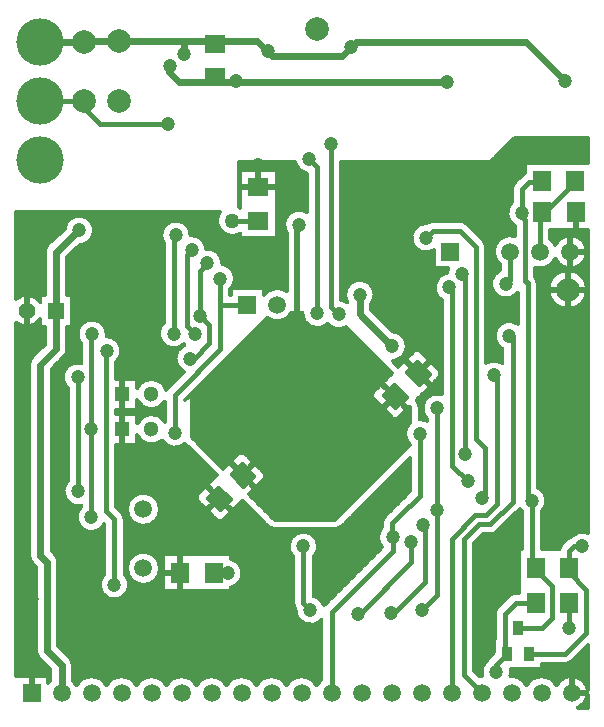
<source format=gbl>
%FSLAX43Y43*%
%MOMM*%
G71*
G01*
G75*
G04 Layer_Physical_Order=2*
%ADD10C,0.300*%
%ADD11R,0.600X1.700*%
%ADD12R,1.600X1.800*%
%ADD13R,1.800X1.600*%
%ADD14R,1.450X0.550*%
%ADD15R,1.450X0.550*%
%ADD16O,2.000X1.000*%
%ADD17R,2.000X1.000*%
%ADD18R,0.600X2.150*%
%ADD19R,0.600X2.150*%
%ADD20R,0.600X2.200*%
%ADD21R,0.600X2.200*%
%ADD22R,0.600X1.700*%
%ADD23C,0.125*%
%ADD24C,0.500*%
%ADD25C,0.400*%
%ADD26R,1.400X1.400*%
%ADD27C,1.400*%
%ADD28C,4.000*%
%ADD29C,2.000*%
%ADD30C,1.500*%
%ADD31R,1.500X1.500*%
%ADD32R,1.300X1.300*%
%ADD33C,1.300*%
%ADD34C,1.270*%
%ADD35C,1.200*%
%ADD36R,0.850X1.300*%
%ADD37C,0.600*%
D10*
X22068Y33818D02*
G03*
X24143Y34275I841J1119D01*
G01*
X25031D02*
G03*
X27156Y33306I1247J-79D01*
G01*
G03*
X28698Y33027I944J819D01*
G01*
X34150Y24964D02*
G03*
X34125Y23108I825J-939D01*
G01*
X3690Y3128D02*
G03*
X3500Y2913I950J-1028D01*
G01*
X2475Y5650D02*
G03*
X2753Y4978I950J0D01*
G01*
X2475Y5650D02*
G03*
X2753Y4978I950J0D01*
G01*
X1900Y13700D02*
G03*
X2178Y13028I950J0D01*
G01*
X1900Y13700D02*
G03*
X2178Y13028I950J0D01*
G01*
X5910Y2689D02*
G03*
X5590Y3128I-1270J-589D01*
G01*
X8450Y2689D02*
G03*
X5910Y2689I-1270J-589D01*
G01*
X5590Y4435D02*
G03*
X5312Y5107I-950J0D01*
G01*
X5590Y4435D02*
G03*
X5312Y5107I-950J0D01*
G01*
X8275Y12142D02*
G03*
X10375Y11225I850J-917D01*
G01*
X4375Y13125D02*
G03*
X4097Y13797I-950J0D01*
G01*
X4375Y13125D02*
G03*
X4097Y13797I-950J0D01*
G01*
X10375Y11225D02*
G03*
X9975Y12142I-1250J0D01*
G01*
X6325Y17867D02*
G03*
X8275Y16356I850J-917D01*
G01*
X5162Y20005D02*
G03*
X6325Y17906I888J-880D01*
G01*
X9975Y16775D02*
G03*
X9726Y17376I-850J0D01*
G01*
X9975Y16775D02*
G03*
X9726Y17376I-850J0D01*
G01*
X10990Y2689D02*
G03*
X8450Y2689I-1270J-589D01*
G01*
X13530Y2689D02*
G03*
X10990Y2689I-1270J-589D01*
G01*
X16070D02*
G03*
X13530Y2689I-1270J-589D01*
G01*
X18610D02*
G03*
X16070Y2689I-1270J-589D01*
G01*
X21150D02*
G03*
X18610Y2689I-1270J-589D01*
G01*
X18963Y10978D02*
G03*
X19950Y12200I-263J1222D01*
G01*
X12975Y12617D02*
G03*
X12975Y12617I-1400J0D01*
G01*
Y17617D02*
G03*
X12975Y17617I-1400J0D01*
G01*
X19950Y12200D02*
G03*
X18963Y13422I-1250J0D01*
G01*
X2178Y30547D02*
G03*
X1900Y29875I672J-672D01*
G01*
X2178Y30547D02*
G03*
X1900Y29875I672J-672D01*
G01*
X4860Y30542D02*
G03*
X5139Y31214I-672J672D01*
G01*
X4860Y30542D02*
G03*
X5139Y31214I-672J672D01*
G01*
X6325Y30007D02*
G03*
X5162Y27872I-325J-1207D01*
G01*
X800Y33417D02*
G03*
X2839Y33726I889J1016D01*
G01*
Y35140D02*
G03*
X800Y35450I-1150J-707D01*
G01*
X8475Y32450D02*
G03*
X6325Y31583I-1250J0D01*
G01*
X8463Y32275D02*
G03*
X8475Y32450I-1238J175D01*
G01*
X3549Y40141D02*
G03*
X3239Y39439I640J-702D01*
G01*
X3550Y40142D02*
G03*
X3239Y39439I639J-703D01*
G01*
X7400Y41225D02*
G03*
X4910Y41380I-1250J0D01*
G01*
X6189Y39976D02*
G03*
X7400Y41225I-39J1249D01*
G01*
X9275Y30086D02*
G03*
X9700Y31025I-825J939D01*
G01*
G03*
X8463Y32275I-1250J0D01*
G01*
X11058Y23888D02*
G03*
X13164Y23456I1200J500D01*
G01*
X13400Y25009D02*
G03*
X11058Y24888I-1142J-621D01*
G01*
X13164Y23456D02*
G03*
X15105Y23164I1086J619D01*
G01*
X11058Y26863D02*
G03*
X13400Y26742I1200J500D01*
G01*
X13649Y27926D02*
G03*
X13504Y27733I601J-601D01*
G01*
X13649Y27926D02*
G03*
X13504Y27733I601J-601D01*
G01*
G03*
X11058Y27863I-1246J-370D01*
G01*
X15052Y31532D02*
G03*
X14975Y29252I473J-1157D01*
G01*
X13275Y33417D02*
G03*
X14988Y31595I850J-917D01*
G01*
X15575Y40825D02*
G03*
X13275Y40147I-1250J0D01*
G01*
X19024Y36337D02*
G03*
X19325Y37150I-949J813D01*
G01*
G03*
X18248Y38388I-1250J0D01*
G01*
X18250Y38450D02*
G03*
X16894Y39696I-1250J0D01*
G01*
G03*
X15575Y40823I-1244J-121D01*
G01*
X18022Y42750D02*
G03*
X19768Y40953I1078J-700D01*
G01*
X23690Y2689D02*
G03*
X21150Y2689I-1270J-589D01*
G01*
X26230D02*
G03*
X23690Y2689I-1270J-589D01*
G01*
X24275Y9650D02*
G03*
X24451Y9132I850J0D01*
G01*
G03*
X26650Y8263I1249J-57D01*
G01*
X24275Y9650D02*
G03*
X24451Y9132I850J0D01*
G01*
X26875Y9501D02*
G03*
X25975Y10294I-1175J-426D01*
G01*
X26375Y14475D02*
G03*
X24275Y13558I-1250J0D01*
G01*
X25975D02*
G03*
X26375Y14475I-850J917D01*
G01*
X26650Y3212D02*
G03*
X26230Y2689I850J-1112D01*
G01*
X40258Y3499D02*
G03*
X40014Y3488I-58J-1399D01*
G01*
X40701Y4875D02*
G03*
X40258Y3499I749J-1000D01*
G01*
X40849Y5075D02*
G03*
X40701Y4875I601J-601D01*
G01*
X40849Y5075D02*
G03*
X40701Y4875I601J-601D01*
G01*
X22108Y16160D02*
G03*
X22675Y15925I567J565D01*
G01*
X22109Y16159D02*
G03*
X22675Y15925I566J566D01*
G01*
X27800D02*
G03*
X28367Y16160I0J800D01*
G01*
X27800Y15925D02*
G03*
X28366Y16159I0J800D01*
G01*
X31780Y16110D02*
G03*
X31772Y14399I907J-860D01*
G01*
X32029Y17031D02*
G03*
X31780Y16430I601J-601D01*
G01*
X32029Y17031D02*
G03*
X31780Y16430I601J-601D01*
G01*
X34950Y26292D02*
G03*
X34716Y26858I-800J0D01*
G01*
X34950Y26292D02*
G03*
X34716Y26858I-800J0D01*
G01*
X35600Y25108D02*
G03*
X34950Y25275I-625J-1083D01*
G01*
X36850Y27359D02*
G03*
X35600Y25258I-400J-1184D01*
G01*
X42641Y3497D02*
G03*
X42700Y3875I-1191J378D01*
G01*
G03*
X42684Y4073I-1250J0D01*
G01*
X41574Y9376D02*
G03*
X41325Y8775I601J-601D01*
G01*
X41574Y9376D02*
G03*
X41325Y8775I601J-601D01*
G01*
X44010Y2689D02*
G03*
X42641Y3497I-1270J-589D01*
G01*
X46550Y2689D02*
G03*
X44010Y2689I-1270J-589D01*
G01*
X43093Y10543D02*
G03*
X42492Y10294I0J-850D01*
G01*
X43093Y10543D02*
G03*
X42492Y10294I0J-850D01*
G01*
X48340Y800D02*
G03*
X49200Y1864I-520J1300D01*
G01*
Y2336D02*
G03*
X46550Y2689I-1380J-236D01*
G01*
X46999Y14676D02*
G03*
X46765Y14232I601J-601D01*
G01*
X46999Y14676D02*
G03*
X46765Y14232I601J-601D01*
G01*
X47273Y4523D02*
G03*
X47874Y4772I0J850D01*
G01*
X47273Y4523D02*
G03*
X47874Y4772I0J850D01*
G01*
X40950Y15500D02*
G03*
X41551Y15749I0J850D01*
G01*
X40950Y15500D02*
G03*
X41551Y15749I0J850D01*
G01*
X43430Y17628D02*
G03*
X43600Y17433I1020J722D01*
G01*
X45700Y18350D02*
G03*
X44950Y19496I-1250J0D01*
G01*
X41975Y30006D02*
G03*
X40575Y30015I-707J-1031D01*
G01*
X47783Y15297D02*
G03*
X47399Y15076I217J-822D01*
G01*
X47783Y15297D02*
G03*
X47399Y15076I217J-822D01*
G01*
X49200Y15631D02*
G03*
X47783Y15297I-475J-1156D01*
G01*
X45300Y17433D02*
G03*
X45700Y18350I-850J917D01*
G01*
X28846Y35128D02*
G03*
X28325Y35355I-746J-1003D01*
G01*
X23700Y36093D02*
G03*
X21770Y35750I-790J-1156D01*
G01*
X30850Y34988D02*
G03*
X31150Y35800I-950J812D01*
G01*
G03*
X28846Y35128I-1250J0D01*
G01*
X32680Y30176D02*
G03*
X33875Y31425I-56J1249D01*
G01*
G03*
X32695Y32673I-1250J0D01*
G01*
X37278Y37634D02*
G03*
X36850Y35317I197J-1234D01*
G01*
X37365Y38016D02*
G03*
X37278Y37634I1160J-466D01*
G01*
X40575Y39825D02*
G03*
X40326Y40426I-850J0D01*
G01*
X40575Y39825D02*
G03*
X40326Y40426I-850J0D01*
G01*
X25429Y42775D02*
G03*
X23700Y41047I-679J-1050D01*
G01*
X24400Y47025D02*
G03*
X25429Y46040I1225J250D01*
G01*
X35527Y41850D02*
G03*
X36167Y39543I-27J-1250D01*
G01*
X36075Y42050D02*
G03*
X35527Y41850I0J-850D01*
G01*
X36075Y42050D02*
G03*
X35527Y41850I0J-850D01*
G01*
X38951Y41801D02*
G03*
X38350Y42050I-601J-601D01*
G01*
X38951Y41801D02*
G03*
X38350Y42050I-601J-601D01*
G01*
X43250Y33329D02*
G03*
X41975Y31184I-700J-1036D01*
G01*
X41781Y37858D02*
G03*
X43250Y35950I469J-1158D01*
G01*
X44950Y36775D02*
G03*
X44750Y37323I-850J0D01*
G01*
X44950Y36775D02*
G03*
X44750Y37323I-850J0D01*
G01*
Y38086D02*
G03*
X46457Y38826I437J1330D01*
G01*
X49150Y36225D02*
G03*
X49150Y36225I-1650J0D01*
G01*
X43050Y40756D02*
G03*
X41785Y38312I-403J-1341D01*
G01*
X42775Y43617D02*
G03*
X43050Y41590I850J-917D01*
G01*
X43024Y45301D02*
G03*
X42775Y44700I601J-601D01*
G01*
X43024Y45301D02*
G03*
X42775Y44700I601J-601D01*
G01*
X46457Y40005D02*
G03*
X46037Y40528I-1270J-589D01*
G01*
X46457Y38826D02*
G03*
X49127Y39416I1270J589D01*
G01*
G03*
X46457Y40005I-1400J0D01*
G01*
X43888Y46084D02*
G03*
X43631Y45907I344J-777D01*
G01*
X43888Y46084D02*
G03*
X43631Y45907I344J-777D01*
G01*
X17100Y22300D02*
Y28850D01*
X17200Y22200D02*
Y28950D01*
X17300Y22100D02*
Y29050D01*
X17200Y22200D02*
X19474D01*
X17300Y22100D02*
X19374D01*
X15675Y23725D02*
X18337Y21063D01*
X17100Y22300D02*
X19574D01*
X16700Y22700D02*
Y28450D01*
X16800Y22600D02*
Y28550D01*
X16900Y22500D02*
Y28650D01*
X16900Y22500D02*
X19774D01*
X17000Y22400D02*
X19674D01*
X16800Y22600D02*
X19874D01*
X17000Y22400D02*
Y28750D01*
X18200Y21200D02*
X18474D01*
X18000Y21400D02*
X18674D01*
X18100Y21300D02*
X18574D01*
X17800Y21600D02*
X18874D01*
X17900Y21500D02*
X18774D01*
X18337Y21063D02*
X19900Y22626D01*
X17700Y21700D02*
X18974D01*
X17400Y22000D02*
Y29150D01*
X17600Y21800D02*
X19074D01*
X17400Y22000D02*
X19274D01*
X17500Y21900D02*
X19174D01*
X19674Y22400D02*
X20127D01*
X19774Y22500D02*
X20027D01*
X18000Y21400D02*
Y29750D01*
X18100Y21300D02*
Y29850D01*
X18200Y21200D02*
Y29950D01*
X18300Y21100D02*
Y30050D01*
X18400Y21126D02*
Y30150D01*
X18500Y21226D02*
Y30250D01*
X18600Y21326D02*
Y30350D01*
X17500Y21900D02*
Y29250D01*
X17600Y21800D02*
Y29350D01*
X17700Y21700D02*
Y29450D01*
X17800Y21600D02*
Y29550D01*
X17900Y21500D02*
Y29650D01*
X18700Y21426D02*
Y30450D01*
X18800Y21526D02*
Y30550D01*
X18900Y21626D02*
Y30650D01*
X19000Y21726D02*
Y30750D01*
X19100Y21826D02*
Y30850D01*
X19200Y21926D02*
Y30950D01*
X19300Y22026D02*
Y31050D01*
X19400Y22126D02*
Y31150D01*
X19500Y22226D02*
Y31250D01*
X19600Y22326D02*
Y31350D01*
X19700Y22426D02*
Y31450D01*
X19800Y22526D02*
Y31550D01*
X19900Y22626D02*
Y31650D01*
X20000Y22527D02*
Y31750D01*
X20100Y22427D02*
Y31850D01*
X20200Y22327D02*
Y31950D01*
X20300Y22227D02*
Y32050D01*
X20700Y18700D02*
Y19042D01*
X20800Y18600D02*
Y19142D01*
X20900Y18500D02*
Y19242D01*
X20800Y18600D02*
X29675D01*
X20900Y18500D02*
X29575D01*
X20529Y18871D02*
X22675Y16725D01*
X20700Y18700D02*
X29775D01*
X20600Y18800D02*
Y18942D01*
X20529Y18871D02*
X22092Y20434D01*
X20558Y18900D02*
X29975D01*
X20600Y18800D02*
X29875D01*
X20658Y19000D02*
X30075D01*
X20758Y19100D02*
X30175D01*
X21100Y18300D02*
Y19442D01*
X21200Y18200D02*
Y19542D01*
X21300Y18100D02*
Y19642D01*
X21300Y18100D02*
X29175D01*
X21400Y18000D02*
X29075D01*
X21100Y18300D02*
X29375D01*
X21200Y18200D02*
X29275D01*
X20858Y19200D02*
X30275D01*
X21000Y18400D02*
X29475D01*
X20958Y19300D02*
X30375D01*
X21000Y18400D02*
Y19342D01*
X21058Y19400D02*
X30475D01*
X21158Y19500D02*
X30575D01*
X21258Y19600D02*
X30675D01*
X21358Y19700D02*
X30775D01*
X20400Y22127D02*
Y32150D01*
X20500Y22027D02*
Y32250D01*
X20600Y21927D02*
Y32350D01*
X20627Y21900D02*
X32975D01*
X19900Y22626D02*
X22092Y20434D01*
X20527Y22000D02*
X33075D01*
X20427Y22100D02*
X33175D01*
X20227Y22300D02*
X33375D01*
X20327Y22200D02*
X33275D01*
X20027Y22500D02*
X33575D01*
X20127Y22400D02*
X33475D01*
X16700Y22700D02*
X33775D01*
X19927Y22600D02*
X33675D01*
X21100Y21427D02*
Y32850D01*
X21200Y21327D02*
Y32950D01*
X21300Y21227D02*
Y33050D01*
X21227Y21300D02*
X32375D01*
X21327Y21200D02*
X32275D01*
X21127Y21400D02*
X32475D01*
X21400Y21127D02*
Y33150D01*
X20700Y21827D02*
Y32450D01*
X20800Y21727D02*
Y32550D01*
X20900Y21627D02*
Y32650D01*
X21000Y21527D02*
Y32750D01*
X20927Y21600D02*
X32675D01*
X21027Y21500D02*
X32575D01*
X20727Y21800D02*
X32875D01*
X20827Y21700D02*
X32775D01*
X15675Y23725D02*
Y27375D01*
X15100Y26839D02*
X15650Y27375D01*
X15700Y23700D02*
Y27450D01*
X15675Y26500D02*
X31477D01*
X15675Y26600D02*
X31377D01*
X15675Y26700D02*
X31277D01*
X15675Y26800D02*
X31177D01*
X15675Y27100D02*
X30877D01*
X15675Y27200D02*
X30777D01*
X15675Y27300D02*
X30774D01*
X15675Y26900D02*
X31077D01*
X15675Y27000D02*
X30977D01*
X15650Y27400D02*
X30874D01*
X15750Y27500D02*
X30974D01*
X16000Y23400D02*
Y27750D01*
X16100Y23300D02*
Y27850D01*
X16200Y23200D02*
Y27950D01*
X16300Y23100D02*
Y28050D01*
X16400Y23000D02*
Y28150D01*
X16500Y22900D02*
Y28250D01*
X16600Y22800D02*
Y28350D01*
X15800Y23600D02*
Y27550D01*
X15850Y27600D02*
X31074D01*
X15900Y23500D02*
Y27650D01*
X15950Y27700D02*
X31174D01*
X16050Y27800D02*
X31274D01*
X16150Y27900D02*
X31374D01*
X16250Y28000D02*
X31474D01*
X18550Y30300D02*
X31425D01*
X19050Y30800D02*
X30925D01*
X15100Y26850D02*
X22068Y33818D01*
X19150Y30900D02*
X30825D01*
X18650Y30400D02*
X31325D01*
X18750Y30500D02*
X31225D01*
X18850Y30600D02*
X31125D01*
X18950Y30700D02*
X31025D01*
X19650Y31400D02*
X30325D01*
X19750Y31500D02*
X30225D01*
X19850Y31600D02*
X30125D01*
X19250Y31000D02*
X30725D01*
X19350Y31100D02*
X30625D01*
X19450Y31200D02*
X30525D01*
X19550Y31300D02*
X30425D01*
X20350Y32100D02*
X29625D01*
X20450Y32200D02*
X29525D01*
X20550Y32300D02*
X29425D01*
X19950Y31700D02*
X30025D01*
X20050Y31800D02*
X29925D01*
X20150Y31900D02*
X29825D01*
X20250Y32000D02*
X29725D01*
X21050Y32800D02*
X28925D01*
X21150Y32900D02*
X27852D01*
X21250Y33000D02*
X25916D01*
X21350Y33100D02*
X25678D01*
X20650Y32400D02*
X29325D01*
X20750Y32500D02*
X29225D01*
X20850Y32600D02*
X29125D01*
X20950Y32700D02*
X29025D01*
X15675Y23800D02*
X33745D01*
X15675Y23900D02*
X33731D01*
X15675Y24000D02*
X33725D01*
X15700Y23700D02*
X33768D01*
X15675Y24100D02*
X33727D01*
X15675Y24200D02*
X33737D01*
X15675Y24300D02*
X33756D01*
X15675Y24400D02*
X33783D01*
X15675Y24500D02*
X33819D01*
X15675Y24600D02*
X33865D01*
X15675Y24700D02*
X33923D01*
X15675Y24800D02*
X33994D01*
X15675Y24900D02*
X34082D01*
X15675Y25000D02*
X34150D01*
X16600Y22800D02*
X33875D01*
X15900Y23500D02*
X33841D01*
X16000Y23400D02*
X33893D01*
X16400Y23000D02*
X34075D01*
X16500Y22900D02*
X33975D01*
X16100Y23300D02*
X33957D01*
X16200Y23200D02*
X34036D01*
X15675Y25400D02*
X32577D01*
X15675Y25500D02*
X32477D01*
X15675Y25600D02*
X32377D01*
X15675Y25700D02*
X32277D01*
X15675Y25100D02*
X32877D01*
X15800Y23600D02*
X33800D01*
X15675Y25200D02*
X32777D01*
X15675Y25300D02*
X32677D01*
X15675Y26200D02*
X31777D01*
X15675Y26300D02*
X31677D01*
X15675Y26400D02*
X31577D01*
X15675Y25800D02*
X32177D01*
X15675Y25900D02*
X32077D01*
X15675Y26000D02*
X31977D01*
X15675Y26100D02*
X31877D01*
X16350Y28100D02*
X31574D01*
X16450Y28200D02*
X31674D01*
X16550Y28300D02*
X31774D01*
X16650Y28400D02*
X31874D01*
X16750Y28500D02*
X31974D01*
X16850Y28600D02*
X32074D01*
X16950Y28700D02*
X32174D01*
X17050Y28800D02*
X32274D01*
X17150Y28900D02*
X32374D01*
X17650Y29400D02*
X32325D01*
X17250Y29000D02*
X32474D01*
X17350Y29100D02*
X32574D01*
X17450Y29200D02*
X32525D01*
X17550Y29300D02*
X32425D01*
X18150Y29900D02*
X31825D01*
X18250Y30000D02*
X31725D01*
X18350Y30100D02*
X31625D01*
X18450Y30200D02*
X31525D01*
X17750Y29500D02*
X32225D01*
X17850Y29600D02*
X32125D01*
X17950Y29700D02*
X32025D01*
X18050Y29800D02*
X31925D01*
X22500Y16900D02*
Y33598D01*
X22600Y16800D02*
Y33572D01*
X22700Y16725D02*
Y33553D01*
X25500Y16725D02*
Y33219D01*
X25600Y16725D02*
Y33147D01*
X25300Y16725D02*
Y33419D01*
X25400Y16725D02*
Y33307D01*
X21400Y18000D02*
Y19742D01*
X21500Y17900D02*
Y19842D01*
X21600Y17800D02*
Y19942D01*
X21700Y17700D02*
Y20042D01*
X21800Y17600D02*
Y20142D01*
X21900Y17500D02*
Y20242D01*
X22000Y17400D02*
Y20342D01*
X25900Y16725D02*
Y33005D01*
X25700Y16725D02*
Y33088D01*
X25800Y16725D02*
Y33042D01*
X26000Y16725D02*
Y32978D01*
X26100Y16725D02*
Y32959D01*
X26200Y16725D02*
Y32949D01*
X26300Y16725D02*
Y32946D01*
X26400Y16725D02*
Y32952D01*
X26500Y16725D02*
Y32966D01*
X26600Y16725D02*
Y32988D01*
X26700Y16725D02*
Y33019D01*
X26800Y16725D02*
Y33060D01*
X26900Y16725D02*
Y33111D01*
X27000Y16725D02*
Y33175D01*
X22800Y16725D02*
Y33541D01*
X22900Y16725D02*
Y33537D01*
X23000Y16725D02*
Y33540D01*
X23100Y16725D02*
Y33550D01*
X23200Y16725D02*
Y33567D01*
X23300Y16725D02*
Y33592D01*
X23400Y16725D02*
Y33626D01*
X22300Y17100D02*
Y33677D01*
X22100Y17300D02*
Y33795D01*
X22200Y17200D02*
Y33730D01*
X22400Y17000D02*
Y33633D01*
X23500Y16725D02*
Y33668D01*
X23600Y16725D02*
Y33719D01*
X23700Y16725D02*
Y33781D01*
X23800Y16725D02*
Y33857D01*
X23900Y16725D02*
Y33947D01*
X24000Y16725D02*
Y34059D01*
X24100Y16725D02*
Y34200D01*
X24200Y16725D02*
Y34275D01*
X24300Y16725D02*
Y34275D01*
X24400Y16725D02*
Y34275D01*
X24500Y16725D02*
Y34275D01*
X24600Y16725D02*
Y34275D01*
X24700Y16725D02*
Y34275D01*
X24800Y16725D02*
Y34275D01*
X25100Y16725D02*
Y33781D01*
X25200Y16725D02*
Y33565D01*
X24900Y16725D02*
Y34275D01*
X25000Y16725D02*
Y34275D01*
X22500Y16900D02*
X27975D01*
X22300Y17100D02*
X28175D01*
X22400Y17000D02*
X28075D01*
X22100Y17300D02*
X28375D01*
X22200Y17200D02*
X28275D01*
X21900Y17500D02*
X28575D01*
X22000Y17400D02*
X28475D01*
X21800Y17600D02*
X28675D01*
X21600Y17800D02*
X28875D01*
X21700Y17700D02*
X28775D01*
X21458Y19800D02*
X30875D01*
X21500Y17900D02*
X28975D01*
X21558Y19900D02*
X30975D01*
X21658Y20000D02*
X31075D01*
X22675Y16725D02*
X27800D01*
X22600Y16800D02*
X27875D01*
X30000Y18925D02*
Y31725D01*
X27800Y16725D02*
X34125Y23050D01*
X30300Y19225D02*
Y31425D01*
X30100Y19025D02*
Y31625D01*
X30200Y19125D02*
Y31525D01*
X30600Y19525D02*
Y31125D01*
X30700Y19625D02*
Y31025D01*
X30400Y19325D02*
Y31325D01*
X30500Y19425D02*
Y31225D01*
X31000Y19925D02*
Y26977D01*
X31100Y20025D02*
Y26877D01*
X30800Y19725D02*
Y27177D01*
X30900Y19825D02*
Y27077D01*
X27300Y16725D02*
Y33165D01*
X27100Y16725D02*
Y33254D01*
X27200Y16725D02*
Y33258D01*
X27600Y16725D02*
Y32979D01*
X27700Y16725D02*
Y32941D01*
X27400Y16725D02*
Y33089D01*
X27500Y16725D02*
Y33028D01*
X27800Y16725D02*
Y32912D01*
X27900Y16825D02*
Y32891D01*
X28000Y16925D02*
Y32879D01*
X28100Y17025D02*
Y32875D01*
X28200Y17125D02*
Y32879D01*
X28300Y17225D02*
Y32891D01*
X28400Y17325D02*
Y32911D01*
X28500Y17425D02*
Y32941D01*
X28600Y17525D02*
Y32979D01*
X28700Y17625D02*
Y33025D01*
X29000Y17925D02*
Y32725D01*
X29100Y18025D02*
Y32625D01*
X28800Y17725D02*
Y32925D01*
X28900Y17825D02*
Y32825D01*
X29400Y18325D02*
Y32325D01*
X29500Y18425D02*
Y32225D01*
X29200Y18125D02*
Y32525D01*
X29300Y18225D02*
Y32425D01*
X29800Y18725D02*
Y31925D01*
X29900Y18825D02*
Y31825D01*
X29600Y18525D02*
Y32125D01*
X29700Y18625D02*
Y32025D01*
X21758Y20100D02*
X31175D01*
X21900Y20242D02*
Y20627D01*
X22000Y20342D02*
Y20527D01*
X21858Y20200D02*
X31275D01*
X21958Y20300D02*
X31375D01*
X22058Y20400D02*
X31475D01*
X22027Y20500D02*
X31575D01*
X30800Y27177D02*
Y27326D01*
X30900Y27077D02*
Y27426D01*
X31000Y27526D02*
Y30725D01*
X21827Y20700D02*
X31775D01*
X21927Y20600D02*
X31675D01*
X21727Y20800D02*
X31875D01*
X31100Y27626D02*
Y30625D01*
X31400Y20325D02*
Y26577D01*
X31200Y20125D02*
Y26777D01*
X31300Y20225D02*
Y26677D01*
X31700Y20625D02*
Y26277D01*
X31800Y20725D02*
Y26177D01*
X31500Y20425D02*
Y26477D01*
X31600Y20525D02*
Y26377D01*
X31400Y27926D02*
Y30325D01*
X31500Y28026D02*
Y30225D01*
X31200Y27726D02*
Y30525D01*
X31300Y27826D02*
Y30425D01*
X31800Y28326D02*
Y29925D01*
X31900Y20825D02*
Y26077D01*
X31600Y28126D02*
Y30125D01*
X31700Y28226D02*
Y30025D01*
X21500Y21027D02*
Y33250D01*
X21600Y20927D02*
Y33350D01*
X21700Y20827D02*
Y33450D01*
X21450Y33200D02*
X25524D01*
X21800Y20727D02*
Y33550D01*
X21900Y20627D02*
Y33650D01*
X22000Y20527D02*
Y33750D01*
X21850Y33600D02*
X22495D01*
X21950Y33700D02*
X22254D01*
X21550Y33300D02*
X25408D01*
X21650Y33400D02*
X25315D01*
X21750Y33500D02*
X25241D01*
X23324Y33600D02*
X25180D01*
X26641Y33000D02*
X27555D01*
X26879Y33100D02*
X27385D01*
X30800Y27326D02*
Y30925D01*
X30900Y27426D02*
Y30825D01*
X28348Y32900D02*
X28825D01*
X23726Y33800D02*
X25093D01*
X23850Y33900D02*
X25064D01*
X23950Y34000D02*
X25044D01*
X24032Y34100D02*
X25033D01*
X23565Y33700D02*
X25132D01*
X27034Y33200D02*
X27259D01*
X24100Y34200D02*
X25029D01*
X24143Y34275D02*
X25031D01*
X21627Y20900D02*
X31975D01*
X21427Y21100D02*
X32175D01*
X21527Y21000D02*
X32075D01*
X32500Y21425D02*
Y25477D01*
X32600Y21525D02*
Y25377D01*
X32300Y21225D02*
Y25677D01*
X32400Y21325D02*
Y25577D01*
X32900Y21825D02*
Y25077D01*
X32700Y21625D02*
Y25277D01*
X32800Y21725D02*
Y25177D01*
X32958Y25100D02*
X34150D01*
X33000Y21925D02*
Y25142D01*
X32677Y25300D02*
X33158D01*
X32777Y25200D02*
X33058D01*
X33100Y22025D02*
Y25242D01*
X33200Y22125D02*
Y25342D01*
X33300Y22225D02*
Y25442D01*
X33800Y22725D02*
Y23599D01*
X33900Y22825D02*
Y23387D01*
X33400Y22325D02*
Y25542D01*
X33500Y22425D02*
Y25642D01*
X34000Y22925D02*
Y23243D01*
X34100Y23025D02*
Y23132D01*
X33058Y25200D02*
X34150D01*
X33158Y25300D02*
X34150D01*
X33258Y25400D02*
X34150D01*
X33358Y25500D02*
X34150D01*
X33458Y25600D02*
X34150D01*
X32200Y21125D02*
Y25777D01*
X32000Y20925D02*
Y25977D01*
X32100Y21025D02*
Y25877D01*
X30725Y27252D02*
X32917Y25060D01*
X30725Y27252D02*
X32599Y29126D01*
X32100Y28626D02*
Y29625D01*
X31900Y28426D02*
Y29825D01*
X32000Y28526D02*
Y29725D01*
X32300Y28826D02*
Y29425D01*
X32400Y28926D02*
Y29325D01*
X28698Y33027D02*
X32599Y29126D01*
X32200Y28726D02*
Y29525D01*
X33600Y22525D02*
Y25742D01*
X33700Y22625D02*
Y25842D01*
X33800Y24451D02*
Y25942D01*
X33900Y24663D02*
Y26042D01*
X34000Y24807D02*
Y26142D01*
X34100Y24918D02*
Y26242D01*
X34150Y24964D02*
Y26292D01*
X32917Y25060D02*
X34150Y26292D01*
X33558Y25700D02*
X34150D01*
X32500Y29026D02*
Y29225D01*
X33658Y25800D02*
X34150D01*
X33758Y25900D02*
X34150D01*
X33858Y26000D02*
X34150D01*
X33958Y26100D02*
X34150D01*
X800Y5300D02*
X2542D01*
X800Y5400D02*
X2509D01*
X800Y5500D02*
X2487D01*
X800Y5600D02*
X2476D01*
X800Y5700D02*
X2475D01*
X800Y5800D02*
X2475D01*
X800Y5900D02*
X2475D01*
X800Y6000D02*
X2475D01*
X2500Y3500D02*
Y5434D01*
X800Y6100D02*
X2475D01*
X800Y6200D02*
X2475D01*
X800Y6300D02*
X2475D01*
X800Y6400D02*
X2475D01*
X800Y6500D02*
X2475D01*
X800Y6600D02*
X2475D01*
X800Y6700D02*
X2475D01*
X800Y6800D02*
X2475D01*
X800Y6900D02*
X2475D01*
X800Y7000D02*
X2475D01*
X800Y7100D02*
X2475D01*
X800Y7200D02*
X2475D01*
X800Y7300D02*
X2475D01*
X800Y7400D02*
X2475D01*
X2100Y3500D02*
Y13117D01*
X2000Y3500D02*
Y13276D01*
X2300Y3500D02*
Y12907D01*
X2200Y3500D02*
Y13007D01*
X2475Y5650D02*
Y12731D01*
X2400Y3500D02*
Y12807D01*
X800Y7500D02*
X2475D01*
X800Y7600D02*
X2475D01*
X800Y3500D02*
X3500D01*
X800Y3600D02*
X3690D01*
X800Y3700D02*
X3690D01*
X800Y3800D02*
X3690D01*
X800Y4100D02*
X3632D01*
X800Y4200D02*
X3532D01*
X800Y3900D02*
X3690D01*
X800Y4000D02*
X3690D01*
X3300Y3500D02*
Y4432D01*
X3200Y3500D02*
Y4532D01*
X3500Y3100D02*
X3660D01*
X800Y4400D02*
X3332D01*
X800Y4500D02*
X3232D01*
X800Y4300D02*
X3432D01*
X3400Y3500D02*
Y4332D01*
X800Y4800D02*
X2932D01*
X800Y4900D02*
X2832D01*
X800Y4600D02*
X3132D01*
X800Y4700D02*
X3032D01*
X800Y5100D02*
X2650D01*
X800Y5200D02*
X2588D01*
X800Y5000D02*
X2732D01*
X2700Y3500D02*
Y5036D01*
X2600Y3500D02*
Y5179D01*
X2900Y3500D02*
Y4832D01*
X2800Y3500D02*
Y4932D01*
X3000Y3500D02*
Y4732D01*
X3100Y3500D02*
Y4632D01*
X2753Y4978D02*
X3690Y4042D01*
X800Y7700D02*
X2475D01*
X800Y7800D02*
X2475D01*
X800Y7900D02*
X2475D01*
X800Y8000D02*
X2475D01*
X800Y8100D02*
X2475D01*
X800Y8200D02*
X2475D01*
X800Y8300D02*
X2475D01*
X800Y8400D02*
X2475D01*
X800Y8500D02*
X2475D01*
X800Y8600D02*
X2475D01*
X800Y8700D02*
X2475D01*
X800Y8800D02*
X2475D01*
X800Y8900D02*
X2475D01*
X800Y9000D02*
X2475D01*
X800Y9100D02*
X2475D01*
X800Y9200D02*
X2475D01*
X800Y9300D02*
X2475D01*
X800Y12800D02*
X2407D01*
X800Y9400D02*
X2475D01*
X800Y9500D02*
X2475D01*
X800Y13100D02*
X2114D01*
X800Y13200D02*
X2042D01*
X800Y12900D02*
X2307D01*
X800Y13000D02*
X2207D01*
X800Y13300D02*
X1988D01*
X800Y13400D02*
X1949D01*
X800Y13500D02*
X1921D01*
X800Y13600D02*
X1905D01*
X800Y13700D02*
X1900D01*
X800Y13800D02*
X1900D01*
X800Y9600D02*
X2475D01*
X800Y9700D02*
X2475D01*
X800Y9800D02*
X2475D01*
X800Y9900D02*
X2475D01*
X800Y10000D02*
X2475D01*
X800Y10100D02*
X2475D01*
X800Y10200D02*
X2475D01*
X800Y10300D02*
X2475D01*
X800Y10400D02*
X2475D01*
X800Y10500D02*
X2475D01*
X800Y10600D02*
X2475D01*
X800Y10700D02*
X2475D01*
X800Y10800D02*
X2475D01*
X800Y10900D02*
X2475D01*
X800Y11000D02*
X2475D01*
X800Y11100D02*
X2475D01*
X800Y11200D02*
X2475D01*
X800Y11300D02*
X2475D01*
X800Y11400D02*
X2475D01*
X800Y11500D02*
X2475D01*
X800Y11600D02*
X2475D01*
X800Y11700D02*
X2475D01*
X800Y11800D02*
X2475D01*
X800Y11900D02*
X2475D01*
X800Y12000D02*
X2475D01*
X800Y12100D02*
X2475D01*
X800Y12200D02*
X2475D01*
X800Y12300D02*
X2475D01*
X800Y12400D02*
X2475D01*
X800Y12500D02*
X2475D01*
X800Y12600D02*
X2475D01*
X800Y12700D02*
X2475D01*
X2178Y13028D02*
X2475Y12731D01*
X3500Y3200D02*
X3690D01*
X3500Y2913D02*
Y3500D01*
X5590Y3200D02*
X6314D01*
X3500Y3300D02*
X3690D01*
X3500Y3400D02*
X3690D01*
X5590Y3300D02*
X6459D01*
X3500Y3500D02*
X3690D01*
X5852Y2800D02*
X5968D01*
X5789Y2900D02*
X6031D01*
X8392Y2800D02*
X8508D01*
X5712Y3000D02*
X6108D01*
X5620Y3100D02*
X6200D01*
X5590Y3400D02*
X6660D01*
X5590Y3500D02*
X7165D01*
X3600Y3037D02*
Y4132D01*
X3500Y3500D02*
Y4232D01*
X3690Y3128D02*
Y4042D01*
X4375Y6044D02*
X5312Y5107D01*
X4375Y6044D02*
Y13125D01*
Y10200D02*
X8410D01*
X8300Y2940D02*
Y10286D01*
X8200Y3059D02*
Y10384D01*
X8400Y2787D02*
Y10207D01*
X8500Y2787D02*
Y10143D01*
X5590Y3128D02*
Y4435D01*
X7900Y3301D02*
Y10977D01*
X8100Y3155D02*
Y10510D01*
X8000Y3235D02*
Y10680D01*
X8329Y2900D02*
X8571D01*
X8252Y3000D02*
X8648D01*
X8160Y3100D02*
X8740D01*
X8046Y3200D02*
X8854D01*
X7901Y3300D02*
X8999D01*
X4375Y10000D02*
X8877D01*
X7700Y3400D02*
X9200D01*
X7195Y3500D02*
X9705D01*
X8800Y3155D02*
Y10018D01*
X8900Y3235D02*
Y9995D01*
X9000Y3301D02*
Y9981D01*
X9100Y3355D02*
Y9975D01*
X9200Y3400D02*
Y9977D01*
X9300Y3435D02*
Y9987D01*
X9400Y3463D02*
Y10006D01*
X9500Y3483D02*
Y10033D01*
X8600Y2940D02*
Y10091D01*
X8700Y3059D02*
Y10050D01*
X9600Y3495D02*
Y10069D01*
X9700Y3500D02*
Y10115D01*
X4375Y10100D02*
X8580D01*
X9800Y3498D02*
Y10173D01*
X9900Y3488D02*
Y10244D01*
X10600Y3189D02*
Y11613D01*
X10500Y3263D02*
Y11721D01*
X10800Y2991D02*
Y11451D01*
X10700Y3100D02*
Y11525D01*
X10000Y3472D02*
Y10332D01*
X10100Y3447D02*
Y10443D01*
X10200Y3415D02*
Y10587D01*
X10300Y3374D02*
Y10798D01*
X10400Y3324D02*
Y11856D01*
X4375Y10500D02*
X8107D01*
X4375Y10600D02*
X8043D01*
X4375Y10300D02*
X8284D01*
X4375Y10400D02*
X8186D01*
X4375Y10800D02*
X7950D01*
X4375Y10900D02*
X7918D01*
X4375Y10700D02*
X7991D01*
X4375Y11000D02*
X7895D01*
X4375Y11200D02*
X7875D01*
X4375Y11300D02*
X7877D01*
X4375Y11100D02*
X7881D01*
X4375Y11400D02*
X7887D01*
X4375Y11500D02*
X7906D01*
X4375Y11600D02*
X7933D01*
X4375Y11700D02*
X7969D01*
X4375Y11800D02*
X8015D01*
X4375Y11900D02*
X8073D01*
X4375Y12000D02*
X8144D01*
X4375Y12100D02*
X8232D01*
X4375Y12200D02*
X8275D01*
X4375Y12300D02*
X8275D01*
X4375Y12400D02*
X8275D01*
X4375Y12500D02*
X8275D01*
X4375Y12600D02*
X8275D01*
X4375Y12700D02*
X8275D01*
X4375Y12800D02*
X8275D01*
X4375Y12900D02*
X8275D01*
X4375Y13000D02*
X8275D01*
X4375Y13100D02*
X8275D01*
X4372Y13200D02*
X8275D01*
X10018Y12100D02*
X10274D01*
X9975Y12200D02*
X10239D01*
X9975Y12300D02*
X10212D01*
X9975Y12400D02*
X10192D01*
X9975Y12500D02*
X10180D01*
X9975Y12600D02*
X10175D01*
X9975Y12700D02*
X10178D01*
X10281Y11700D02*
X10518D01*
X10300Y11652D02*
Y12040D01*
X10344Y11500D02*
X10732D01*
X10317Y11600D02*
X10613D01*
X10177Y11900D02*
X10373D01*
X10200Y11863D02*
Y12355D01*
X10235Y11800D02*
X10439D01*
X10106Y12000D02*
X10319D01*
X4359Y13300D02*
X8275D01*
X4334Y13400D02*
X8275D01*
X9975Y12800D02*
X10187D01*
X9975Y12900D02*
X10204D01*
X4298Y13500D02*
X8275D01*
X4248Y13600D02*
X8275D01*
X4181Y13700D02*
X8275D01*
X4094Y13800D02*
X8275D01*
X9975Y13000D02*
X10229D01*
X9975Y13100D02*
X10261D01*
X9975Y13200D02*
X10302D01*
X9975Y13300D02*
X10353D01*
X9975Y13400D02*
X10414D01*
X9975Y13500D02*
X10489D01*
X9975Y13600D02*
X10578D01*
X9975Y13700D02*
X10688D01*
X9975Y13800D02*
X10826D01*
X800Y13900D02*
X1900D01*
X800Y14000D02*
X1900D01*
X800Y14100D02*
X1900D01*
X800Y14200D02*
X1900D01*
X800Y14300D02*
X1900D01*
X800Y14400D02*
X1900D01*
X800Y14500D02*
X1900D01*
X800Y14600D02*
X1900D01*
X800Y14700D02*
X1900D01*
X800Y14800D02*
X1900D01*
X800Y14900D02*
X1900D01*
X800Y15000D02*
X1900D01*
X800Y15100D02*
X1900D01*
X800Y15200D02*
X1900D01*
X800Y15300D02*
X1900D01*
X800Y15400D02*
X1900D01*
X900Y3500D02*
Y33338D01*
X800Y3500D02*
Y33417D01*
X1100Y3500D02*
Y33218D01*
X1000Y3500D02*
Y33272D01*
X800Y15500D02*
X1900D01*
X1200Y3500D02*
Y33175D01*
X800Y15600D02*
X1900D01*
X800Y15700D02*
X1900D01*
X1300Y3500D02*
Y33140D01*
X1400Y3500D02*
Y33114D01*
X1500Y3500D02*
Y33096D01*
X1600Y3500D02*
Y33086D01*
X1700Y3500D02*
Y33083D01*
X1800Y3500D02*
Y33088D01*
X1900Y13700D02*
Y29875D01*
X1900Y3500D02*
Y33100D01*
X3800Y14094D02*
X4097Y13797D01*
X3800Y14100D02*
X8275D01*
X3800Y14200D02*
X8275D01*
X3800Y14300D02*
X8275D01*
X3800Y14400D02*
X8275D01*
X3800Y14500D02*
X8275D01*
X3800Y14600D02*
X8275D01*
X3800Y14700D02*
X8275D01*
X3800Y14800D02*
X8275D01*
X3800Y14900D02*
X8275D01*
X3800Y15000D02*
X8275D01*
X3800Y15100D02*
X8275D01*
X3800Y15200D02*
X8275D01*
X3800Y15300D02*
X8275D01*
X3800Y15400D02*
X8275D01*
X3800Y15500D02*
X8275D01*
X800Y15800D02*
X1900D01*
X800Y15900D02*
X1900D01*
X800Y16000D02*
X1900D01*
X800Y16100D02*
X1900D01*
X800Y16200D02*
X1900D01*
X800Y16300D02*
X1900D01*
X800Y16400D02*
X1900D01*
X800Y16500D02*
X1900D01*
X3800Y15800D02*
X6685D01*
X3800Y15900D02*
X6497D01*
X3800Y15600D02*
X8275D01*
X3800Y15700D02*
X8275D01*
X3800Y16300D02*
X6107D01*
X3800Y16400D02*
X6053D01*
X3800Y16000D02*
X6363D01*
X3800Y16100D02*
X6259D01*
X3800Y16200D02*
X6175D01*
X800Y16600D02*
X1900D01*
X800Y16700D02*
X1900D01*
X800Y16800D02*
X1900D01*
X800Y16900D02*
X1900D01*
X800Y17000D02*
X1900D01*
X800Y17100D02*
X1900D01*
X800Y17200D02*
X1900D01*
X800Y17300D02*
X1900D01*
X800Y17400D02*
X1900D01*
X800Y17500D02*
X1900D01*
X800Y17600D02*
X1900D01*
X800Y17700D02*
X1900D01*
X800Y17800D02*
X1900D01*
X800Y17900D02*
X1900D01*
X800Y18000D02*
X1900D01*
X800Y18100D02*
X1900D01*
X800Y18200D02*
X1900D01*
X800Y18300D02*
X1900D01*
X800Y18400D02*
X1900D01*
X800Y18500D02*
X1900D01*
X800Y18600D02*
X1900D01*
X800Y18700D02*
X1900D01*
X800Y18800D02*
X1900D01*
X800Y18900D02*
X1900D01*
X800Y19000D02*
X1900D01*
X800Y19100D02*
X1900D01*
X800Y19200D02*
X1900D01*
X800Y19300D02*
X1900D01*
X800Y19400D02*
X1900D01*
X800Y19500D02*
X1900D01*
X800Y19600D02*
X1900D01*
X800Y19700D02*
X1900D01*
X3800Y16700D02*
X5950D01*
X3800Y16800D02*
X5934D01*
X3800Y16500D02*
X6009D01*
X3800Y16600D02*
X5975D01*
X3800Y16900D02*
X5926D01*
X3800Y17000D02*
X5926D01*
X3800Y17100D02*
X5934D01*
X3800Y17200D02*
X5950D01*
X3800Y17300D02*
X5975D01*
X3800Y17400D02*
X6009D01*
X3800Y17500D02*
X6052D01*
X3800Y17600D02*
X6107D01*
X3800Y17900D02*
X5802D01*
X3800Y18000D02*
X5505D01*
X3800Y17700D02*
X6175D01*
X3800Y17800D02*
X6258D01*
X800Y19800D02*
X1900D01*
X800Y19900D02*
X1900D01*
X800Y20000D02*
X1900D01*
X800Y20100D02*
X1900D01*
X800Y20200D02*
X1900D01*
X800Y20300D02*
X1900D01*
X800Y20400D02*
X1900D01*
X800Y20500D02*
X1900D01*
X3800Y18300D02*
X5111D01*
X3800Y18400D02*
X5032D01*
X3800Y18100D02*
X5335D01*
X3800Y18200D02*
X5209D01*
X3800Y18700D02*
X4875D01*
X3800Y18800D02*
X4843D01*
X3800Y18500D02*
X4968D01*
X3800Y18600D02*
X4916D01*
X3800Y18900D02*
X4820D01*
X5700Y3015D02*
Y17925D01*
X5800Y2884D02*
Y17900D01*
X6000Y2853D02*
Y16524D01*
X5900Y2710D02*
Y17884D01*
X5500Y4839D02*
Y18003D01*
X5400Y5005D02*
Y18057D01*
X6100Y2991D02*
Y16312D01*
X5600Y3119D02*
Y17959D01*
X6300Y3189D02*
Y16057D01*
X6200Y3100D02*
Y16168D01*
X6500Y3324D02*
Y15898D01*
X6400Y3263D02*
Y15969D01*
X6600Y3374D02*
Y15840D01*
X6700Y3415D02*
Y15794D01*
X6800Y3447D02*
Y15758D01*
X6900Y3472D02*
Y15731D01*
X4200Y13675D02*
Y29881D01*
X4300Y13495D02*
Y29981D01*
X4400Y6019D02*
Y30081D01*
X4500Y5919D02*
Y30181D01*
X3800Y14094D02*
Y29482D01*
X3900Y13994D02*
Y29581D01*
X4000Y13894D02*
Y29681D01*
X4100Y13794D02*
Y29781D01*
X5100Y5319D02*
Y18313D01*
X5000Y5419D02*
Y18447D01*
X5300Y5119D02*
Y18125D01*
X5200Y5219D02*
Y18209D01*
X4600Y5819D02*
Y30281D01*
X4700Y5719D02*
Y30381D01*
X4900Y5519D02*
Y18635D01*
X4800Y5619D02*
Y28450D01*
X7100Y3498D02*
Y15702D01*
X7000Y3488D02*
Y15712D01*
X7200Y3500D02*
Y15700D01*
X7300Y3495D02*
Y15706D01*
X7400Y3483D02*
Y15720D01*
X7500Y3463D02*
Y15743D01*
X3994Y13900D02*
X8275D01*
X3894Y14000D02*
X8275D01*
X7600Y3436D02*
Y15774D01*
X7700Y3400D02*
Y15816D01*
X7800Y3355D02*
Y15867D01*
X7900Y11473D02*
Y15932D01*
X7665Y15800D02*
X8275D01*
X8000Y11770D02*
Y16011D01*
X7853Y15900D02*
X8275D01*
X7987Y16000D02*
X8275D01*
X8100Y11940D02*
Y16109D01*
X8200Y12066D02*
Y16234D01*
X8275Y12142D02*
Y16356D01*
X9975Y12142D02*
Y16775D01*
X8091Y16100D02*
X8275D01*
X8175Y16200D02*
X8275D01*
X9975Y16500D02*
X10732D01*
X10000Y12118D02*
Y23088D01*
X10100Y12007D02*
Y23088D01*
X10300Y13195D02*
Y17040D01*
X10200Y12879D02*
Y17355D01*
X10500Y13514D02*
Y16721D01*
X10400Y13378D02*
Y16856D01*
X10800Y13783D02*
Y16451D01*
X10600Y13622D02*
Y16613D01*
X10700Y13710D02*
Y16525D01*
X3800Y19000D02*
X4806D01*
X3800Y19100D02*
X4800D01*
X3800Y19200D02*
X4802D01*
X3800Y19300D02*
X4812D01*
X3800Y19400D02*
X4831D01*
X3800Y19500D02*
X4858D01*
X3800Y19600D02*
X4894D01*
X3800Y19700D02*
X4940D01*
X6000Y17376D02*
Y17876D01*
X6100Y17588D02*
Y17876D01*
X9275Y17827D02*
X9726Y17376D01*
X6200Y17732D02*
Y17884D01*
X3800Y19800D02*
X4998D01*
X3800Y19900D02*
X5069D01*
X3800Y20000D02*
X5157D01*
X5000Y19803D02*
Y28050D01*
X4900Y19615D02*
Y28206D01*
X3800Y20100D02*
X5162D01*
X5100Y19937D02*
Y27933D01*
X3800Y20200D02*
X5162D01*
X3800Y20300D02*
X5162D01*
X3800Y20400D02*
X5162D01*
X3800Y20500D02*
X5162D01*
X9500Y17602D02*
Y23088D01*
X9600Y17502D02*
Y23088D01*
X9700Y17402D02*
Y23088D01*
X9800Y17292D02*
Y23088D01*
X9275Y17827D02*
Y23088D01*
X5162Y20005D02*
Y27872D01*
X9300Y17802D02*
Y23088D01*
X9400Y17702D02*
Y23088D01*
X9702Y17400D02*
X10192D01*
X9602Y17500D02*
X10180D01*
X9502Y17600D02*
X10175D01*
X9402Y17700D02*
X10178D01*
X9302Y17800D02*
X10187D01*
X9275Y17900D02*
X10204D01*
X9975Y16800D02*
X10439D01*
X9966Y16900D02*
X10373D01*
X9975Y16600D02*
X10613D01*
X9975Y16700D02*
X10518D01*
X9910Y17100D02*
X10274D01*
X9861Y17200D02*
X10239D01*
X9945Y17000D02*
X10319D01*
X9794Y17300D02*
X10212D01*
X9275Y18000D02*
X10229D01*
X9275Y18100D02*
X10261D01*
X9275Y18200D02*
X10302D01*
X9275Y18300D02*
X10353D01*
X9275Y18400D02*
X10414D01*
X9275Y18500D02*
X10489D01*
X9275Y18600D02*
X10578D01*
X9275Y18700D02*
X10688D01*
X9900Y17124D02*
Y23088D01*
X10200Y17879D02*
Y23088D01*
X10300Y18195D02*
Y23088D01*
X10400Y18378D02*
Y23088D01*
X10500Y18514D02*
Y23088D01*
X10600Y18622D02*
Y23088D01*
X9275Y18800D02*
X10826D01*
X10700Y18710D02*
Y23088D01*
X10800Y18783D02*
Y23088D01*
X10869Y2900D02*
X11111D01*
X10792Y3000D02*
X11188D01*
X10700Y3100D02*
X11280D01*
X10586Y3200D02*
X11394D01*
X10441Y3300D02*
X11539D01*
X10240Y3400D02*
X11740D01*
X9735Y3500D02*
X12245D01*
X10932Y2800D02*
X11048D01*
X11200Y3014D02*
Y11268D01*
X11300Y3119D02*
Y11245D01*
X11400Y3205D02*
Y11228D01*
X11500Y3276D02*
Y11219D01*
X12981Y3300D02*
X14079D01*
X11600Y3335D02*
Y11217D01*
X11000Y2710D02*
Y11341D01*
X10900Y2854D02*
Y11391D01*
X11700Y3383D02*
Y11223D01*
X11100Y2884D02*
Y11300D01*
X11800Y3422D02*
Y11235D01*
X11900Y3453D02*
Y11255D01*
X12000Y3476D02*
Y11283D01*
X12100Y3491D02*
Y11319D01*
X12200Y3499D02*
Y11364D01*
X12700Y3429D02*
Y11784D01*
X12800Y3392D02*
Y11939D01*
X12900Y3345D02*
Y12164D01*
X12300Y3499D02*
Y11419D01*
X12400Y3493D02*
Y11486D01*
X12500Y3479D02*
Y11566D01*
X12600Y3458D02*
Y11663D01*
X5590Y3600D02*
X26650D01*
X5590Y3700D02*
X26650D01*
X5590Y3800D02*
X26650D01*
X5590Y3900D02*
X26650D01*
X5590Y4000D02*
X26650D01*
X5590Y4100D02*
X26650D01*
X5590Y4200D02*
X26650D01*
X5468Y4900D02*
X26650D01*
X12780Y3400D02*
X14280D01*
X12275Y3500D02*
X14785D01*
X5590Y4300D02*
X26650D01*
X5590Y4400D02*
X26650D01*
X5588Y4500D02*
X26650D01*
X5576Y4600D02*
X26650D01*
X5552Y4700D02*
X26650D01*
X5517Y4800D02*
X26650D01*
X4619Y5800D02*
X26650D01*
X4519Y5900D02*
X26650D01*
X4419Y6000D02*
X26650D01*
X4375Y6100D02*
X26650D01*
X4375Y6200D02*
X26650D01*
X4375Y6300D02*
X26650D01*
X4375Y6400D02*
X26650D01*
X4375Y6500D02*
X26650D01*
X5404Y5000D02*
X26650D01*
X5319Y5100D02*
X26650D01*
X5219Y5200D02*
X26650D01*
X5119Y5300D02*
X26650D01*
X5019Y5400D02*
X26650D01*
X4919Y5500D02*
X26650D01*
X4819Y5600D02*
X26650D01*
X4719Y5700D02*
X26650D01*
X4375Y9600D02*
X24276D01*
X4375Y9700D02*
X24275D01*
X4375Y9800D02*
X24275D01*
X4375Y9900D02*
X24275D01*
X9373Y10000D02*
X24275D01*
X9670Y10100D02*
X24275D01*
X9840Y10200D02*
X24275D01*
X9966Y10300D02*
X24275D01*
X10300Y10800D02*
X13263D01*
X10332Y10900D02*
X13263D01*
X10064Y10400D02*
X24275D01*
X10355Y11000D02*
X13263D01*
X10369Y11100D02*
X13263D01*
X10373Y11300D02*
X11101D01*
X10375Y11200D02*
X13263D01*
X12049Y11300D02*
X13263D01*
X10363Y11400D02*
X10884D01*
X12267D02*
X13263D01*
X12419Y11500D02*
X13263D01*
X12537Y11600D02*
X13263D01*
X12633Y11700D02*
X13263D01*
X12712Y11800D02*
X13263D01*
X12777Y11900D02*
X13263D01*
X12832Y12000D02*
X13263D01*
X12876Y12100D02*
X13263D01*
X12912Y12200D02*
X13263D01*
X12939Y12300D02*
X13263D01*
X12958Y12400D02*
X13263D01*
X12922Y13000D02*
X13263D01*
X12889Y13100D02*
X13263D01*
X12848Y13200D02*
X13263D01*
X12797Y13300D02*
X13263D01*
X4375Y6600D02*
X26650D01*
X4375Y6700D02*
X26650D01*
X4375Y6800D02*
X26650D01*
X4375Y6900D02*
X26650D01*
X4375Y7000D02*
X26650D01*
X4375Y7100D02*
X26650D01*
X4375Y7200D02*
X26650D01*
X4375Y7300D02*
X26650D01*
X4375Y7400D02*
X26650D01*
X4375Y7500D02*
X26650D01*
X4375Y7600D02*
X26650D01*
X4375Y7700D02*
X26650D01*
X4375Y8000D02*
X25062D01*
X4375Y8100D02*
X24918D01*
X4375Y7800D02*
X26650D01*
X4375Y7900D02*
X25274D01*
X4375Y8400D02*
X24648D01*
X4375Y8500D02*
X24590D01*
X4375Y8200D02*
X24807D01*
X4375Y8300D02*
X24719D01*
X4375Y8700D02*
X24508D01*
X4375Y8800D02*
X24481D01*
X4375Y8600D02*
X24544D01*
X4375Y8900D02*
X24462D01*
X4375Y9200D02*
X24404D01*
X4375Y9300D02*
X24350D01*
X4375Y9000D02*
X24452D01*
X4375Y9100D02*
X24450D01*
X10143Y10500D02*
X24275D01*
X10207Y10600D02*
X24275D01*
X4375Y9400D02*
X24313D01*
X4375Y9500D02*
X24288D01*
X10259Y10700D02*
X24275D01*
X13400Y2913D02*
Y10707D01*
X13500Y2750D02*
Y10707D01*
X13472Y2800D02*
X13588D01*
X13409Y2900D02*
X13651D01*
X13332Y3000D02*
X13728D01*
X13300Y3037D02*
Y10707D01*
X13240Y3100D02*
X13820D01*
X13126Y3200D02*
X13934D01*
X13600Y2821D02*
Y10707D01*
X16012Y2800D02*
X16128D01*
X15949Y2900D02*
X16191D01*
X13700Y2966D02*
Y10707D01*
X13800Y3080D02*
Y10707D01*
X15872Y3000D02*
X16268D01*
X15780Y3100D02*
X16360D01*
X13900Y3172D02*
Y10707D01*
X14000Y3249D02*
Y10707D01*
X14100Y3312D02*
Y10707D01*
X15500Y3312D02*
Y10707D01*
X14200Y3365D02*
Y10707D01*
X14300Y3408D02*
Y10707D01*
X15300Y3408D02*
Y10707D01*
X15400Y3365D02*
Y10707D01*
X15800Y3080D02*
Y10707D01*
X15900Y2966D02*
Y10707D01*
X16000Y2821D02*
Y10707D01*
X16200Y2912D02*
Y10707D01*
X15600Y3249D02*
Y10707D01*
X15700Y3172D02*
Y10707D01*
X16300Y3037D02*
Y10707D01*
X16400Y3137D02*
Y10707D01*
X15666Y3200D02*
X16474D01*
X16500Y3220D02*
Y10707D01*
X15521Y3300D02*
X16619D01*
X15320Y3400D02*
X16820D01*
X16600Y3288D02*
Y10707D01*
X18061Y3300D02*
X19159D01*
X17860Y3400D02*
X19360D01*
X18552Y2800D02*
X18668D01*
X18489Y2900D02*
X18731D01*
X18412Y3000D02*
X18808D01*
X18320Y3100D02*
X18900D01*
X18206Y3200D02*
X19014D01*
X20746D02*
X21554D01*
X20601Y3300D02*
X21699D01*
X16700Y3345D02*
Y10707D01*
X18000Y3335D02*
Y10707D01*
X18200Y3205D02*
Y10707D01*
X18300Y3119D02*
Y10707D01*
X16800Y3392D02*
Y10707D01*
X16900Y3429D02*
Y10707D01*
X17800Y3422D02*
Y10707D01*
X18100Y3276D02*
Y10707D01*
X18400Y3015D02*
Y10707D01*
X18500Y2884D02*
Y10707D01*
X18600Y2710D02*
Y10707D01*
X18700Y2853D02*
Y10707D01*
X18800Y2991D02*
Y10707D01*
X18900Y3100D02*
Y10707D01*
X19000Y3189D02*
Y10987D01*
X19100Y3263D02*
Y11016D01*
X19200Y3324D02*
Y11054D01*
X14400Y3442D02*
Y10707D01*
X14500Y3467D02*
Y10707D01*
X14600Y3486D02*
Y10707D01*
X14700Y3496D02*
Y10707D01*
X14800Y3500D02*
Y10707D01*
X14900Y3496D02*
Y10707D01*
X14815Y3500D02*
X17325D01*
X13263Y10707D02*
X16063D01*
X15000Y3486D02*
Y10707D01*
X15100Y3467D02*
Y10707D01*
X15200Y3442D02*
Y10707D01*
X17000Y3458D02*
Y10707D01*
X17100Y3479D02*
Y10707D01*
X17200Y3493D02*
Y10707D01*
X17300Y3499D02*
Y10707D01*
X17400Y3499D02*
Y10707D01*
X12970Y12500D02*
X13263D01*
X16163Y10707D02*
X18963D01*
X12975Y12600D02*
X13263D01*
X12973Y12700D02*
X13263D01*
X12963Y12800D02*
X13263D01*
X12946Y12900D02*
X13263D01*
X17500Y3491D02*
Y10707D01*
X17900Y3383D02*
Y10707D01*
X19300Y3374D02*
Y11103D01*
X19400Y3415D02*
Y11164D01*
X17600Y3476D02*
Y10707D01*
X17700Y3453D02*
Y10707D01*
X18963D02*
Y10978D01*
X19500Y3447D02*
Y11239D01*
X17355Y3500D02*
X19865D01*
X19600Y3472D02*
Y11332D01*
X18963Y10800D02*
X24275D01*
X18963Y10900D02*
X24275D01*
X19050Y11000D02*
X24275D01*
X19294Y11100D02*
X24275D01*
X19450Y11200D02*
X24275D01*
X19567Y11300D02*
X24275D01*
X19700Y3488D02*
Y11450D01*
X19800Y3498D02*
Y11606D01*
X20400Y3400D02*
X21900D01*
X19895Y3500D02*
X22405D01*
X19660Y11400D02*
X24275D01*
X19736Y11500D02*
X24275D01*
X19797Y11600D02*
X24275D01*
X19846Y11700D02*
X24275D01*
X19900Y3500D02*
Y11850D01*
X19884Y11800D02*
X24275D01*
X19797Y12800D02*
X24275D01*
X19736Y12900D02*
X24275D01*
X19661Y13000D02*
X24275D01*
X19568Y13100D02*
X24275D01*
X19450Y13200D02*
X24275D01*
X19913Y11900D02*
X24275D01*
X19934Y12000D02*
X24275D01*
X19946Y12100D02*
X24275D01*
X19950Y12200D02*
X24275D01*
X19946Y12300D02*
X24275D01*
X19934Y12400D02*
X24275D01*
X19913Y12500D02*
X24275D01*
X19884Y12600D02*
X24275D01*
X19846Y12700D02*
X24275D01*
X9975Y13900D02*
X11014D01*
X11000Y13894D02*
Y16341D01*
X9975Y14000D02*
X11356D01*
X11200Y13966D02*
Y16268D01*
X11100Y13934D02*
Y16300D01*
X11300Y13990D02*
Y16245D01*
X11400Y14006D02*
Y16228D01*
X11800Y13999D02*
Y16235D01*
X11900Y13979D02*
Y16255D01*
X12736Y13400D02*
X13263D01*
Y10707D02*
Y13807D01*
X11500Y14015D02*
Y16219D01*
X11600Y14017D02*
Y16217D01*
X11700Y14012D02*
Y16223D01*
X12000Y13951D02*
Y16283D01*
X12100Y13915D02*
Y16319D01*
X10900Y13844D02*
Y16391D01*
X12300Y13815D02*
Y16419D01*
X12400Y13749D02*
Y16486D01*
X9975Y16300D02*
X11101D01*
X9975Y16400D02*
X10884D01*
X12200Y13870D02*
Y16364D01*
X12900Y13070D02*
Y17164D01*
X13000Y3289D02*
Y23321D01*
X13100Y3220D02*
Y23398D01*
X13200Y3138D02*
Y23397D01*
X12500Y13668D02*
Y16566D01*
X12600Y13571D02*
Y16663D01*
X12700Y13451D02*
Y16784D01*
X12800Y13296D02*
Y16939D01*
X9975Y14100D02*
X23933D01*
X9975Y14200D02*
X23906D01*
X9975Y14300D02*
X23887D01*
X9975Y14400D02*
X23877D01*
X9975Y14500D02*
X23875D01*
X9975Y14600D02*
X23881D01*
X9975Y14700D02*
X23895D01*
X9975Y14800D02*
X23918D01*
X12662Y13500D02*
X13263D01*
X12572Y13600D02*
X13263D01*
X12463Y13700D02*
X13263D01*
X12324Y13800D02*
X13263D01*
Y13807D02*
X16063D01*
X12136Y13900D02*
X24015D01*
X11795Y14000D02*
X23969D01*
X9975Y14900D02*
X23949D01*
X9975Y15000D02*
X23991D01*
X9975Y15100D02*
X24042D01*
X9975Y15200D02*
X24107D01*
X9975Y15300D02*
X24186D01*
X9975Y15400D02*
X24284D01*
X9975Y15500D02*
X24409D01*
X9975Y15600D02*
X24580D01*
X9975Y15700D02*
X24876D01*
X13400Y13807D02*
Y23159D01*
X13300Y13807D02*
Y23263D01*
X9975Y15800D02*
X31565D01*
X13500Y13807D02*
Y23075D01*
X9975Y16200D02*
X22069D01*
X12049Y16300D02*
X21969D01*
X9975Y15900D02*
X31620D01*
X9975Y16000D02*
X22337D01*
X9975Y16100D02*
X22176D01*
X9275Y18900D02*
X11014D01*
X10900Y18844D02*
Y23088D01*
X12136Y18900D02*
X16174D01*
X11000Y18894D02*
Y23088D01*
X9275Y19000D02*
X11356D01*
X12100Y18915D02*
Y23098D01*
X11795Y19000D02*
X16274D01*
X12200Y18870D02*
Y23090D01*
X12736Y18400D02*
X16066D01*
X12662Y18500D02*
X15966D01*
X12848Y18200D02*
X16266D01*
X12797Y18300D02*
X16166D01*
X12572Y18600D02*
X15874D01*
X12300Y18815D02*
Y23089D01*
X12463Y18700D02*
X15974D01*
X12324Y18800D02*
X16074D01*
X11200Y18966D02*
Y23633D01*
X11100Y18934D02*
Y23798D01*
X11800Y18999D02*
Y23172D01*
X11300Y18990D02*
Y23510D01*
X11500Y19015D02*
Y23332D01*
X11400Y19006D02*
Y23412D01*
X11600Y19017D02*
Y23267D01*
X11700Y19012D02*
Y23214D01*
X12600Y18571D02*
Y23134D01*
X12700Y18451D02*
Y23166D01*
X12800Y18296D02*
Y23207D01*
X12900Y18070D02*
Y23258D01*
X11900Y18979D02*
Y23138D01*
X12000Y18951D02*
Y23114D01*
X12400Y18749D02*
Y23096D01*
X12500Y18668D02*
Y23111D01*
X12537Y16600D02*
X17866D01*
X12633Y16700D02*
X17766D01*
X12267Y16400D02*
X21869D01*
X12419Y16500D02*
X17966D01*
X12832Y17000D02*
X17466D01*
X12876Y17100D02*
X17366D01*
X12712Y16800D02*
X17666D01*
X12777Y16900D02*
X17566D01*
X12958Y17400D02*
X17066D01*
X12970Y17500D02*
X16966D01*
X12912Y17200D02*
X17266D01*
X12939Y17300D02*
X17166D01*
X12963Y17800D02*
X16666D01*
X12946Y17900D02*
X16566D01*
X12975Y17600D02*
X16866D01*
X12973Y17700D02*
X16766D01*
X9275Y19100D02*
X16374D01*
X9275Y19200D02*
X16474D01*
X9275Y19300D02*
X16574D01*
X9275Y19400D02*
X16674D01*
X9275Y19500D02*
X16774D01*
X9275Y19600D02*
X16874D01*
X9275Y19700D02*
X16974D01*
X9275Y19800D02*
X17074D01*
X12922Y18000D02*
X16466D01*
X12889Y18100D02*
X16366D01*
X9275Y19900D02*
X17174D01*
X9275Y20000D02*
X17274D01*
X9275Y20100D02*
X17374D01*
X9275Y20200D02*
X17474D01*
X9275Y20300D02*
X17574D01*
X9275Y20400D02*
X17674D01*
X9275Y20500D02*
X17769D01*
X14000Y13807D02*
Y22850D01*
X14100Y13807D02*
Y22834D01*
X14200Y13807D02*
Y22826D01*
X15600Y13807D02*
Y22669D01*
X15500Y13807D02*
Y22769D01*
X15800Y13807D02*
Y22469D01*
X15700Y13807D02*
Y22569D01*
X16000Y13807D02*
Y18466D01*
X15900Y13807D02*
Y18566D01*
X16300Y13807D02*
Y18166D01*
X16200Y13807D02*
Y18266D01*
X16500Y13807D02*
Y17966D01*
X16400Y13807D02*
Y18066D01*
X16700Y13807D02*
Y17766D01*
X16600Y13807D02*
Y17866D01*
X13600Y13807D02*
Y23007D01*
X13700Y13807D02*
Y22953D01*
X13800Y13807D02*
Y22909D01*
X13900Y13807D02*
Y22875D01*
X14300Y13807D02*
Y22826D01*
X14400Y13807D02*
Y22834D01*
X14500Y13807D02*
Y22850D01*
X14600Y13807D02*
Y22875D01*
X14700Y13807D02*
Y22909D01*
X14800Y13807D02*
Y22952D01*
X14900Y13807D02*
Y23007D01*
X15000Y13807D02*
Y23075D01*
X15200Y13807D02*
Y23069D01*
X15100Y13807D02*
Y23158D01*
X15400Y13807D02*
Y22869D01*
X15300Y13807D02*
Y22969D01*
X16163Y13807D02*
X18963D01*
X16900D02*
Y17566D01*
X18963Y13500D02*
X24275D01*
X17100Y13807D02*
Y17366D01*
X17000Y13807D02*
Y17466D01*
X17300Y13807D02*
Y17166D01*
X17200Y13807D02*
Y17266D01*
X18963Y13422D02*
Y13807D01*
X19000Y13413D02*
Y17342D01*
X19294Y13300D02*
X24275D01*
X20800Y3155D02*
Y17469D01*
X18963Y13700D02*
X24144D01*
X19100Y13384D02*
Y17442D01*
X19050Y13400D02*
X24275D01*
X18963Y13600D02*
X24232D01*
X19500Y13161D02*
Y17842D01*
X19600Y13068D02*
Y17942D01*
X19700Y12950D02*
Y18042D01*
X19800Y12794D02*
Y18142D01*
X19200Y13346D02*
Y17542D01*
X16800Y13807D02*
Y17666D01*
X19300Y13297D02*
Y17642D01*
X19400Y13236D02*
Y17742D01*
X20400Y3400D02*
Y17869D01*
X20300Y3436D02*
Y17969D01*
X20700Y3235D02*
Y17569D01*
X20600Y3301D02*
Y17669D01*
X19900Y12550D02*
Y18242D01*
X20000Y3495D02*
Y18269D01*
X20500Y3355D02*
Y17769D01*
X20100Y3483D02*
Y18169D01*
X20200Y3463D02*
Y18069D01*
X17500Y13807D02*
Y16966D01*
X17400Y13807D02*
Y17066D01*
X15870Y18596D02*
X18062Y16404D01*
X16000Y18466D02*
Y18726D01*
X16100Y18366D02*
Y18826D01*
X15870Y18596D02*
X17771Y20498D01*
X17500Y20226D02*
Y20769D01*
X17700Y13807D02*
Y16766D01*
X17600Y13807D02*
Y16866D01*
X17900Y13807D02*
Y16566D01*
X17800Y13807D02*
Y16666D01*
X17700Y20426D02*
Y20569D01*
X17600Y20326D02*
Y20669D01*
X18100Y13807D02*
Y16442D01*
X18000Y13807D02*
Y16466D01*
X16000Y18726D02*
Y22269D01*
X15900Y18626D02*
Y22369D01*
X16200Y18926D02*
Y22069D01*
X16100Y18826D02*
Y22169D01*
X16400Y19126D02*
Y21869D01*
X16300Y19026D02*
Y21969D01*
X16600Y19326D02*
Y21669D01*
X16500Y19226D02*
Y21769D01*
X16800Y19526D02*
Y21469D01*
X16700Y19426D02*
Y21569D01*
X17000Y19726D02*
Y21269D01*
X16900Y19626D02*
Y21369D01*
X17200Y19926D02*
Y21069D01*
X17100Y19826D02*
Y21169D01*
X17400Y20126D02*
Y20869D01*
X17300Y20026D02*
Y20969D01*
X17966Y16500D02*
X18158D01*
X18200Y13807D02*
Y16542D01*
X18300Y13807D02*
Y16642D01*
X18400Y13807D02*
Y16742D01*
X17866Y16600D02*
X18258D01*
X18358Y16700D02*
X21569D01*
X18158Y16500D02*
X21769D01*
X18258Y16600D02*
X21669D01*
X18500Y13807D02*
Y16842D01*
X18600Y13807D02*
Y16942D01*
X18963Y13800D02*
X24073D01*
X18700Y13807D02*
Y17042D01*
X18658Y17000D02*
X21269D01*
X18758Y17100D02*
X21169D01*
X18458Y16800D02*
X21469D01*
X18558Y16900D02*
X21369D01*
X18800Y13807D02*
Y17142D01*
X18900Y13807D02*
Y17242D01*
X18858Y17200D02*
X21069D01*
X18062Y16404D02*
X19963Y18306D01*
X18958Y17300D02*
X20969D01*
X19058Y17400D02*
X20869D01*
X19258Y17600D02*
X20669D01*
X19358Y17700D02*
X20569D01*
X19158Y17500D02*
X20769D01*
X19964Y18305D02*
X22108Y16160D01*
X19758Y18100D02*
X20169D01*
X19858Y18200D02*
X20069D01*
X19458Y17800D02*
X20469D01*
X19558Y17900D02*
X20369D01*
X19658Y18000D02*
X20269D01*
X800Y20600D02*
X1900D01*
X800Y20700D02*
X1900D01*
X800Y20800D02*
X1900D01*
X800Y20900D02*
X1900D01*
X800Y21000D02*
X1900D01*
X800Y21100D02*
X1900D01*
X800Y21200D02*
X1900D01*
X800Y21300D02*
X1900D01*
X800Y21400D02*
X1900D01*
X800Y21500D02*
X1900D01*
X800Y21600D02*
X1900D01*
X800Y21700D02*
X1900D01*
X800Y21800D02*
X1900D01*
X800Y21900D02*
X1900D01*
X800Y22000D02*
X1900D01*
X800Y22100D02*
X1900D01*
X800Y22200D02*
X1900D01*
X800Y22300D02*
X1900D01*
X800Y22400D02*
X1900D01*
X800Y22500D02*
X1900D01*
X800Y22600D02*
X1900D01*
X800Y22700D02*
X1900D01*
X800Y22800D02*
X1900D01*
X800Y22900D02*
X1900D01*
X800Y23000D02*
X1900D01*
X800Y23100D02*
X1900D01*
X800Y23200D02*
X1900D01*
X800Y23300D02*
X1900D01*
X800Y23400D02*
X1900D01*
X800Y23500D02*
X1900D01*
X800Y23600D02*
X1900D01*
X800Y23700D02*
X1900D01*
X800Y23800D02*
X1900D01*
X800Y23900D02*
X1900D01*
X3800Y20600D02*
X5162D01*
X3800Y20700D02*
X5162D01*
X800Y24000D02*
X1900D01*
X800Y24100D02*
X1900D01*
X800Y24200D02*
X1900D01*
X800Y24300D02*
X1900D01*
X3800Y20800D02*
X5162D01*
X3800Y20900D02*
X5162D01*
X3800Y21000D02*
X5162D01*
X3800Y21100D02*
X5162D01*
X3800Y21200D02*
X5162D01*
X3800Y21300D02*
X5162D01*
X3800Y21400D02*
X5162D01*
X3800Y21500D02*
X5162D01*
X800Y24400D02*
X1900D01*
X800Y24500D02*
X1900D01*
X800Y24600D02*
X1900D01*
X800Y24700D02*
X1900D01*
X800Y24800D02*
X1900D01*
X800Y24900D02*
X1900D01*
X800Y25000D02*
X1900D01*
X800Y25100D02*
X1900D01*
X800Y25200D02*
X1900D01*
X800Y25300D02*
X1900D01*
X800Y25400D02*
X1900D01*
X800Y25500D02*
X1900D01*
X800Y25600D02*
X1900D01*
X800Y25700D02*
X1900D01*
X800Y25800D02*
X1900D01*
X800Y25900D02*
X1900D01*
X800Y26000D02*
X1900D01*
X800Y26100D02*
X1900D01*
X800Y26200D02*
X1900D01*
X800Y26300D02*
X1900D01*
X800Y26400D02*
X1900D01*
X800Y26500D02*
X1900D01*
X800Y26600D02*
X1900D01*
X800Y26700D02*
X1900D01*
X800Y26800D02*
X1900D01*
X800Y26900D02*
X1900D01*
X800Y27000D02*
X1900D01*
X800Y27100D02*
X1900D01*
X800Y27200D02*
X1900D01*
X800Y27300D02*
X1900D01*
X800Y27400D02*
X1900D01*
X800Y27500D02*
X1900D01*
X800Y27600D02*
X1900D01*
X800Y27700D02*
X1900D01*
X800Y27800D02*
X1900D01*
X800Y27900D02*
X1900D01*
X800Y28000D02*
X1900D01*
X800Y28100D02*
X1900D01*
X800Y28200D02*
X1900D01*
X800Y28300D02*
X1900D01*
X800Y28400D02*
X1900D01*
X800Y28500D02*
X1900D01*
X800Y28600D02*
X1900D01*
X800Y28700D02*
X1900D01*
X800Y28800D02*
X1900D01*
X800Y28900D02*
X1900D01*
X800Y29000D02*
X1900D01*
X800Y29100D02*
X1900D01*
X800Y29200D02*
X1900D01*
X800Y29300D02*
X1900D01*
X800Y29400D02*
X1900D01*
X800Y29500D02*
X1900D01*
X800Y29600D02*
X1900D01*
X800Y29700D02*
X1900D01*
X800Y29800D02*
X1900D01*
X800Y29900D02*
X1900D01*
X800Y30000D02*
X1908D01*
X800Y30100D02*
X1927D01*
X800Y30200D02*
X1957D01*
X800Y30300D02*
X2000D01*
X800Y30400D02*
X2058D01*
X800Y30500D02*
X2134D01*
X800Y30600D02*
X2231D01*
X800Y30700D02*
X2331D01*
X800Y30800D02*
X2431D01*
X800Y30900D02*
X2531D01*
X800Y31000D02*
X2631D01*
X800Y31100D02*
X2731D01*
X800Y31200D02*
X2831D01*
X800Y31300D02*
X2931D01*
X800Y31400D02*
X3031D01*
X800Y31500D02*
X3131D01*
X800Y31600D02*
X3231D01*
X2178Y30547D02*
X3239Y31607D01*
X800Y31700D02*
X3239D01*
X800Y31800D02*
X3239D01*
X800Y31900D02*
X3239D01*
X800Y32000D02*
X3239D01*
X800Y32100D02*
X3239D01*
X3800Y21600D02*
X5162D01*
X3800Y21700D02*
X5162D01*
X3800Y21800D02*
X5162D01*
X3800Y21900D02*
X5162D01*
X3800Y22000D02*
X5162D01*
X3800Y22100D02*
X5162D01*
X3800Y22200D02*
X5162D01*
X3800Y22300D02*
X5162D01*
X3800Y22400D02*
X5162D01*
X3800Y22500D02*
X5162D01*
X3800Y22600D02*
X5162D01*
X3800Y22700D02*
X5162D01*
X3800Y22800D02*
X5162D01*
X3800Y22900D02*
X5162D01*
X3800Y23000D02*
X5162D01*
X3800Y23100D02*
X5162D01*
X3800Y23200D02*
X5162D01*
X3800Y23300D02*
X5162D01*
X3800Y23400D02*
X5162D01*
X3800Y23500D02*
X5162D01*
X3800Y23600D02*
X5162D01*
X3800Y23700D02*
X5162D01*
X3800Y23800D02*
X5162D01*
X3800Y23900D02*
X5162D01*
X3800Y24000D02*
X5162D01*
X3800Y24100D02*
X5162D01*
X3800Y24200D02*
X5162D01*
X3800Y24300D02*
X5162D01*
X3800Y24400D02*
X5162D01*
X3800Y24500D02*
X5162D01*
X3800Y24600D02*
X5162D01*
X3800Y24700D02*
X5162D01*
X3800Y24800D02*
X5162D01*
X3800Y24900D02*
X5162D01*
X3800Y25000D02*
X5162D01*
X3800Y25100D02*
X5162D01*
X3800Y25200D02*
X5162D01*
X3800Y25300D02*
X5162D01*
X3800Y25400D02*
X5162D01*
X3800Y25500D02*
X5162D01*
X3800Y25600D02*
X5162D01*
X3800Y25700D02*
X5162D01*
X9275Y25688D02*
Y26063D01*
X9300Y25688D02*
Y26063D01*
X3800Y25800D02*
X5162D01*
X3800Y25900D02*
X5162D01*
X3800Y26000D02*
X5162D01*
X3800Y26100D02*
X5162D01*
X3800Y26200D02*
X5162D01*
X3800Y26300D02*
X5162D01*
X3800Y26400D02*
X5162D01*
X3800Y26500D02*
X5162D01*
X3800Y26600D02*
X5162D01*
X3800Y26700D02*
X5162D01*
X3800Y26800D02*
X5162D01*
X3800Y26900D02*
X5162D01*
X9400Y25688D02*
Y26063D01*
X9500Y25688D02*
Y26063D01*
X9600Y25688D02*
Y26063D01*
X9700Y25688D02*
Y26063D01*
X3800Y27000D02*
X5162D01*
X3800Y27100D02*
X5162D01*
X3800Y27200D02*
X5162D01*
X3800Y27300D02*
X5162D01*
X3800Y27400D02*
X5162D01*
X3800Y27500D02*
X5162D01*
X3800Y27600D02*
X5162D01*
X3800Y27700D02*
X5162D01*
X3800Y27800D02*
X5162D01*
X3800Y28100D02*
X4964D01*
X3800Y28200D02*
X4903D01*
X3800Y27900D02*
X5133D01*
X3800Y28000D02*
X5040D01*
X3800Y28500D02*
X4787D01*
X3800Y28600D02*
X4766D01*
X3800Y28300D02*
X4854D01*
X3800Y28400D02*
X4816D01*
X3800Y28700D02*
X4754D01*
X3800Y28800D02*
X4750D01*
X3800Y28900D02*
X4754D01*
X3800Y29000D02*
X4766D01*
X3800Y29100D02*
X4786D01*
X3800Y29200D02*
X4816D01*
X3800Y29300D02*
X4854D01*
X3800Y29400D02*
X4903D01*
X3818Y29500D02*
X4964D01*
X3800Y29482D02*
X4860Y30542D01*
X3918Y29600D02*
X5039D01*
X4018Y29700D02*
X5132D01*
X4800Y29150D02*
Y30481D01*
X4900Y29394D02*
Y30584D01*
X5000Y29550D02*
Y30719D01*
X5100Y29667D02*
Y30945D01*
X4118Y29800D02*
X5250D01*
X4218Y29900D02*
X5406D01*
X4318Y30000D02*
X5650D01*
X4418Y30100D02*
X6325D01*
X4518Y30200D02*
X6325D01*
X4618Y30300D02*
X6325D01*
X4718Y30400D02*
X6325D01*
X4818Y30500D02*
X6325D01*
X4914Y30600D02*
X6325D01*
X9275Y28663D02*
Y30086D01*
X9300Y28663D02*
Y30108D01*
X9400Y28663D02*
Y30212D01*
X9500Y28663D02*
Y30347D01*
X4988Y30700D02*
X6325D01*
X5044Y30800D02*
X6325D01*
X9600Y28663D02*
Y30535D01*
X5085Y30900D02*
X6325D01*
X5114Y31000D02*
X6325D01*
X5132Y31100D02*
X6325D01*
X5139Y31200D02*
X6325D01*
X5139Y31300D02*
X6325D01*
X5139Y31400D02*
X6325D01*
X5139Y31700D02*
X6225D01*
X5139Y31500D02*
X6325D01*
X5139Y31600D02*
X6309D01*
X6200Y30034D02*
Y31735D01*
X6100Y30046D02*
Y31905D01*
X9700Y28663D02*
Y31010D01*
X6325Y30007D02*
Y31583D01*
X5139Y31900D02*
X6103D01*
X5139Y32100D02*
X6025D01*
X6300Y30013D02*
Y31609D01*
X5139Y31800D02*
X6157D01*
X5139Y32000D02*
X6059D01*
X800Y33200D02*
X1140D01*
X800Y33300D02*
X955D01*
X800Y33100D02*
X1477D01*
X800Y35450D02*
Y42750D01*
X900Y35529D02*
Y42750D01*
X800Y35600D02*
X1009D01*
X800Y35700D02*
X1222D01*
X2000Y30299D02*
Y33120D01*
X2100Y30458D02*
Y33147D01*
X2200Y30568D02*
Y33184D01*
X2300Y30668D02*
Y33230D01*
X2400Y30768D02*
Y33286D01*
X2500Y30868D02*
Y33354D01*
X2600Y30968D02*
Y33437D01*
X1000Y35594D02*
Y42750D01*
X1100Y35648D02*
Y42750D01*
X1200Y35692D02*
Y42750D01*
X1300Y35726D02*
Y42750D01*
X1400Y35752D02*
Y42750D01*
X1500Y35770D02*
Y42750D01*
X1600Y35780D02*
Y42750D01*
X1700Y35783D02*
Y42750D01*
X2100Y35719D02*
Y42750D01*
X2300Y35637D02*
Y42750D01*
X2400Y35581D02*
Y42750D01*
X2500Y35512D02*
Y42750D01*
X1800Y35779D02*
Y42750D01*
X1900Y35767D02*
Y42750D01*
X2000Y35747D02*
Y42750D01*
X2200Y35683D02*
Y42750D01*
X800Y32200D02*
X3239D01*
X800Y32300D02*
X3239D01*
X800Y32400D02*
X3239D01*
X800Y32500D02*
X3239D01*
X800Y32600D02*
X3239D01*
X800Y32700D02*
X3239D01*
X800Y32800D02*
X3239D01*
X800Y32900D02*
X3239D01*
X2900Y31268D02*
Y33083D01*
X1900Y33100D02*
X2839D01*
X800Y33000D02*
X3239D01*
X2839Y33083D02*
X3239D01*
X2238Y33200D02*
X2839D01*
X2422Y33300D02*
X2839D01*
X2557Y33400D02*
X2839D01*
X2664Y33500D02*
X2839D01*
X2600Y35429D02*
Y42750D01*
X2516Y35500D02*
X2839D01*
X2368Y35600D02*
X2839D01*
X2156Y35700D02*
X2839D01*
X800Y35800D02*
X3239D01*
X800Y35900D02*
X3239D01*
X2700Y31068D02*
Y33539D01*
X2800Y31168D02*
Y33667D01*
X2839Y33083D02*
Y33726D01*
Y35140D02*
Y35783D01*
X2700Y35327D02*
Y42750D01*
X2800Y35200D02*
Y42750D01*
X2724Y35300D02*
X2839D01*
X2631Y35400D02*
X2839D01*
Y35783D02*
X3239D01*
X800Y36000D02*
X3239D01*
X800Y36100D02*
X3239D01*
X800Y36200D02*
X3239D01*
X800Y36300D02*
X3239D01*
X800Y36400D02*
X3239D01*
X800Y36500D02*
X3239D01*
X800Y36600D02*
X3239D01*
X800Y36700D02*
X3239D01*
X800Y36800D02*
X3239D01*
X800Y36900D02*
X3239D01*
X800Y37000D02*
X3239D01*
X800Y37100D02*
X3239D01*
X800Y37200D02*
X3239D01*
X800Y37300D02*
X3239D01*
X800Y37400D02*
X3239D01*
X800Y37500D02*
X3239D01*
X800Y37600D02*
X3239D01*
X800Y37700D02*
X3239D01*
X800Y37800D02*
X3239D01*
X800Y37900D02*
X3239D01*
X800Y38000D02*
X3239D01*
X800Y38100D02*
X3239D01*
X800Y38200D02*
X3239D01*
X800Y38300D02*
X3239D01*
X800Y38400D02*
X3239D01*
X800Y38500D02*
X3239D01*
X800Y38600D02*
X3239D01*
X800Y38700D02*
X3239D01*
X800Y38800D02*
X3239D01*
X800Y38900D02*
X3239D01*
X800Y39000D02*
X3239D01*
X800Y39100D02*
X3239D01*
X800Y39200D02*
X3239D01*
X800Y39300D02*
X3239D01*
X800Y39400D02*
X3239D01*
X800Y39500D02*
X3241D01*
X800Y39600D02*
X3252D01*
X800Y39700D02*
X3275D01*
X800Y39800D02*
X3310D01*
X800Y39900D02*
X3358D01*
X800Y40000D02*
X3422D01*
X800Y40100D02*
X3507D01*
X800Y40200D02*
X3614D01*
X800Y40300D02*
X3723D01*
X800Y40400D02*
X3833D01*
X800Y40500D02*
X3943D01*
X800Y40600D02*
X4053D01*
X800Y40700D02*
X4163D01*
X800Y40800D02*
X4272D01*
X800Y40900D02*
X4382D01*
X800Y41000D02*
X4492D01*
X800Y41100D02*
X4602D01*
X800Y41200D02*
X4712D01*
X800Y41300D02*
X4821D01*
X800Y41400D02*
X4912D01*
X800Y41500D02*
X4931D01*
X800Y41600D02*
X4958D01*
X800Y41700D02*
X4994D01*
X800Y41800D02*
X5040D01*
X800Y41900D02*
X5098D01*
X800Y42000D02*
X5169D01*
X800Y42100D02*
X5257D01*
X800Y42200D02*
X5368D01*
X800Y42300D02*
X5512D01*
X800Y42400D02*
X5723D01*
X3000Y31368D02*
Y33083D01*
X3100Y31468D02*
Y33083D01*
X3200Y31568D02*
Y33083D01*
X3239Y31607D02*
Y33083D01*
X5139Y32200D02*
X6000D01*
X5139Y32300D02*
X5984D01*
X5139Y32400D02*
X5976D01*
X5139Y32500D02*
X5976D01*
X5200Y29760D02*
Y33083D01*
X5139Y31214D02*
Y33083D01*
X6000Y30050D02*
Y32202D01*
X5139Y32600D02*
X5984D01*
X5139Y32700D02*
X6000D01*
X5139Y32800D02*
X6025D01*
X5139Y32900D02*
X6059D01*
X5139Y33000D02*
X6102D01*
X5300Y29836D02*
Y33083D01*
X5400Y29897D02*
Y33083D01*
X5500Y29946D02*
Y33083D01*
X5139D02*
X5539D01*
Y33100D02*
X6157D01*
X5539Y33083D02*
Y35783D01*
Y33200D02*
X6225D01*
X5539Y33300D02*
X6308D01*
X5600Y29984D02*
Y39439D01*
X5700Y30013D02*
Y39530D01*
X5800Y30034D02*
Y39621D01*
X5900Y30046D02*
Y39712D01*
X6000Y32698D02*
Y39803D01*
X6100Y32995D02*
Y39894D01*
X6200Y33165D02*
Y39976D01*
X6300Y33291D02*
Y39984D01*
X5539Y33400D02*
X6412D01*
X6400Y33389D02*
Y40000D01*
X6500Y33468D02*
Y40025D01*
X5539Y33500D02*
X6547D01*
X6600Y33532D02*
Y40059D01*
X5539Y33600D02*
X6735D01*
X5539Y33700D02*
X7206D01*
X6700Y33584D02*
Y40102D01*
X7800Y33560D02*
Y42750D01*
X7900Y33502D02*
Y42750D01*
X6800Y33625D02*
Y40157D01*
X6900Y33657D02*
Y40225D01*
X7600Y33642D02*
Y42750D01*
X7700Y33606D02*
Y42750D01*
X8400Y32877D02*
Y42750D01*
X8500Y32274D02*
Y42750D01*
X8600Y32266D02*
Y42750D01*
X8700Y32250D02*
Y42750D01*
X8000Y33431D02*
Y42750D01*
X8100Y33343D02*
Y42750D01*
X8200Y33232D02*
Y42750D01*
X8300Y33088D02*
Y42750D01*
X9300Y31942D02*
Y42750D01*
X9400Y31838D02*
Y42750D01*
X9500Y31703D02*
Y42750D01*
X9600Y31515D02*
Y42750D01*
X8800Y32225D02*
Y42750D01*
X8900Y32191D02*
Y42750D01*
X9000Y32148D02*
Y42750D01*
X9100Y32093D02*
Y42750D01*
X9200Y32025D02*
Y42750D01*
X2900Y35783D02*
Y42750D01*
X3000Y35783D02*
Y42750D01*
X3239Y35783D02*
Y39439D01*
X3100Y35783D02*
Y42750D01*
X3200Y35783D02*
Y42750D01*
X3300Y39774D02*
Y42750D01*
X5139Y35783D02*
Y39019D01*
X3400Y39968D02*
Y42750D01*
X5200Y35783D02*
Y39075D01*
X5300Y35783D02*
Y39166D01*
X3500Y40093D02*
Y42750D01*
X3600Y40187D02*
Y42750D01*
X3550Y40142D02*
X4910Y41380D01*
X3700Y40278D02*
Y42750D01*
X3800Y40370D02*
Y42750D01*
X3900Y40461D02*
Y42750D01*
X4000Y40552D02*
Y42750D01*
X4100Y40643D02*
Y42750D01*
X4200Y40734D02*
Y42750D01*
X4300Y40825D02*
Y42750D01*
X4400Y40916D02*
Y42750D01*
X4500Y41007D02*
Y42750D01*
X4600Y41098D02*
Y42750D01*
X4700Y41189D02*
Y42750D01*
X4800Y41280D02*
Y42750D01*
X4900Y41371D02*
Y42750D01*
X5000Y41715D02*
Y42750D01*
X5100Y41903D02*
Y42750D01*
X5200Y42037D02*
Y42750D01*
X5300Y42141D02*
Y42750D01*
X5139Y35783D02*
X5539D01*
X5400D02*
Y39257D01*
X5500Y35783D02*
Y39348D01*
X5139Y39019D02*
X6189Y39976D01*
X5400Y42225D02*
Y42750D01*
X5500Y42293D02*
Y42750D01*
X5600Y42347D02*
Y42750D01*
X7000Y33680D02*
Y40308D01*
X7100Y33694D02*
Y40412D01*
X7200Y33700D02*
Y40547D01*
X7300Y33698D02*
Y40735D01*
X5700Y42391D02*
Y42750D01*
X5800Y42425D02*
Y42750D01*
X7400Y33688D02*
Y41210D01*
X5900Y42450D02*
Y42750D01*
X6000Y42466D02*
Y42750D01*
X6300Y42466D02*
Y42750D01*
X6400Y42450D02*
Y42750D01*
X6100Y42474D02*
Y42750D01*
X6200Y42474D02*
Y42750D01*
X6500Y42425D02*
Y42750D01*
X6600Y42391D02*
Y42750D01*
X7200Y41903D02*
Y42750D01*
X7300Y41715D02*
Y42750D01*
X7400Y41240D02*
Y42750D01*
X7500Y33669D02*
Y42750D01*
X6700Y42348D02*
Y42750D01*
X6800Y42293D02*
Y42750D01*
X6900Y42225D02*
Y42750D01*
X7000Y42142D02*
Y42750D01*
X7100Y42038D02*
Y42750D01*
X9275Y23088D02*
X11058D01*
X9275Y25688D02*
X11058D01*
X9275Y22900D02*
X13824D01*
X9275Y23000D02*
X13612D01*
X9275Y25700D02*
X13400D01*
X9275Y25800D02*
X13400D01*
X9275Y25900D02*
X13400D01*
X9275Y26000D02*
X13400D01*
X9800Y25688D02*
Y26063D01*
X9900Y25688D02*
Y26063D01*
X10000Y25688D02*
Y26063D01*
X10100Y25688D02*
Y26063D01*
X10200Y25688D02*
Y26063D01*
X10300Y25688D02*
Y26063D01*
X9275D02*
X11058D01*
X9275Y28663D02*
X11058D01*
X9275Y28700D02*
X14423D01*
X9275Y28800D02*
X14523D01*
X9275Y29900D02*
X14369D01*
X9275Y30000D02*
X14333D01*
X9275Y29800D02*
X14415D01*
X9291Y30100D02*
X14306D01*
X10400Y25688D02*
Y26063D01*
X9389Y30200D02*
X14287D01*
X9468Y30300D02*
X14277D01*
X9532Y30400D02*
X14275D01*
X9584Y30500D02*
X14281D01*
X9275Y20800D02*
X17469D01*
X9275Y20900D02*
X17369D01*
X9275Y20600D02*
X17669D01*
X9275Y20700D02*
X17569D01*
X9275Y21200D02*
X17069D01*
X9275Y21300D02*
X16969D01*
X9275Y21000D02*
X17269D01*
X9275Y21100D02*
X17169D01*
X9275Y21600D02*
X16669D01*
X9275Y21700D02*
X16569D01*
X9275Y21400D02*
X16869D01*
X9275Y21500D02*
X16769D01*
X9275Y22000D02*
X16269D01*
X9275Y22100D02*
X16169D01*
X9275Y21800D02*
X16469D01*
X9275Y21900D02*
X16369D01*
X9275Y22400D02*
X15869D01*
X9275Y22500D02*
X15769D01*
X9275Y22200D02*
X16069D01*
X9275Y22300D02*
X15969D01*
X9275Y22800D02*
X15469D01*
X9275Y28900D02*
X14623D01*
X9275Y22600D02*
X15669D01*
X9275Y22700D02*
X15569D01*
X9275Y29000D02*
X14723D01*
X9275Y29100D02*
X14823D01*
X9275Y29200D02*
X14923D01*
X9275Y29300D02*
X14887D01*
X9275Y29600D02*
X14544D01*
X9275Y29700D02*
X14473D01*
X9275Y29400D02*
X14743D01*
X9275Y29500D02*
X14632D01*
X8466Y32300D02*
X12891D01*
X8474Y32400D02*
X12879D01*
X8474Y32500D02*
X12875D01*
X8466Y32600D02*
X12879D01*
X8425Y32800D02*
X12911D01*
X8391Y32900D02*
X12941D01*
X8348Y33000D02*
X12979D01*
X9431Y31800D02*
X13089D01*
X9343Y31900D02*
X13028D01*
X9560Y31600D02*
X13258D01*
X9502Y31700D02*
X13165D01*
X9088Y32100D02*
X12941D01*
X8877Y32200D02*
X12912D01*
X9232Y32000D02*
X12979D01*
X8450Y32700D02*
X12891D01*
X5539Y33800D02*
X13275D01*
X5539Y33900D02*
X13275D01*
X5539Y34000D02*
X13275D01*
X5539Y34100D02*
X13275D01*
X5539Y34200D02*
X13275D01*
X5539Y34300D02*
X13275D01*
X5539Y34400D02*
X13275D01*
X5539Y34500D02*
X13275D01*
X8293Y33100D02*
X13028D01*
X8225Y33200D02*
X13089D01*
X8142Y33300D02*
X13164D01*
X8038Y33400D02*
X13257D01*
X7903Y33500D02*
X13275D01*
X7715Y33600D02*
X13275D01*
X7244Y33700D02*
X13275D01*
X5539Y34600D02*
X13275D01*
X5539Y34700D02*
X13275D01*
X5539Y34800D02*
X13275D01*
X9625Y30600D02*
X14295D01*
X9657Y30700D02*
X14318D01*
X5539Y34900D02*
X13275D01*
X5539Y35000D02*
X13275D01*
X5539Y35100D02*
X13275D01*
X5539Y35200D02*
X13275D01*
X9680Y30800D02*
X14349D01*
X9694Y30900D02*
X14391D01*
X9700Y31000D02*
X14442D01*
X9698Y31100D02*
X14507D01*
X9642Y31400D02*
X13532D01*
X9606Y31500D02*
X13375D01*
X9688Y31200D02*
X14586D01*
X9669Y31300D02*
X13775D01*
X5139Y35800D02*
X13275D01*
X5139Y35900D02*
X13275D01*
X5139Y36000D02*
X13275D01*
X5139Y36100D02*
X13275D01*
X5139Y36200D02*
X13275D01*
X5139Y36300D02*
X13275D01*
X5139Y36400D02*
X13275D01*
X5139Y36500D02*
X13275D01*
X5539Y35300D02*
X13275D01*
X5539Y35400D02*
X13275D01*
X5539Y35500D02*
X13275D01*
X5539Y35600D02*
X13275D01*
X5539Y35700D02*
X13275D01*
X5139Y36600D02*
X13275D01*
X5139Y36700D02*
X13275D01*
X5139Y36800D02*
X13275D01*
X5139Y36900D02*
X13275D01*
X11058Y23400D02*
X11413D01*
X11058Y23500D02*
X11309D01*
X11058Y23200D02*
X11731D01*
X11058Y23300D02*
X11547D01*
X10500Y25688D02*
Y26063D01*
X10600Y25688D02*
Y26063D01*
X11058Y23600D02*
X11224D01*
X10700Y25688D02*
Y26063D01*
X11058Y23088D02*
Y23888D01*
Y24888D02*
Y25688D01*
Y25100D02*
X11170D01*
X11058Y25200D02*
X11243D01*
X11058Y25300D02*
X11331D01*
X11058Y25400D02*
X11442D01*
X11058Y25500D02*
X11584D01*
X11058Y25600D02*
X11787D01*
X10800Y25688D02*
Y26063D01*
X10900Y25688D02*
Y26063D01*
X11200Y25143D02*
Y26608D01*
X11100Y24979D02*
Y26773D01*
X11000Y25688D02*
Y26063D01*
X11058D02*
Y26863D01*
Y26100D02*
X11951D01*
X11058Y26200D02*
X11678D01*
X11400Y25365D02*
Y26387D01*
X11300Y25267D02*
Y26485D01*
X11600Y25509D02*
Y26242D01*
X11500Y25444D02*
Y26307D01*
X11700Y25562D02*
Y26189D01*
X11800Y25605D02*
Y26147D01*
X12000Y25662D02*
Y26089D01*
X11900Y25638D02*
Y26113D01*
X11058Y23100D02*
X12084D01*
X12432D02*
X13468D01*
X12785Y23200D02*
X13357D01*
X12969Y23300D02*
X13269D01*
X12932Y25500D02*
X13400D01*
X12729Y25600D02*
X13400D01*
X14888Y23000D02*
X15269D01*
X14676Y22900D02*
X15369D01*
X15110Y23158D02*
X17769Y20500D01*
X13273Y25200D02*
X13400D01*
X13185Y25300D02*
X13400D01*
X15032Y23100D02*
X15169D01*
X13074Y25400D02*
X13400D01*
X12100Y25679D02*
Y26073D01*
X12200Y25687D02*
Y26065D01*
X12300Y25688D02*
Y26064D01*
X12600Y25642D02*
Y26109D01*
X12400Y25680D02*
Y26071D01*
X12500Y25666D02*
Y26086D01*
X12565Y26100D02*
X13400D01*
X13200Y25284D02*
Y26467D01*
X13300Y25166D02*
Y26586D01*
X13400Y25009D02*
Y26742D01*
X13400Y25010D02*
Y26742D01*
X12700Y25611D02*
Y26141D01*
X12800Y25570D02*
Y26182D01*
X12900Y25519D02*
Y26233D01*
X13000Y25456D02*
Y26296D01*
X13100Y25379D02*
Y26373D01*
X11058Y26300D02*
X11510D01*
X11058Y26400D02*
X11385D01*
X12838Y26200D02*
X13400D01*
X13006Y26300D02*
X13400D01*
X11058Y26600D02*
X11206D01*
X11058Y28100D02*
X11187D01*
X11058Y26500D02*
X11286D01*
X11058Y28200D02*
X11263D01*
X13131Y26400D02*
X13400D01*
X13230Y26500D02*
X13400D01*
X13442Y27900D02*
X13624D01*
X13391Y28000D02*
X13723D01*
X13329Y28100D02*
X13823D01*
X13253Y28200D02*
X13923D01*
X11058Y28300D02*
X11357D01*
X11058Y27863D02*
Y28663D01*
Y28400D02*
X11474D01*
X11058Y28500D02*
X11627D01*
X11058Y28600D02*
X11857D01*
X13000Y28431D02*
Y31955D01*
X12900Y28494D02*
Y32252D01*
X13500Y27747D02*
Y31418D01*
X13400Y27985D02*
Y31482D01*
X13700Y27977D02*
Y31324D01*
X13600Y27873D02*
Y31366D01*
X13200Y28259D02*
Y31659D01*
X13100Y28354D02*
Y31785D01*
X13800Y28077D02*
Y31293D01*
X13300Y28141D02*
Y31561D01*
X13159Y28300D02*
X14023D01*
X14000Y28277D02*
Y31256D01*
X13042Y28400D02*
X14123D01*
X13649Y27926D02*
X14975Y29252D01*
X14100Y28377D02*
Y31250D01*
X14200Y28477D02*
Y31252D01*
X12889Y28500D02*
X14223D01*
X12659Y28600D02*
X14323D01*
X14400Y28677D02*
Y29830D01*
X14300Y28577D02*
Y30127D01*
X14600Y28877D02*
Y29534D01*
X14500Y28777D02*
Y29660D01*
X14700Y28977D02*
Y29436D01*
X14300Y30623D02*
Y31262D01*
X14900Y29177D02*
Y29293D01*
X14800Y29077D02*
Y29357D01*
X13900Y28177D02*
Y31270D01*
X14400Y30920D02*
Y31281D01*
X14500Y31090D02*
Y31308D01*
X14600Y31216D02*
Y31344D01*
X14475Y31300D02*
X14684D01*
X14875Y31500D02*
X14980D01*
X18925Y35787D02*
Y36233D01*
X18970Y35787D02*
Y36277D01*
X19024Y36337D02*
X21770D01*
X19200D02*
Y36605D01*
X19075Y36400D02*
X23700D01*
X19143Y36500D02*
X23700D01*
X19197Y36600D02*
X23700D01*
X19241Y36700D02*
X23700D01*
X19275Y36800D02*
X23700D01*
X9800Y28663D02*
Y42750D01*
X9900Y28663D02*
Y42750D01*
X10000Y28663D02*
Y42750D01*
X10100Y28663D02*
Y42750D01*
X9700Y31040D02*
Y42750D01*
X10200Y28663D02*
Y42750D01*
X10300Y28663D02*
Y42750D01*
X10400Y28663D02*
Y42750D01*
X10500Y28663D02*
Y42750D01*
X10600Y28663D02*
Y42750D01*
X11100Y27954D02*
Y42750D01*
X11200Y28118D02*
Y42750D01*
X10700Y28663D02*
Y42750D01*
X10800Y28663D02*
Y42750D01*
X10900Y28663D02*
Y42750D01*
X11000Y28663D02*
Y42750D01*
X11300Y28242D02*
Y42750D01*
X11400Y28340D02*
Y42750D01*
X11500Y28419D02*
Y42750D01*
X11600Y28484D02*
Y42750D01*
X11700Y28537D02*
Y42750D01*
X11800Y28580D02*
Y42750D01*
X11900Y28613D02*
Y42750D01*
X12000Y28637D02*
Y42750D01*
X12100Y28654D02*
Y42750D01*
X12500Y28640D02*
Y42750D01*
X12600Y28617D02*
Y42750D01*
X12800Y28545D02*
Y42750D01*
X12200Y28662D02*
Y42750D01*
X12300Y28663D02*
Y42750D01*
X12400Y28655D02*
Y42750D01*
X12700Y28586D02*
Y42750D01*
X5139Y37000D02*
X13275D01*
X5139Y37100D02*
X13275D01*
X5139Y37200D02*
X13275D01*
X5139Y37300D02*
X13275D01*
X5139Y37400D02*
X13275D01*
X5139Y37500D02*
X13275D01*
X5139Y37600D02*
X13275D01*
X5139Y37700D02*
X13275D01*
X5139Y37800D02*
X13275D01*
X5139Y37900D02*
X13275D01*
X5139Y38000D02*
X13275D01*
X5139Y38100D02*
X13275D01*
X5139Y38200D02*
X13275D01*
X5139Y38300D02*
X13275D01*
X5139Y38400D02*
X13275D01*
X5139Y38500D02*
X13275D01*
X5139Y38600D02*
X13275D01*
X5139Y38700D02*
X13275D01*
X5139Y38800D02*
X13275D01*
X5139Y38900D02*
X13275D01*
X5139Y39000D02*
X13275D01*
X5228Y39100D02*
X13275D01*
X5337Y39200D02*
X13275D01*
X5447Y39300D02*
X13275D01*
X12900Y32748D02*
Y42750D01*
X13000Y33045D02*
Y42750D01*
X13200Y33341D02*
Y40280D01*
X13100Y33215D02*
Y40577D01*
X5557Y39400D02*
X13275D01*
Y33417D02*
Y40147D01*
X5667Y39500D02*
X13275D01*
X5776Y39600D02*
X13275D01*
X5886Y39700D02*
X13275D01*
X5996Y39800D02*
X13275D01*
X6106Y39900D02*
X13275D01*
X6398Y40000D02*
X13275D01*
X6695Y40100D02*
X13275D01*
X6991Y40300D02*
X13191D01*
X7168Y40500D02*
X13118D01*
X6865Y40200D02*
X13243D01*
X7089Y40400D02*
X13150D01*
X7232Y40600D02*
X13095D01*
X7284Y40700D02*
X13081D01*
X7325Y40800D02*
X13075D01*
X7357Y40900D02*
X13077D01*
X7380Y41000D02*
X13087D01*
X7394Y41100D02*
X13106D01*
X7400Y41200D02*
X13133D01*
X7398Y41300D02*
X13169D01*
X7388Y41400D02*
X13215D01*
X13100Y41073D02*
Y42750D01*
X7369Y41500D02*
X13273D01*
X7342Y41600D02*
X13344D01*
X7306Y41700D02*
X13432D01*
X7260Y41800D02*
X13543D01*
X7202Y41900D02*
X13687D01*
X7131Y42000D02*
X13898D01*
X13200Y41370D02*
Y42750D01*
X13300Y41540D02*
Y42750D01*
X13400Y41666D02*
Y42750D01*
X13500Y41764D02*
Y42750D01*
X13600Y41843D02*
Y42750D01*
X13700Y41907D02*
Y42750D01*
X13800Y41959D02*
Y42750D01*
X13900Y42000D02*
Y42750D01*
X14000Y42032D02*
Y42750D01*
X7043Y42100D02*
X17816D01*
X6932Y42200D02*
X17824D01*
X6788Y42300D02*
X17839D01*
X6577Y42400D02*
X17863D01*
X800Y42500D02*
X17896D01*
X800Y42600D02*
X17938D01*
X15377Y41500D02*
X17939D01*
X15306Y41600D02*
X17896D01*
X15481Y41300D02*
X18057D01*
X15435Y41400D02*
X17992D01*
X15218Y41700D02*
X17864D01*
X15107Y41800D02*
X17839D01*
X14963Y41900D02*
X17824D01*
X14752Y42000D02*
X17816D01*
X14100Y42055D02*
Y42750D01*
X14200Y42069D02*
Y42750D01*
X14300Y42075D02*
Y42750D01*
X14600Y42044D02*
Y42750D01*
X14400Y42073D02*
Y42750D01*
X14500Y42063D02*
Y42750D01*
X800Y42700D02*
X17991D01*
X800Y42750D02*
X18022D01*
X15200Y41718D02*
Y42750D01*
X15300Y41607D02*
Y42750D01*
X15400Y41463D02*
Y42750D01*
X15500Y41252D02*
Y42750D01*
X14700Y42017D02*
Y42750D01*
X14800Y41981D02*
Y42750D01*
X14900Y41935D02*
Y42750D01*
X15000Y41877D02*
Y42750D01*
X15100Y41806D02*
Y42750D01*
X19000Y37991D02*
Y40769D01*
X19100Y37866D02*
Y40765D01*
X18700Y38233D02*
Y40829D01*
X18800Y38168D02*
Y40801D01*
X18900Y38089D02*
Y40781D01*
X19300Y36337D02*
Y36901D01*
X19800Y36337D02*
Y40613D01*
X19900Y36337D02*
Y40613D01*
X20000Y36337D02*
Y40613D01*
X19200Y37695D02*
Y40769D01*
X19300Y37399D02*
Y40781D01*
X20100Y36337D02*
Y40613D01*
X20200Y36337D02*
Y40613D01*
X18000Y39200D02*
Y41386D01*
X17900Y39318D02*
Y41590D01*
X18200Y38800D02*
Y41133D01*
X18100Y39044D02*
Y41243D01*
X17400Y39634D02*
Y42750D01*
X17600Y39547D02*
Y42750D01*
X17700Y39486D02*
Y42750D01*
X17800Y39411D02*
Y42750D01*
X19400Y36337D02*
Y40801D01*
X19500Y36337D02*
Y40829D01*
X19600Y36337D02*
Y40866D01*
X19700Y36337D02*
Y40914D01*
X18400Y38357D02*
Y40972D01*
X18300Y38380D02*
Y41044D01*
X18500Y38326D02*
Y40914D01*
X18600Y38284D02*
Y40866D01*
X19241Y37600D02*
X23700D01*
X19143Y37800D02*
X23700D01*
X19075Y37900D02*
X23700D01*
X18992Y38000D02*
X23700D01*
X18888Y38100D02*
X23700D01*
X18753Y38200D02*
X23700D01*
X18565Y38300D02*
X23700D01*
X18249Y38500D02*
X23700D01*
X19300Y36900D02*
X23700D01*
X19316Y37000D02*
X23700D01*
X19324Y37100D02*
X23700D01*
X19324Y37200D02*
X23700D01*
X19316Y37300D02*
X23700D01*
X19300Y37400D02*
X23700D01*
X19275Y37500D02*
X23700D01*
X19198Y37700D02*
X23700D01*
X18166Y38900D02*
X23700D01*
X18123Y39000D02*
X23700D01*
X18068Y39100D02*
X23700D01*
X18000Y39200D02*
X23700D01*
X17917Y39300D02*
X23700D01*
X17813Y39400D02*
X23700D01*
X17678Y39500D02*
X23700D01*
X17490Y39600D02*
X23700D01*
X20300Y36337D02*
Y40613D01*
X20400Y36337D02*
Y40613D01*
X20500Y36337D02*
Y40613D01*
X20600Y36337D02*
Y40613D01*
X20700Y36337D02*
Y40613D01*
X20800Y36337D02*
Y40613D01*
X18241Y38600D02*
X23700D01*
X18225Y38700D02*
X23700D01*
X18200Y38800D02*
X23700D01*
X15600Y40824D02*
Y42750D01*
X15700Y40824D02*
Y42750D01*
X15800Y40816D02*
Y42750D01*
X15544Y41100D02*
X18235D01*
X15517Y41200D02*
X18136D01*
X15573Y40900D02*
X18527D01*
X15563Y41000D02*
X18359D01*
X15899Y40800D02*
X18803D01*
X16200Y40698D02*
Y42750D01*
X16195Y40700D02*
X19768D01*
Y40613D02*
Y40953D01*
X15900Y40800D02*
Y42750D01*
X16000Y40775D02*
Y42750D01*
X19397Y40800D02*
X19768D01*
X16100Y40741D02*
Y42750D01*
X16700Y40253D02*
Y42750D01*
X16800Y40065D02*
Y42750D01*
X16900Y39696D02*
Y42750D01*
X17000Y39700D02*
Y42750D01*
X16300Y40643D02*
Y42750D01*
X16400Y40575D02*
Y42750D01*
X16500Y40492D02*
Y42750D01*
X16600Y40388D02*
Y42750D01*
X17100Y39696D02*
Y42750D01*
X17200Y39684D02*
Y42750D01*
X17300Y39663D02*
Y42750D01*
X17500Y39596D02*
Y42750D01*
X17900Y42510D02*
Y42750D01*
X19768Y43147D02*
Y43413D01*
X19700Y43186D02*
Y47025D01*
X16880Y39800D02*
X23700D01*
X16826Y40000D02*
X23700D01*
X16784Y40100D02*
X23700D01*
X16733Y40200D02*
X23700D01*
X16668Y40300D02*
X23700D01*
X16589Y40400D02*
X23700D01*
X16491Y40500D02*
X23700D01*
X16366Y40600D02*
X23700D01*
X19768Y40613D02*
X22868D01*
X19768Y43513D02*
Y46313D01*
X17019Y39700D02*
X23700D01*
X16857Y39900D02*
X23700D01*
X19768Y46313D02*
X22868D01*
X19700Y46400D02*
X24732D01*
X19700Y46500D02*
X24644D01*
X19800Y46313D02*
Y47025D01*
X19900Y46313D02*
Y47025D01*
X19700Y46600D02*
X24573D01*
X19700Y46700D02*
X24515D01*
X19700Y46900D02*
X24433D01*
X19700Y47025D02*
X24400D01*
X19700Y46800D02*
X24469D01*
X19700Y47000D02*
X24406D01*
X20000Y46313D02*
Y47025D01*
X20100Y46313D02*
Y47025D01*
X20200Y46313D02*
Y47025D01*
X20300Y46313D02*
Y47025D01*
X20400Y46313D02*
Y47025D01*
X20500Y46313D02*
Y47025D01*
X20600Y46313D02*
Y47025D01*
X20700Y46313D02*
Y47025D01*
X20800Y46313D02*
Y47025D01*
X21092Y2800D02*
X21208D01*
X21029Y2900D02*
X21271D01*
X20952Y3000D02*
X21348D01*
X20860Y3100D02*
X21440D01*
X22500Y3498D02*
Y15945D01*
X23286Y3200D02*
X24094D01*
X23141Y3300D02*
X24239D01*
X23632Y2800D02*
X23748D01*
X23569Y2900D02*
X23811D01*
X23492Y3000D02*
X23888D01*
X23900Y3014D02*
Y14227D01*
X23400Y3100D02*
X23980D01*
X24000Y3119D02*
Y13930D01*
X24200Y3276D02*
Y13634D01*
X24100Y3205D02*
Y13760D01*
X22300Y3495D02*
Y16019D01*
X22200Y3483D02*
Y16082D01*
X22900Y3415D02*
Y15925D01*
X23000Y3374D02*
Y15925D01*
X22600Y3488D02*
Y15929D01*
X22400Y3500D02*
Y15974D01*
X22700Y3472D02*
Y15925D01*
X22800Y3447D02*
Y15925D01*
X23500Y2991D02*
Y15925D01*
X23600Y2854D02*
Y15925D01*
X23700Y2710D02*
Y15925D01*
X23800Y2884D02*
Y15925D01*
X23100Y3324D02*
Y15925D01*
X23200Y3263D02*
Y15925D01*
X23300Y3189D02*
Y15925D01*
X23400Y3100D02*
Y15925D01*
X22940Y3400D02*
X24440D01*
X25400Y3429D02*
Y7862D01*
X25600Y3345D02*
Y7829D01*
X22435Y3500D02*
X24945D01*
X25500Y3392D02*
Y7841D01*
X25480Y3400D02*
X26650D01*
X24975Y3500D02*
X26650D01*
X25900Y3138D02*
Y7841D01*
X26000Y3037D02*
Y7861D01*
X26032Y3000D02*
X26428D01*
X25940Y3100D02*
X26520D01*
X25700Y3289D02*
Y7825D01*
X25800Y3220D02*
Y7829D01*
X25826Y3200D02*
X26634D01*
X25681Y3300D02*
X26650D01*
X24400Y3383D02*
Y9206D01*
X24300Y3335D02*
Y9446D01*
X24600Y3453D02*
Y8481D01*
X24500Y3422D02*
Y8725D01*
X24275Y9650D02*
Y13558D01*
X24800Y3491D02*
Y8208D01*
X24700Y3476D02*
Y8325D01*
X25000Y3499D02*
Y8039D01*
X24900Y3499D02*
Y8115D01*
X25200Y3479D02*
Y7929D01*
X25100Y3493D02*
Y7978D01*
X25300Y3458D02*
Y7891D01*
X23900Y14723D02*
Y15925D01*
X24000Y15020D02*
Y15925D01*
X25975Y10300D02*
X27673D01*
X24100Y15190D02*
Y15925D01*
X24200Y15316D02*
Y15925D01*
X24300Y15414D02*
Y15925D01*
X24400Y15493D02*
Y15925D01*
X25975Y10294D02*
Y13558D01*
X26000Y10288D02*
Y13582D01*
X25975Y10400D02*
X27773D01*
X25975Y10500D02*
X27873D01*
X25975Y10600D02*
X27973D01*
X25975Y10700D02*
X28073D01*
X25975Y10800D02*
X28173D01*
X24500Y15557D02*
Y15925D01*
X24600Y15609D02*
Y15925D01*
X24700Y15650D02*
Y15925D01*
X24800Y15682D02*
Y15925D01*
X24900Y15705D02*
Y15925D01*
X25000Y15719D02*
Y15925D01*
X25100Y15725D02*
Y15925D01*
X22675D02*
X27800D01*
X25500Y15667D02*
Y15925D01*
X25700Y15585D02*
Y15925D01*
X25800Y15527D02*
Y15925D01*
X25900Y15456D02*
Y15925D01*
X25200Y15723D02*
Y15925D01*
X25300Y15713D02*
Y15925D01*
X25400Y15694D02*
Y15925D01*
X25600Y15631D02*
Y15925D01*
X25975Y10900D02*
X28273D01*
X25975Y11000D02*
X28373D01*
X25975Y11100D02*
X28473D01*
X25975Y11200D02*
X28573D01*
X25975Y11300D02*
X28673D01*
X25975Y11400D02*
X28773D01*
X25975Y11500D02*
X28873D01*
X25975Y11600D02*
X28973D01*
X25975Y11700D02*
X29073D01*
X25975Y11800D02*
X29173D01*
X25975Y11900D02*
X29273D01*
X25975Y12000D02*
X29373D01*
X25975Y12100D02*
X29473D01*
X25975Y12200D02*
X29573D01*
X25975Y12300D02*
X29673D01*
X25975Y12400D02*
X29773D01*
X25975Y12500D02*
X29873D01*
X25975Y12600D02*
X29973D01*
X25975Y12700D02*
X30073D01*
X25975Y12800D02*
X30173D01*
X25975Y12900D02*
X30273D01*
X25841Y15500D02*
X31463D01*
X25670Y15600D02*
X31487D01*
X25374Y15700D02*
X31521D01*
X25975Y13000D02*
X30373D01*
X25975Y13100D02*
X30473D01*
X25975Y13200D02*
X30573D01*
X25975Y13300D02*
X30673D01*
X25975Y13400D02*
X30773D01*
X25975Y13500D02*
X30873D01*
X26018Y13600D02*
X30973D01*
X25966Y15400D02*
X31446D01*
X26064Y15300D02*
X31438D01*
X26172Y2800D02*
X26288D01*
X26109Y2900D02*
X26351D01*
X39550Y3952D02*
X40014Y3488D01*
X39550Y4000D02*
X40206D01*
X39550Y4100D02*
X40220D01*
X39550Y4200D02*
X40243D01*
X39550Y4300D02*
X40274D01*
X40002Y3500D02*
X40185D01*
X39902Y3600D02*
X40231D01*
X39802Y3700D02*
X40212D01*
X39702Y3800D02*
X40202D01*
X39602Y3900D02*
X40200D01*
X39550Y4400D02*
X40316D01*
X39550Y4500D02*
X40367D01*
X26100Y2913D02*
Y7891D01*
X26200Y2750D02*
Y7929D01*
X26300Y2821D02*
Y7978D01*
X26400Y2966D02*
Y8039D01*
X26500Y3080D02*
Y8114D01*
X26600Y3172D02*
Y8207D01*
X26650Y3212D02*
Y8263D01*
X39550Y3952D02*
Y14748D01*
X39900Y3602D02*
Y15098D01*
X40000Y3502D02*
Y15198D01*
X40100Y3496D02*
Y15298D01*
X40200Y3500D02*
Y15398D01*
X39600Y3902D02*
Y14798D01*
X39700Y3802D02*
Y14898D01*
X39800Y3702D02*
Y14998D01*
X40300Y4365D02*
Y15498D01*
X39550Y4600D02*
X40432D01*
X39550Y4700D02*
X40511D01*
X39550Y4800D02*
X40609D01*
X39550Y4900D02*
X40714D01*
X39550Y5000D02*
X40782D01*
X39550Y5100D02*
X40873D01*
X39550Y5200D02*
X40973D01*
X39550Y5300D02*
X41073D01*
X40849Y5075D02*
X41273Y5500D01*
X39550Y5400D02*
X41173D01*
X39550Y5500D02*
X41273D01*
X39550Y5600D02*
X41273D01*
X39550Y5700D02*
X41273D01*
X39550Y5800D02*
X41273D01*
X40400Y4553D02*
Y15500D01*
X39550Y5900D02*
X41273D01*
X39550Y6000D02*
X41273D01*
X39550Y6100D02*
X41273D01*
X39550Y6200D02*
X41273D01*
X39550Y6300D02*
X41273D01*
X39550Y6400D02*
X41273D01*
X40500Y4687D02*
Y15500D01*
X40600Y4791D02*
Y15500D01*
X40700Y4875D02*
Y15500D01*
X40800Y5022D02*
Y15500D01*
X40900Y5126D02*
Y15500D01*
X41000Y5226D02*
Y15501D01*
X41273Y5500D02*
Y6673D01*
X41100Y5326D02*
Y15513D01*
X41200Y5426D02*
Y15538D01*
X26100Y10259D02*
Y13693D01*
X26200Y10221D02*
Y13837D01*
X26126Y7900D02*
X26650D01*
X26300Y10172D02*
Y14048D01*
X26000Y15368D02*
Y15925D01*
X26100Y15257D02*
Y15925D01*
X26245Y10200D02*
X27573D01*
X26200Y15113D02*
Y15925D01*
X26338Y8000D02*
X26650D01*
X26482Y8100D02*
X26650D01*
X26834Y9600D02*
X26973D01*
X26783Y9700D02*
X27073D01*
X26718Y9800D02*
X27173D01*
X26639Y9900D02*
X27273D01*
X26541Y10000D02*
X27373D01*
X26416Y10100D02*
X27473D01*
X26700Y9825D02*
Y15925D01*
X26800Y9669D02*
Y15925D01*
X26900Y9527D02*
Y15925D01*
X27000Y9627D02*
Y15925D01*
X26300Y14902D02*
Y15925D01*
X26400Y10111D02*
Y15925D01*
X26500Y10036D02*
Y15925D01*
X26600Y9943D02*
Y15925D01*
X27100Y9727D02*
Y15925D01*
X27200Y9827D02*
Y15925D01*
X27300Y9927D02*
Y15925D01*
X27400Y10027D02*
Y15925D01*
X27500Y10127D02*
Y15925D01*
X27600Y10227D02*
Y15925D01*
X27700Y10327D02*
Y15925D01*
X27800Y10427D02*
Y15925D01*
X26106Y13700D02*
X31073D01*
X26177Y13800D02*
X31173D01*
X26235Y13900D02*
X31273D01*
X26281Y14000D02*
X31373D01*
X26317Y14100D02*
X31473D01*
X26344Y14200D02*
X31573D01*
X26363Y14300D02*
X31673D01*
X26373Y14400D02*
X31771D01*
X39550Y6500D02*
X41273D01*
X39550Y6600D02*
X41273D01*
X39550Y6700D02*
X41325D01*
Y6673D02*
Y8775D01*
X31700Y14327D02*
Y14484D01*
X26375Y14500D02*
X31687D01*
X39550Y6800D02*
X41325D01*
X26899Y9526D02*
X31772Y14399D01*
X26355Y14700D02*
X31565D01*
X27900Y10527D02*
Y15931D01*
X26369Y14600D02*
X31620D01*
X26332Y14800D02*
X31521D01*
X26301Y14900D02*
X31487D01*
X26259Y15000D02*
X31463D01*
X26208Y15100D02*
X31446D01*
X26143Y15200D02*
X31438D01*
X28000Y10627D02*
Y15950D01*
X28100Y10727D02*
Y15983D01*
X28200Y10827D02*
Y16032D01*
X28300Y10927D02*
Y16100D01*
X31600Y14227D02*
Y14634D01*
X31500Y14127D02*
Y14860D01*
X39550Y14748D02*
X40302Y15500D01*
X28138Y16000D02*
X31687D01*
X40302Y15500D02*
X40950D01*
X21700Y3301D02*
Y16569D01*
X21600Y3235D02*
Y16669D01*
X21900Y3400D02*
Y16369D01*
X21800Y3355D02*
Y16469D01*
X22100Y3463D02*
Y16169D01*
X22000Y3435D02*
Y16269D01*
X28400Y11027D02*
Y16194D01*
X28500Y11127D02*
Y16294D01*
X28600Y11227D02*
Y16394D01*
X28700Y11327D02*
Y16494D01*
X28800Y11427D02*
Y16594D01*
X28900Y11527D02*
Y16694D01*
X21100Y2787D02*
Y17169D01*
X21000Y2940D02*
Y17269D01*
X21300Y2940D02*
Y16969D01*
X21200Y2787D02*
Y17069D01*
X21400Y3059D02*
Y16869D01*
X20900Y3059D02*
Y17369D01*
X21500Y3155D02*
Y16769D01*
X29000Y11627D02*
Y16794D01*
X29100Y11727D02*
Y16893D01*
X29200Y11827D02*
Y16993D01*
X29300Y11927D02*
Y17094D01*
X29400Y12027D02*
Y17194D01*
X29500Y12127D02*
Y17294D01*
X29600Y12227D02*
Y17393D01*
X29700Y12327D02*
Y17493D01*
X29800Y12427D02*
Y17594D01*
X28299Y16100D02*
X31771D01*
X28406Y16200D02*
X31780D01*
X28506Y16300D02*
X31780D01*
X28606Y16400D02*
X31780D01*
X28706Y16500D02*
X31783D01*
X28806Y16600D02*
X31797D01*
X28906Y16700D02*
X31824D01*
X29006Y16800D02*
X31865D01*
X29900Y12527D02*
Y17694D01*
X30000Y12627D02*
Y17794D01*
X30100Y12727D02*
Y17893D01*
X30200Y12827D02*
Y17993D01*
X31780Y16110D02*
Y16430D01*
X30300Y12927D02*
Y18094D01*
X30400Y13027D02*
Y18194D01*
X30500Y13127D02*
Y18294D01*
X30600Y13227D02*
Y18393D01*
X30700Y13327D02*
Y18493D01*
X30800Y13427D02*
Y18594D01*
X30900Y13527D02*
Y18694D01*
X28367Y16160D02*
X34125Y21919D01*
X31000Y13627D02*
Y18794D01*
X31100Y13727D02*
Y18893D01*
X31200Y13827D02*
Y18993D01*
X31300Y13927D02*
Y19094D01*
X31400Y14027D02*
Y19194D01*
X31500Y15640D02*
Y19294D01*
X31600Y15866D02*
Y19393D01*
X31700Y16016D02*
Y19493D01*
X31800Y16612D02*
Y19594D01*
X29106Y16900D02*
X31922D01*
X29206Y17000D02*
X31999D01*
X29306Y17100D02*
X32098D01*
X29406Y17200D02*
X32198D01*
X29506Y17300D02*
X32298D01*
X29606Y17400D02*
X32398D01*
X29706Y17500D02*
X32498D01*
X29806Y17600D02*
X32598D01*
X31900Y16865D02*
Y19694D01*
X32000Y17000D02*
Y19794D01*
X32029Y17031D02*
X32622Y17625D01*
X29906Y17700D02*
X32698D01*
X30006Y17800D02*
X32798D01*
X30106Y17900D02*
X32898D01*
X30206Y18000D02*
X32998D01*
X30306Y18100D02*
X33098D01*
X32100Y17102D02*
Y19893D01*
X32200Y17202D02*
Y19993D01*
X32300Y17302D02*
Y20094D01*
X32400Y17402D02*
Y20194D01*
X32500Y17502D02*
Y20294D01*
X32600Y17602D02*
Y20393D01*
X32700Y17702D02*
Y20493D01*
X32680Y30176D02*
X33165Y29691D01*
X32800Y17802D02*
Y20594D01*
X32900Y17902D02*
Y20694D01*
X33000Y18002D02*
Y20794D01*
X33100Y18102D02*
Y20893D01*
X32800Y30057D02*
Y30187D01*
X32900Y29957D02*
Y30206D01*
X33000Y29857D02*
Y30233D01*
X33100Y29757D02*
Y30269D01*
X30406Y18200D02*
X33198D01*
X30506Y18300D02*
X33298D01*
X30606Y18400D02*
X33398D01*
X30706Y18500D02*
X33498D01*
X30806Y18600D02*
X33598D01*
X30906Y18700D02*
X33698D01*
X31006Y18800D02*
X33798D01*
X31106Y18900D02*
X33898D01*
X31206Y19000D02*
X33998D01*
X31306Y19100D02*
X34098D01*
X32624Y17626D02*
X34125Y19127D01*
X31406Y19200D02*
X34125D01*
X31506Y19300D02*
X34125D01*
X31606Y19400D02*
X34125D01*
X31706Y19500D02*
X34125D01*
X31806Y19600D02*
X34125D01*
X31906Y19700D02*
X34125D01*
X32006Y19800D02*
X34125D01*
X32106Y19900D02*
X34125D01*
X32206Y20000D02*
X34125D01*
X32306Y20100D02*
X34125D01*
X32406Y20200D02*
X34125D01*
X32506Y20300D02*
X34125D01*
X32606Y20400D02*
X34125D01*
X32706Y20500D02*
X34125D01*
X32806Y20600D02*
X34125D01*
X32906Y20700D02*
X34125D01*
X33006Y20800D02*
X34125D01*
X33057Y29800D02*
X33274D01*
X32957Y29900D02*
X33374D01*
X33106Y20900D02*
X34125D01*
X32757Y30100D02*
X33574D01*
X32857Y30000D02*
X33474D01*
X33200Y18202D02*
Y20993D01*
X33300Y18302D02*
Y21094D01*
X33400Y18402D02*
Y21194D01*
X33500Y18502D02*
Y21294D01*
X33206Y21000D02*
X34125D01*
X33306Y21100D02*
X34125D01*
X33406Y21200D02*
X34125D01*
X33506Y21300D02*
X34125D01*
X33600Y18602D02*
Y21393D01*
X33700Y18702D02*
Y21493D01*
X33800Y18802D02*
Y21594D01*
X33900Y18902D02*
Y21693D01*
X33606Y21400D02*
X34125D01*
X33706Y21500D02*
X34125D01*
X33806Y21600D02*
X34125D01*
X33906Y21700D02*
X34125D01*
X34000Y19002D02*
Y21793D01*
X34125Y19127D02*
Y21919D01*
X34006Y21800D02*
X34125D01*
X34100Y19102D02*
Y21893D01*
X34800Y26759D02*
Y26942D01*
X34716Y26858D02*
X34968Y27110D01*
X34950Y25275D02*
Y26292D01*
X35000Y25275D02*
Y27142D01*
X35100Y25269D02*
Y27242D01*
X35200Y25255D02*
Y27342D01*
X34950Y25800D02*
X35258D01*
X34900Y26572D02*
Y27042D01*
X34950Y25900D02*
X35231D01*
X34950Y26000D02*
X35212D01*
X34950Y25400D02*
X35469D01*
X34950Y25500D02*
X35398D01*
X34950Y25300D02*
X35557D01*
X34950Y26100D02*
X35202D01*
X34950Y26200D02*
X35200D01*
X34950Y25600D02*
X35340D01*
X34950Y25700D02*
X35294D01*
X35600Y25108D02*
Y25258D01*
X35300Y25232D02*
Y25685D01*
X35600Y25108D02*
Y25259D01*
X35402Y25200D02*
X35600D01*
X34950Y26300D02*
X35206D01*
X34943Y26400D02*
X35220D01*
X35500Y25159D02*
Y25363D01*
X35400Y25201D02*
Y25497D01*
X34923Y26500D02*
X35243D01*
X34889Y26600D02*
X35274D01*
X34839Y26700D02*
X35316D01*
X34769Y26800D02*
X35367D01*
X34758Y26900D02*
X35432D01*
X34858Y27000D02*
X35511D01*
X34958Y27100D02*
X35609D01*
X34968Y27110D02*
X36850Y28992D01*
X35300Y26665D02*
Y27442D01*
X35400Y26853D02*
Y27542D01*
X35500Y26987D02*
Y27642D01*
X35058Y27200D02*
X35734D01*
X35600Y27091D02*
Y27742D01*
X35158Y27300D02*
X35905D01*
X35700Y27175D02*
Y27842D01*
X35800Y27243D02*
Y27942D01*
X35900Y27297D02*
Y28042D01*
X36000Y27341D02*
Y28142D01*
X35258Y27400D02*
X36201D01*
X36100Y27375D02*
Y28242D01*
X36200Y27400D02*
Y28342D01*
X36300Y27416D02*
Y28442D01*
X36400Y27424D02*
Y28542D01*
X36700Y27400D02*
Y28842D01*
X36800Y27375D02*
Y28942D01*
X36500Y27424D02*
Y28642D01*
X36600Y27416D02*
Y28742D01*
X36800Y28942D02*
Y29238D01*
X36700Y28842D02*
Y29338D01*
X33200Y29726D02*
Y30315D01*
X33300Y29826D02*
Y30373D01*
X33400Y29926D02*
Y30444D01*
X33165Y29691D02*
X34756Y31282D01*
X33500Y30026D02*
Y30532D01*
X33600Y30126D02*
Y30643D01*
X35900Y30138D02*
Y39416D01*
X36000Y30038D02*
Y39454D01*
X36600Y29438D02*
Y35507D01*
X36500Y29538D02*
Y35618D01*
X36700Y29338D02*
Y35419D01*
X36800Y29238D02*
Y35348D01*
X36200Y29838D02*
Y38016D01*
X36100Y29938D02*
Y39503D01*
X36400Y29638D02*
Y35762D01*
X36300Y29738D02*
Y35974D01*
X35358Y27500D02*
X36850D01*
X35458Y27600D02*
X36850D01*
X35558Y27700D02*
X36850D01*
X35658Y27800D02*
X36850D01*
X35758Y27900D02*
X36850D01*
X35858Y28000D02*
X36850D01*
X35958Y28100D02*
X36850D01*
X36058Y28200D02*
X36850D01*
X36699Y27400D02*
X36850D01*
Y27359D02*
Y28992D01*
X36158Y28300D02*
X36850D01*
X36258Y28400D02*
X36850D01*
X36358Y28500D02*
X36850D01*
X36458Y28600D02*
X36850D01*
X36558Y28700D02*
X36850D01*
X36658Y28800D02*
X36850D01*
X36538Y29500D02*
X36850D01*
X34756Y31282D02*
X36850Y29188D01*
X36438Y29600D02*
X36850D01*
X36338Y29700D02*
X36850D01*
X36238Y29800D02*
X36850D01*
X36138Y29900D02*
X36850D01*
X36038Y30000D02*
X36850D01*
X35938Y30100D02*
X36850D01*
Y28992D02*
Y29188D01*
Y35317D01*
X36738Y29300D02*
X36850D01*
X36638Y29400D02*
X36850D01*
X40575Y30015D02*
Y39825D01*
X40600Y30031D02*
Y47025D01*
X40575Y30100D02*
X40723D01*
X40700Y30088D02*
Y47025D01*
X40800Y30134D02*
Y47025D01*
X39550Y6900D02*
X41325D01*
X39550Y7000D02*
X41325D01*
X39550Y7100D02*
X41325D01*
X39550Y7200D02*
X41325D01*
X39550Y7300D02*
X41325D01*
X39550Y7400D02*
X41325D01*
X39550Y7500D02*
X41325D01*
X39550Y7600D02*
X41325D01*
X39550Y7700D02*
X41325D01*
X42700Y3499D02*
Y3855D01*
X39550Y7800D02*
X41325D01*
X39550Y7900D02*
X41325D01*
X39550Y8000D02*
X41325D01*
X39550Y8100D02*
X41325D01*
X39550Y8200D02*
X41325D01*
X39550Y8300D02*
X41325D01*
X39550Y8400D02*
X41325D01*
X39550Y8500D02*
X41325D01*
X39550Y8600D02*
X41325D01*
X39550Y8700D02*
X41325D01*
X39550Y8800D02*
X41325D01*
X39550Y8900D02*
X41334D01*
X39550Y9000D02*
X41355D01*
X39550Y9100D02*
X41390D01*
X39550Y9200D02*
X41439D01*
X39550Y9300D02*
X41506D01*
X39550Y9400D02*
X41598D01*
X41574Y9376D02*
X42492Y10294D01*
X42755Y3500D02*
X45265D01*
X42669Y3600D02*
X49200D01*
X42688Y3700D02*
X49200D01*
X42698Y3800D02*
X49200D01*
X42700Y3895D02*
Y4073D01*
X42700Y3900D02*
X49200D01*
X42694Y4000D02*
X49200D01*
X43952Y2800D02*
X44068D01*
X43889Y2900D02*
X44131D01*
X43812Y3000D02*
X44208D01*
X43720Y3100D02*
X44300D01*
X43606Y3200D02*
X44414D01*
X43461Y3300D02*
X44559D01*
X43260Y3400D02*
X44760D01*
X42800Y3499D02*
Y4073D01*
X42900Y3491D02*
Y4073D01*
X43000Y3476D02*
Y4073D01*
X43200Y3422D02*
Y4073D01*
X43100Y3453D02*
Y4073D01*
X42684D02*
X43173D01*
X43423D01*
X43173D02*
X43423D01*
X43600Y3205D02*
Y4073D01*
X43700Y3119D02*
Y4073D01*
X43800Y3015D02*
Y4073D01*
X43900Y2884D02*
Y4073D01*
X43300Y3383D02*
Y4073D01*
X43400Y3335D02*
Y4073D01*
X43500Y3276D02*
Y4073D01*
X43423D02*
X45323D01*
X39550Y9500D02*
X41698D01*
X39550Y9600D02*
X41798D01*
X39550Y9700D02*
X41898D01*
X39550Y9800D02*
X41998D01*
X39550Y9900D02*
X42098D01*
X39550Y10000D02*
X42198D01*
X39550Y10100D02*
X42298D01*
X39550Y10200D02*
X42398D01*
X39550Y10300D02*
X42498D01*
X39550Y10400D02*
X42621D01*
X39550Y10500D02*
X42825D01*
X43093Y10543D02*
X43337D01*
X39550Y10600D02*
X43337D01*
X39550Y10700D02*
X43337D01*
X39550Y10800D02*
X43337D01*
X39550Y10900D02*
X43337D01*
X39550Y11000D02*
X43337D01*
X39550Y11100D02*
X43337D01*
X39550Y11200D02*
X43337D01*
X39550Y11300D02*
X43363D01*
X39550Y11400D02*
X43363D01*
X39550Y11500D02*
X43363D01*
X43337Y10543D02*
Y11243D01*
X43363Y11132D02*
Y11243D01*
X39550Y11600D02*
X43363D01*
Y11243D02*
Y14232D01*
X39550Y11700D02*
X43363D01*
X39550Y11800D02*
X43363D01*
X39550Y11900D02*
X43363D01*
X39550Y12000D02*
X43363D01*
X39550Y12100D02*
X43363D01*
X39550Y12200D02*
X43363D01*
X39550Y12300D02*
X43363D01*
X39550Y12400D02*
X43363D01*
X39550Y12500D02*
X43363D01*
X39550Y12600D02*
X43363D01*
X39550Y12700D02*
X43363D01*
X39550Y12800D02*
X43363D01*
X39550Y12900D02*
X43363D01*
X39550Y13000D02*
X43363D01*
X39550Y13100D02*
X43363D01*
X39550Y13200D02*
X43363D01*
X39550Y13300D02*
X43363D01*
X39550Y13400D02*
X43363D01*
X39550Y13500D02*
X43363D01*
X39550Y13600D02*
X43363D01*
X39550Y13700D02*
X43363D01*
X39550Y13800D02*
X43363D01*
X39550Y13900D02*
X43363D01*
X39550Y14000D02*
X43363D01*
X39550Y14100D02*
X43363D01*
X39550Y14200D02*
X43363D01*
X39550Y14300D02*
X43600D01*
X39550Y14400D02*
X43600D01*
X43363Y14232D02*
X43600D01*
X39550Y14500D02*
X43600D01*
X39550Y14600D02*
X43600D01*
X39550Y14700D02*
X43600D01*
X39602Y14800D02*
X43600D01*
X39702Y14900D02*
X43600D01*
X39802Y15000D02*
X43600D01*
X39902Y15100D02*
X43600D01*
X40002Y15200D02*
X43600D01*
X44000Y2711D02*
Y4073D01*
X44100Y2853D02*
Y4073D01*
X44200Y2991D02*
Y4073D01*
X44300Y3100D02*
Y4073D01*
X44400Y3189D02*
Y4073D01*
X44500Y3262D02*
Y4073D01*
X45800Y3400D02*
X47300D01*
X44600Y3324D02*
Y4073D01*
X46492Y2800D02*
X46608D01*
X46429Y2900D02*
X46671D01*
X48600Y800D02*
Y937D01*
X46352Y3000D02*
X46748D01*
X46260Y3100D02*
X46840D01*
X46146Y3200D02*
X46954D01*
X46001Y3300D02*
X47099D01*
X46100Y3235D02*
Y4523D01*
X46200Y3155D02*
Y4523D01*
X46300Y3059D02*
Y4523D01*
X46400Y2940D02*
Y4523D01*
X44700Y3374D02*
Y4073D01*
X44800Y3415D02*
Y4073D01*
X45700Y3436D02*
Y4523D01*
X46000Y3301D02*
Y4523D01*
X46500Y2787D02*
Y4523D01*
X46600Y2786D02*
Y4523D01*
X46700Y2940D02*
Y4523D01*
X46800Y3059D02*
Y4523D01*
X46900Y3155D02*
Y4523D01*
X47000Y3235D02*
Y4523D01*
X47100Y3301D02*
Y4523D01*
X48500Y3324D02*
Y5398D01*
X48700Y800D02*
Y1011D01*
X48800Y800D02*
Y1100D01*
X48340Y800D02*
X49200D01*
X48541Y900D02*
X49200D01*
X48900Y800D02*
Y1209D01*
X48686Y1000D02*
X49200D01*
X48800Y1100D02*
X49200D01*
X49000Y800D02*
Y1346D01*
X49100Y800D02*
Y1533D01*
X49200Y800D02*
Y1864D01*
X49200Y800D02*
Y1863D01*
X48892Y1200D02*
X49200D01*
X48969Y1300D02*
X49200D01*
X49032Y1400D02*
X49200D01*
X49085Y1500D02*
X49200D01*
X48800Y3100D02*
Y5698D01*
X48800Y3100D02*
X49200D01*
X48600Y3263D02*
Y5498D01*
X48700Y3189D02*
Y5598D01*
X48686Y3200D02*
X49200D01*
X48541Y3300D02*
X49200D01*
X49100Y2667D02*
Y5998D01*
X49200Y2336D02*
Y6098D01*
X49085Y2700D02*
X49200D01*
X49200Y2337D02*
Y6098D01*
X48900Y2991D02*
Y5798D01*
X49000Y2854D02*
Y5898D01*
X49032Y2800D02*
X49200D01*
X48892Y3000D02*
X49200D01*
X48969Y2900D02*
X49200D01*
X44900Y3447D02*
Y4073D01*
X45000Y3472D02*
Y4073D01*
X45100Y3488D02*
Y4073D01*
X45200Y3498D02*
Y4073D01*
X45300Y3500D02*
Y4073D01*
X45323D02*
Y4523D01*
X45400Y3495D02*
Y4523D01*
X45323D02*
X47273D01*
X45800Y3400D02*
Y4523D01*
X45900Y3355D02*
Y4523D01*
X47200Y3355D02*
Y4523D01*
X47300Y3400D02*
Y4523D01*
X45500Y3483D02*
Y4523D01*
X45600Y3463D02*
Y4523D01*
X47400Y3435D02*
Y4532D01*
X47500Y3463D02*
Y4554D01*
X45300Y14232D02*
X46163D01*
X45300Y14300D02*
X46780D01*
X45300Y14400D02*
X46815D01*
X45300Y14500D02*
X46864D01*
X45300Y14600D02*
X46931D01*
X45300Y14700D02*
X47023D01*
X45300Y14800D02*
X47123D01*
X45300Y14900D02*
X47223D01*
X46163Y14232D02*
X46765D01*
X47600Y3483D02*
Y4588D01*
X45300Y15000D02*
X47323D01*
X46999Y14676D02*
X47399Y15076D01*
X45300Y15100D02*
X47424D01*
X45300Y15200D02*
X47556D01*
X45295Y3500D02*
X47805D01*
X45323Y4100D02*
X49200D01*
X45323Y4200D02*
X49200D01*
X45323Y4300D02*
X49200D01*
X45323Y4400D02*
X49200D01*
X45323Y4500D02*
X49200D01*
X47700Y3495D02*
Y4638D01*
X47800Y3500D02*
Y4706D01*
X48340Y3400D02*
X49200D01*
X47835Y3500D02*
X49200D01*
X47627Y4600D02*
X49200D01*
X47900Y3498D02*
Y4798D01*
X47792Y4700D02*
X49200D01*
X47902Y4800D02*
X49200D01*
X48000Y3488D02*
Y4898D01*
X48100Y3472D02*
Y4998D01*
X48200Y3447D02*
Y5098D01*
X48300Y3415D02*
Y5198D01*
X48002Y4900D02*
X49200D01*
X47874Y4772D02*
X49200Y6098D01*
X48102Y5000D02*
X49200D01*
X48202Y5100D02*
X49200D01*
X48302Y5200D02*
X49200D01*
X48400Y3374D02*
Y5298D01*
X48402Y5300D02*
X49200D01*
X48502Y5400D02*
X49200D01*
X48602Y5500D02*
X49200D01*
X48702Y5600D02*
X49200D01*
X48802Y5700D02*
X49200D01*
X48902Y5800D02*
X49200D01*
X49002Y5900D02*
X49200D01*
X41400Y9124D02*
Y15629D01*
X41500Y9291D02*
Y15702D01*
X40102Y15300D02*
X43600D01*
X40202Y15400D02*
X43600D01*
X40302Y15500D02*
X43600D01*
X41350Y15600D02*
X43600D01*
X41600Y9402D02*
Y15798D01*
X41700Y9502D02*
Y15898D01*
X41800Y9602D02*
Y15998D01*
X41900Y9702D02*
Y16098D01*
X42000Y9802D02*
Y16198D01*
X42100Y9902D02*
Y16298D01*
X42200Y10002D02*
Y16398D01*
X42300Y10102D02*
Y16498D01*
X42400Y10202D02*
Y16598D01*
X42500Y10302D02*
Y16698D01*
X42600Y10385D02*
Y16798D01*
X42700Y10447D02*
Y16898D01*
X42800Y10491D02*
Y16998D01*
X42900Y10521D02*
Y17098D01*
X43000Y10538D02*
Y17198D01*
X41551Y15749D02*
X43426Y17624D01*
X43100Y10543D02*
Y17298D01*
X43200Y10543D02*
Y17398D01*
X43300Y10543D02*
Y17498D01*
X43400Y14232D02*
Y17598D01*
X43302Y17500D02*
X43534D01*
X43500Y14232D02*
Y17538D01*
X43600Y14232D02*
Y17433D01*
X43600Y14232D02*
Y17434D01*
X41498Y15700D02*
X43600D01*
X41602Y15800D02*
X43600D01*
X41702Y15900D02*
X43600D01*
X41802Y16000D02*
X43600D01*
X41902Y16100D02*
X43600D01*
X42002Y16200D02*
X43600D01*
X42102Y16300D02*
X43600D01*
X42202Y16400D02*
X43600D01*
X42302Y16500D02*
X43600D01*
X42402Y16600D02*
X43600D01*
X42502Y16700D02*
X43600D01*
X42602Y16800D02*
X43600D01*
X42702Y16900D02*
X43600D01*
X42802Y17000D02*
X43600D01*
X42902Y17100D02*
X43600D01*
X43002Y17200D02*
X43600D01*
X43102Y17300D02*
X43600D01*
X43202Y17400D02*
X43600D01*
X44950Y19500D02*
X49200D01*
X44950Y19600D02*
X49200D01*
X44950Y19700D02*
X49200D01*
X44950Y19800D02*
X49200D01*
X44950Y19900D02*
X49200D01*
X44950Y20000D02*
X49200D01*
X44950Y20100D02*
X49200D01*
X44950Y20200D02*
X49200D01*
X44950Y20300D02*
X49200D01*
X44950Y20400D02*
X49200D01*
X44950Y20500D02*
X49200D01*
X44950Y20600D02*
X49200D01*
X44950Y20700D02*
X49200D01*
X44950Y20800D02*
X49200D01*
X44950Y20900D02*
X49200D01*
X44950Y21000D02*
X49200D01*
X44950Y21100D02*
X49200D01*
X44950Y21200D02*
X49200D01*
X44950Y21300D02*
X49200D01*
X44950Y21400D02*
X49200D01*
X44950Y21500D02*
X49200D01*
X44950Y21600D02*
X49200D01*
X44950Y21700D02*
X49200D01*
X44950Y21800D02*
X49200D01*
X44950Y21900D02*
X49200D01*
X44950Y22000D02*
X49200D01*
X44950Y22100D02*
X49200D01*
X44950Y22200D02*
X49200D01*
X44950Y22300D02*
X49200D01*
X44950Y22400D02*
X49200D01*
X44950Y22500D02*
X49200D01*
X44950Y22600D02*
X49200D01*
X41800Y30106D02*
Y31294D01*
X41700Y30148D02*
Y31377D01*
X41975Y30006D02*
Y31184D01*
X41900Y30054D02*
Y31226D01*
X44950Y22700D02*
X49200D01*
X44950Y22800D02*
X49200D01*
X44950Y22900D02*
X49200D01*
X44950Y23000D02*
X49200D01*
X44950Y23100D02*
X49200D01*
X44950Y23200D02*
X49200D01*
X44950Y23300D02*
X49200D01*
X44950Y23400D02*
X49200D01*
X44950Y23500D02*
X49200D01*
X44950Y23600D02*
X49200D01*
X44950Y23700D02*
X49200D01*
X44950Y23800D02*
X49200D01*
X44950Y23900D02*
X49200D01*
X44950Y24000D02*
X49200D01*
X44950Y24100D02*
X49200D01*
X44950Y24200D02*
X49200D01*
X44950Y24300D02*
X49200D01*
X44950Y24400D02*
X49200D01*
X44950Y24500D02*
X49200D01*
X44950Y24600D02*
X49200D01*
X44950Y24700D02*
X49200D01*
X44950Y24800D02*
X49200D01*
X44950Y24900D02*
X49200D01*
X44950Y25000D02*
X49200D01*
X44950Y25100D02*
X49200D01*
X44950Y25200D02*
X49200D01*
X44950Y25300D02*
X49200D01*
X44950Y25400D02*
X49200D01*
X44950Y25500D02*
X49200D01*
X44950Y25600D02*
X49200D01*
X44950Y25700D02*
X49200D01*
X44950Y25800D02*
X49200D01*
X44950Y25900D02*
X49200D01*
X44950Y26000D02*
X49200D01*
X44950Y26100D02*
X49200D01*
X44950Y26200D02*
X49200D01*
X44950Y26300D02*
X49200D01*
X44950Y26400D02*
X49200D01*
X44950Y26500D02*
X49200D01*
X44950Y26600D02*
X49200D01*
X44950Y26700D02*
X49200D01*
X45300Y14232D02*
Y17433D01*
X45400Y14232D02*
Y17537D01*
X45500Y14232D02*
Y17672D01*
X45600Y14232D02*
Y17860D01*
X45300Y15300D02*
X47786D01*
X45700Y14232D02*
Y18330D01*
X45300Y15400D02*
X47884D01*
X45300Y15500D02*
X48009D01*
X47300Y14977D02*
Y34587D01*
X47000Y14677D02*
Y34653D01*
X47400Y15077D02*
Y34578D01*
X47500Y15162D02*
Y34575D01*
X47600Y15225D02*
Y34578D01*
X47700Y15270D02*
Y34587D01*
X45900Y14232D02*
Y35822D01*
X45800Y14232D02*
Y38157D01*
X46100Y14232D02*
Y35352D01*
X46000Y14232D02*
Y35538D01*
X46300Y14232D02*
Y35092D01*
X46200Y14232D02*
Y35209D01*
X46500Y14232D02*
Y34913D01*
X46400Y14232D02*
Y34995D01*
X46600Y14232D02*
Y34842D01*
X46700Y14232D02*
Y34782D01*
X46800Y14362D02*
Y34731D01*
X46900Y14557D02*
Y34688D01*
X47100Y14777D02*
Y34624D01*
X47200Y14877D02*
Y34603D01*
X47800Y15316D02*
Y34603D01*
X47900Y15414D02*
Y34624D01*
X45300Y15600D02*
X48180D01*
X45300Y15700D02*
X48476D01*
X45300Y15800D02*
X49200D01*
X45300Y15900D02*
X49200D01*
X45300Y16000D02*
X49200D01*
X45300Y16100D02*
X49200D01*
X45300Y16200D02*
X49200D01*
X45300Y16300D02*
X49200D01*
X48974Y15700D02*
X49200D01*
X45300Y16400D02*
X49200D01*
X45300Y16500D02*
X49200D01*
X45300Y16600D02*
X49200D01*
X45300Y16700D02*
X49200D01*
X45300Y16800D02*
X49200D01*
X45300Y16900D02*
X49200D01*
X48000Y15493D02*
Y34653D01*
X48100Y15557D02*
Y34688D01*
X48200Y15609D02*
Y34731D01*
X48300Y15650D02*
Y34782D01*
X45300Y17000D02*
X49200D01*
X48400Y15682D02*
Y34842D01*
X45300Y17100D02*
X49200D01*
X45300Y17200D02*
X49200D01*
X48500Y15705D02*
Y34913D01*
X49100Y15667D02*
Y35822D01*
X49200Y15631D02*
Y41243D01*
X49200Y15631D02*
Y41243D01*
X48600Y15719D02*
Y34995D01*
X48700Y15725D02*
Y35093D01*
X48800Y15723D02*
Y35209D01*
X48900Y15713D02*
Y35352D01*
X49000Y15694D02*
Y35538D01*
X45300Y17300D02*
X49200D01*
X45300Y17400D02*
X49200D01*
X45366Y17500D02*
X49200D01*
X45450Y17600D02*
X49200D01*
X45518Y17700D02*
X49200D01*
X45572Y17800D02*
X49200D01*
X45616Y17900D02*
X49200D01*
X45650Y18000D02*
X49200D01*
X45675Y18100D02*
X49200D01*
X45691Y18200D02*
X49200D01*
X45699Y18300D02*
X49200D01*
X45699Y18400D02*
X49200D01*
X45691Y18500D02*
X49200D01*
X45675Y18600D02*
X49200D01*
X45650Y18700D02*
X49200D01*
X45367Y19200D02*
X49200D01*
X45300Y19267D02*
Y38020D01*
X45263Y19300D02*
X49200D01*
X45128Y19400D02*
X49200D01*
X44950Y19496D02*
Y36775D01*
X45000Y19473D02*
Y38028D01*
X45100Y19418D02*
Y38018D01*
X45200Y19350D02*
Y38016D01*
X45600Y18840D02*
Y38078D01*
X45700Y18370D02*
Y38113D01*
X45616Y18800D02*
X49200D01*
X45573Y18900D02*
X49200D01*
X45400Y19163D02*
Y38032D01*
X45500Y19028D02*
Y38051D01*
X45518Y19000D02*
X49200D01*
X45450Y19100D02*
X49200D01*
X44950Y26800D02*
X49200D01*
X44950Y26900D02*
X49200D01*
X44950Y27000D02*
X49200D01*
X44950Y27100D02*
X49200D01*
X44950Y27200D02*
X49200D01*
X44950Y27300D02*
X49200D01*
X44950Y27400D02*
X49200D01*
X44950Y27500D02*
X49200D01*
X44950Y27600D02*
X49200D01*
X44950Y27700D02*
X49200D01*
X44950Y27800D02*
X49200D01*
X44950Y27900D02*
X49200D01*
X44950Y28000D02*
X49200D01*
X44950Y28100D02*
X49200D01*
X44950Y28200D02*
X49200D01*
X44950Y28300D02*
X49200D01*
X44950Y28400D02*
X49200D01*
X44950Y28500D02*
X49200D01*
X44950Y28600D02*
X49200D01*
X44950Y28700D02*
X49200D01*
X44950Y28800D02*
X49200D01*
X44950Y28900D02*
X49200D01*
X44950Y29000D02*
X49200D01*
X44950Y29100D02*
X49200D01*
X44950Y29200D02*
X49200D01*
X44950Y29300D02*
X49200D01*
X44950Y29400D02*
X49200D01*
X44950Y29500D02*
X49200D01*
X44950Y29600D02*
X49200D01*
X44950Y29700D02*
X49200D01*
X44950Y29800D02*
X49200D01*
X44950Y29900D02*
X49200D01*
X44950Y30000D02*
X49200D01*
X28325Y35500D02*
X28687D01*
X28325Y35600D02*
X28666D01*
X28325Y35400D02*
X28716D01*
X21770Y35900D02*
X21893D01*
X21770Y36000D02*
X21998D01*
X21770Y36100D02*
X22130D01*
X21770Y36200D02*
X22305D01*
X28700Y35222D02*
Y35450D01*
X28325Y35700D02*
X28654D01*
X30850Y34518D02*
Y34988D01*
X28527Y35300D02*
X28754D01*
X28325Y35800D02*
X28650D01*
X28325Y35900D02*
X28654D01*
X28325Y36000D02*
X28666D01*
X28325Y36100D02*
X28687D01*
X21770Y35750D02*
Y36337D01*
X21800Y35791D02*
Y40613D01*
X21900Y35907D02*
Y40613D01*
X22000Y36001D02*
Y40613D01*
X22100Y36079D02*
Y40613D01*
X21770Y36300D02*
X22589D01*
X22200Y36144D02*
Y40613D01*
X22300Y36197D02*
Y40613D01*
X22400Y36241D02*
Y40613D01*
X23514Y36200D02*
X23700D01*
X28325D02*
X28716D01*
X22500Y36276D02*
Y40613D01*
X22600Y36302D02*
Y40613D01*
X23230Y36300D02*
X23700D01*
X28325D02*
X28754D01*
X30850Y34518D02*
X32695Y32673D01*
X30900Y34468D02*
Y35050D01*
X30869Y34500D02*
X36850D01*
X30850Y34600D02*
X36850D01*
X30850Y34700D02*
X36850D01*
X30850Y34800D02*
X36850D01*
X30850Y34900D02*
X36850D01*
X30860Y35000D02*
X36850D01*
X31669Y33700D02*
X36850D01*
X31569Y33800D02*
X36850D01*
X31469Y33900D02*
X36850D01*
X31368Y34000D02*
X36850D01*
X31268Y34100D02*
X36850D01*
X31169Y34200D02*
X36850D01*
X31069Y34300D02*
X36850D01*
X30969Y34400D02*
X36850D01*
X31000Y34368D02*
Y35206D01*
X31100Y34269D02*
Y35450D01*
X30936Y35100D02*
X36850D01*
X31084Y35400D02*
X36725D01*
X30997Y35200D02*
X36850D01*
X31046Y35300D02*
X36850D01*
X31146Y35700D02*
X36439D01*
X31150Y35800D02*
X36378D01*
X31113Y35500D02*
X36608D01*
X31134Y35600D02*
X36515D01*
X31114Y36100D02*
X36262D01*
X31084Y36200D02*
X36241D01*
X31146Y35900D02*
X36329D01*
X31134Y36000D02*
X36291D01*
X28325Y36400D02*
X28803D01*
X28325Y36500D02*
X28864D01*
X28325Y36600D02*
X28939D01*
X28325Y36700D02*
X29032D01*
X28325Y36800D02*
X29150D01*
X28325Y36900D02*
X29306D01*
X28325Y37000D02*
X29550D01*
X28325Y39600D02*
X34750D01*
X28325Y39900D02*
X34464D01*
X28325Y40000D02*
X34403D01*
X28325Y39700D02*
X34632D01*
X28325Y39800D02*
X34539D01*
X28325Y40200D02*
X34316D01*
X28325Y40300D02*
X34286D01*
X28325Y40100D02*
X34354D01*
X28325Y40400D02*
X34266D01*
X20900Y36337D02*
Y40613D01*
X21000Y36337D02*
Y40613D01*
X21100Y36337D02*
Y40613D01*
X21200Y36337D02*
Y40613D01*
X21300Y36337D02*
Y40613D01*
X21400Y36337D02*
Y40613D01*
X21500Y36337D02*
Y40613D01*
X21600Y36337D02*
Y40613D01*
X21700Y36337D02*
Y40613D01*
X22700Y36321D02*
Y40613D01*
X28325Y40500D02*
X34254D01*
X22800Y36333D02*
Y40613D01*
X22868Y40700D02*
X23700D01*
X22868Y40800D02*
X23700D01*
X28325Y40600D02*
X34250D01*
X28325Y40700D02*
X34254D01*
X28325Y37100D02*
X36439D01*
X28325Y37200D02*
X36514D01*
X28325Y37300D02*
X36607D01*
X28325Y37400D02*
X36725D01*
X28325Y37500D02*
X36881D01*
X28325Y37600D02*
X37125D01*
X28325Y37700D02*
X37284D01*
X28325Y37800D02*
X37300D01*
X31046Y36300D02*
X36229D01*
X30997Y36400D02*
X36225D01*
X30936Y36500D02*
X36229D01*
X30861Y36600D02*
X36241D01*
X30768Y36700D02*
X36262D01*
X30650Y36800D02*
X36291D01*
X30494Y36900D02*
X36329D01*
X30250Y37000D02*
X36378D01*
X28325Y38100D02*
X36167D01*
X28325Y38200D02*
X36167D01*
X28325Y37900D02*
X37325D01*
X28325Y38000D02*
X37359D01*
X28325Y38300D02*
X36167D01*
X28325Y38400D02*
X36167D01*
X28325Y38500D02*
X36167D01*
X28325Y38600D02*
X36167D01*
X28325Y38700D02*
X36167D01*
X28325Y38800D02*
X36167D01*
X28325Y38900D02*
X36167D01*
X28325Y39000D02*
X36167D01*
X28325Y39400D02*
X35150D01*
X28325Y39500D02*
X34906D01*
X28325Y39100D02*
X36167D01*
X28325Y39200D02*
X36167D01*
X28325Y39300D02*
X36167D01*
X32873Y30200D02*
X33674D01*
X33700Y30226D02*
Y30787D01*
X33169Y30300D02*
X33774D01*
X33340Y30400D02*
X33874D01*
X33465Y30500D02*
X33974D01*
X33564Y30600D02*
X34074D01*
X33643Y30700D02*
X34174D01*
X33707Y30800D02*
X34274D01*
X33800Y30326D02*
Y30999D01*
X33759Y30900D02*
X34374D01*
X33800Y31000D02*
X34474D01*
X33832Y31100D02*
X34574D01*
X33854Y31200D02*
X34674D01*
X34574Y31100D02*
X34938D01*
X34674Y31200D02*
X34838D01*
X34400Y30926D02*
Y40006D01*
X34300Y30826D02*
Y40250D01*
X34600Y31126D02*
Y39732D01*
X34500Y31026D02*
Y39850D01*
X34700Y31226D02*
Y39639D01*
X34900Y31138D02*
Y39503D01*
X34800Y31238D02*
Y39564D01*
X35400Y30638D02*
Y39354D01*
X35500Y30538D02*
Y39350D01*
X35600Y30438D02*
Y39354D01*
X35700Y30338D02*
Y39366D01*
X35100Y30938D02*
Y39416D01*
X35000Y31038D02*
Y39454D01*
X35200Y30838D02*
Y39386D01*
X35300Y30738D02*
Y39366D01*
X35138Y30900D02*
X36850D01*
X35038Y31000D02*
X36850D01*
X34938Y31100D02*
X36850D01*
X34838Y31200D02*
X36850D01*
X33869Y31300D02*
X36850D01*
X33875Y31400D02*
X36850D01*
X33873Y31500D02*
X36850D01*
X33863Y31600D02*
X36850D01*
X35838Y30200D02*
X36850D01*
X35738Y30300D02*
X36850D01*
X40575Y30200D02*
X41019D01*
X35638Y30400D02*
X36850D01*
X35538Y30500D02*
X36850D01*
X35438Y30600D02*
X36850D01*
X35338Y30700D02*
X36850D01*
X35238Y30800D02*
X36850D01*
X33844Y31700D02*
X36850D01*
X35800Y30238D02*
Y39386D01*
X33817Y31800D02*
X36850D01*
X33781Y31900D02*
X36850D01*
X33735Y32000D02*
X36850D01*
X33677Y32100D02*
X36850D01*
X33606Y32200D02*
X36850D01*
X33518Y32300D02*
X36850D01*
X41200Y30223D02*
Y36022D01*
X41100Y30214D02*
Y36210D01*
X41400Y30218D02*
Y31804D01*
X41300Y30225D02*
Y35888D01*
X40575Y32000D02*
X41335D01*
X40575Y32100D02*
X41315D01*
X40575Y31800D02*
X41402D01*
X40575Y31900D02*
X41364D01*
X40575Y32200D02*
X41304D01*
X32468Y32900D02*
X36850D01*
X32368Y33000D02*
X36850D01*
X32269Y33100D02*
X36850D01*
X32168Y33200D02*
X36850D01*
X32069Y33300D02*
X36850D01*
X31969Y33400D02*
X36850D01*
X31868Y33500D02*
X36850D01*
X31768Y33600D02*
X36850D01*
X33407Y32400D02*
X36850D01*
X33263Y32500D02*
X36850D01*
X33052Y32600D02*
X36850D01*
X32668Y32700D02*
X36850D01*
X32569Y32800D02*
X36850D01*
X36300Y36826D02*
Y38016D01*
X40575Y36600D02*
X41004D01*
X36400Y37038D02*
Y38016D01*
X36500Y37182D02*
Y38016D01*
X36600Y37293D02*
Y38016D01*
X36700Y37381D02*
Y38016D01*
X35850Y39400D02*
X36167D01*
Y38016D02*
Y39543D01*
X36800Y37452D02*
Y38016D01*
X36167D02*
X37365D01*
X36900Y37510D02*
Y38016D01*
X37000Y37556D02*
Y38016D01*
X37100Y37592D02*
Y38016D01*
X37200Y37619D02*
Y38016D01*
X37300Y37798D02*
Y38016D01*
X40575Y32300D02*
X41300D01*
X40575Y32400D02*
X41305D01*
X40575Y32500D02*
X41317D01*
X40575Y32600D02*
X41338D01*
X40575Y35900D02*
X41290D01*
X40575Y36000D02*
X41214D01*
X40575Y32700D02*
X41368D01*
X40575Y32800D02*
X41407D01*
X40575Y36300D02*
X41066D01*
X40575Y36400D02*
X41037D01*
X40575Y36100D02*
X41153D01*
X40575Y36200D02*
X41104D01*
X40575Y36700D02*
X41000D01*
X40575Y36800D02*
X41004D01*
X40575Y36500D02*
X41016D01*
X40575Y36900D02*
X41016D01*
X40575Y37000D02*
X41036D01*
X40575Y37100D02*
X41066D01*
X40575Y37200D02*
X41104D01*
X40575Y37300D02*
X41153D01*
X40575Y37400D02*
X41214D01*
X40575Y37500D02*
X41289D01*
X40575Y39000D02*
X41310D01*
X40575Y39100D02*
X41283D01*
X40575Y39300D02*
X41252D01*
X40575Y39400D02*
X41247D01*
X41300Y37512D02*
Y39035D01*
X40575Y39200D02*
X41264D01*
X40575Y39500D02*
X41250D01*
X40575Y39600D02*
X41259D01*
X40575Y39700D02*
X41276D01*
X40575Y39800D02*
X41301D01*
X40572Y39900D02*
X41334D01*
X22868Y41100D02*
X23668D01*
X22868Y41200D02*
X23616D01*
X22868Y40900D02*
X23700D01*
X22868Y41000D02*
X23700D01*
X22868Y41500D02*
X23520D01*
X22868Y41600D02*
X23506D01*
X22868Y41300D02*
X23575D01*
X22868Y41400D02*
X23543D01*
X23600Y36155D02*
Y41235D01*
X22868Y41700D02*
X23500D01*
X23700Y36093D02*
Y41047D01*
X23700Y36093D02*
Y41047D01*
X22868Y41800D02*
X23502D01*
X22868Y41900D02*
X23512D01*
X22868Y42000D02*
X23531D01*
X22868Y42100D02*
X23558D01*
X22868Y40613D02*
Y43413D01*
X22900Y36337D02*
Y47025D01*
X22868Y42200D02*
X23594D01*
X23000Y36334D02*
Y47025D01*
X22868Y42300D02*
X23640D01*
X22868Y42400D02*
X23698D01*
X22868Y42500D02*
X23769D01*
X22868Y42600D02*
X23857D01*
X23200Y36307D02*
Y47025D01*
X23300Y36282D02*
Y47025D01*
X23400Y36248D02*
Y47025D01*
X23500Y36206D02*
Y47025D01*
X23100Y36324D02*
Y47025D01*
X23600Y42215D02*
Y47025D01*
X23700Y42403D02*
Y47025D01*
X23800Y42537D02*
Y47025D01*
X28325Y40800D02*
X34266D01*
X28325Y40900D02*
X34286D01*
X28325Y41000D02*
X34316D01*
X28325Y41100D02*
X34354D01*
X22868Y42700D02*
X23968D01*
X22868Y42800D02*
X24112D01*
X28325Y41200D02*
X34403D01*
X22868Y42900D02*
X24323D01*
X28325Y41300D02*
X34464D01*
X28325Y41400D02*
X34539D01*
X28325Y41500D02*
X34632D01*
X28325Y41600D02*
X34750D01*
X28325Y41700D02*
X34906D01*
X28325Y41800D02*
X35150D01*
X28325Y41900D02*
X35593D01*
X28325Y42000D02*
X35788D01*
X23900Y42641D02*
Y47025D01*
X24000Y42725D02*
Y47025D01*
X24100Y42793D02*
Y47025D01*
X24200Y42847D02*
Y47025D01*
X24300Y42891D02*
Y47025D01*
X24500Y42950D02*
Y46730D01*
X24400Y42925D02*
Y47025D01*
X28325Y35355D02*
Y47025D01*
X28400Y35339D02*
Y47025D01*
X28500Y35309D02*
Y47025D01*
X28600Y35271D02*
Y47025D01*
X25300Y42848D02*
Y46068D01*
X24600Y42966D02*
Y46560D01*
X25400Y42793D02*
Y46045D01*
X25429Y42775D02*
Y46040D01*
X28700Y36150D02*
Y47025D01*
X22868Y46100D02*
X25199D01*
X22868Y46200D02*
X24987D01*
X20900Y46313D02*
Y47025D01*
X21000Y46313D02*
Y47025D01*
X21100Y46313D02*
Y47025D01*
X21200Y46313D02*
Y47025D01*
X25000Y42950D02*
Y46193D01*
X24900Y42966D02*
Y46257D01*
X25100Y42925D02*
Y46141D01*
X25200Y42891D02*
Y46100D01*
X22868Y43513D02*
Y46313D01*
X24700Y42974D02*
Y46434D01*
X22868Y46300D02*
X24843D01*
X24800Y42974D02*
Y46336D01*
X21300Y46313D02*
Y47025D01*
X21400Y46313D02*
Y47025D01*
X21500Y46313D02*
Y47025D01*
X21600Y46313D02*
Y47025D01*
X21700Y46313D02*
Y47025D01*
X21800Y46313D02*
Y47025D01*
X21900Y46313D02*
Y47025D01*
X22000Y46313D02*
Y47025D01*
X22100Y46313D02*
Y47025D01*
X22200Y46313D02*
Y47025D01*
X22300Y46313D02*
Y47025D01*
X22400Y46313D02*
Y47025D01*
X22500Y46313D02*
Y47025D01*
X22600Y46313D02*
Y47025D01*
X22700Y46313D02*
Y47025D01*
X22800Y46313D02*
Y47025D01*
X22868Y43000D02*
X25429D01*
X22868Y43100D02*
X25429D01*
X22868Y43200D02*
X25429D01*
X22868Y43300D02*
X25429D01*
X22868Y43400D02*
X25429D01*
X22868Y43600D02*
X25429D01*
X22868Y43700D02*
X25429D01*
X22868Y43800D02*
X25429D01*
X25177Y42900D02*
X25429D01*
X22868Y43900D02*
X25429D01*
X22868Y44000D02*
X25429D01*
X22868Y44100D02*
X25429D01*
X22868Y44200D02*
X25429D01*
X22868Y44300D02*
X25429D01*
X22868Y44400D02*
X25429D01*
X22868Y44500D02*
X25429D01*
X22868Y44600D02*
X25429D01*
X22868Y44700D02*
X25429D01*
X22868Y44800D02*
X25429D01*
X22868Y44900D02*
X25429D01*
X22868Y45000D02*
X25429D01*
X22868Y45100D02*
X25429D01*
X22868Y45200D02*
X25429D01*
X22868Y45300D02*
X25429D01*
X22868Y45400D02*
X25429D01*
X22868Y45500D02*
X25429D01*
X22868Y45600D02*
X25429D01*
X22868Y45700D02*
X25429D01*
X22868Y45800D02*
X25429D01*
X22868Y45900D02*
X25429D01*
X22868Y46000D02*
X25429D01*
X28325Y47025D02*
X40975D01*
X28800Y36393D02*
Y47025D01*
X28900Y36550D02*
Y47025D01*
X29000Y36667D02*
Y47025D01*
X29100Y36760D02*
Y47025D01*
X29200Y36836D02*
Y47025D01*
X29300Y36897D02*
Y47025D01*
X29400Y36946D02*
Y47025D01*
X29500Y36984D02*
Y47025D01*
X29600Y37013D02*
Y47025D01*
X29700Y37034D02*
Y47025D01*
X29800Y37046D02*
Y47025D01*
X29900Y37050D02*
Y47025D01*
X30000Y37046D02*
Y47025D01*
X30100Y37034D02*
Y47025D01*
X30200Y37014D02*
Y47025D01*
X30300Y36984D02*
Y47025D01*
X30800Y36668D02*
Y47025D01*
X30900Y36550D02*
Y47025D01*
X31000Y36394D02*
Y47025D01*
X31100Y36150D02*
Y47025D01*
X30400Y36946D02*
Y47025D01*
X30500Y36897D02*
Y47025D01*
X30600Y36836D02*
Y47025D01*
X30700Y36761D02*
Y47025D01*
X31600Y33769D02*
Y47025D01*
X31700Y33668D02*
Y47025D01*
X31800Y33569D02*
Y47025D01*
X31900Y33468D02*
Y47025D01*
X31200Y34168D02*
Y47025D01*
X31300Y34069D02*
Y47025D01*
X31400Y33968D02*
Y47025D01*
X31500Y33868D02*
Y47025D01*
X32400Y32968D02*
Y47025D01*
X32500Y32868D02*
Y47025D01*
X32600Y32769D02*
Y47025D01*
X32700Y32673D02*
Y47025D01*
X32000Y33368D02*
Y47025D01*
X32100Y33269D02*
Y47025D01*
X32200Y33168D02*
Y47025D01*
X32300Y33069D02*
Y47025D01*
X32900Y32644D02*
Y47025D01*
X33000Y32617D02*
Y47025D01*
X33200Y32535D02*
Y47025D01*
X33300Y32477D02*
Y47025D01*
X32800Y32663D02*
Y47025D01*
X33100Y32581D02*
Y47025D01*
X38951Y41801D02*
X40326Y40426D01*
X33800Y31851D02*
Y47025D01*
X33900Y30426D02*
Y47025D01*
X34000Y30526D02*
Y47025D01*
X34100Y30626D02*
Y47025D01*
X33400Y32406D02*
Y47025D01*
X33500Y32318D02*
Y47025D01*
X33600Y32207D02*
Y47025D01*
X33700Y32063D02*
Y47025D01*
X34200Y30726D02*
Y47025D01*
X40900Y30169D02*
Y47025D01*
X41000Y30196D02*
Y47050D01*
X41100Y37190D02*
Y47150D01*
X40300Y40452D02*
Y47025D01*
X40400Y40342D02*
Y47025D01*
X40500Y40174D02*
Y47025D01*
X41200Y37378D02*
Y47250D01*
X41300Y39796D02*
Y47350D01*
X34300Y40950D02*
Y47025D01*
X34400Y41194D02*
Y47025D01*
X34500Y41350D02*
Y47025D01*
X34600Y41467D02*
Y47025D01*
X34700Y41560D02*
Y47025D01*
X34800Y41635D02*
Y47025D01*
X34900Y41696D02*
Y47025D01*
X35000Y41745D02*
Y47025D01*
X35100Y41784D02*
Y47025D01*
X35200Y41813D02*
Y47025D01*
X35300Y41834D02*
Y47025D01*
X35400Y41846D02*
Y47025D01*
X35500Y41850D02*
Y47025D01*
X35600Y41905D02*
Y47025D01*
X35700Y41963D02*
Y47025D01*
X35800Y42004D02*
Y47025D01*
X35900Y42032D02*
Y47025D01*
X36000Y42047D02*
Y47025D01*
X36100Y42050D02*
Y47025D01*
X36200Y42050D02*
Y47025D01*
X36300Y42050D02*
Y47025D01*
X36400Y42050D02*
Y47025D01*
X36500Y42050D02*
Y47025D01*
X36600Y42050D02*
Y47025D01*
X36700Y42050D02*
Y47025D01*
X36800Y42050D02*
Y47025D01*
X36900Y42050D02*
Y47025D01*
X37000Y42050D02*
Y47025D01*
X37100Y42050D02*
Y47025D01*
X37200Y42050D02*
Y47025D01*
X37300Y42050D02*
Y47025D01*
X37400Y42050D02*
Y47025D01*
X36075Y42050D02*
X38350D01*
X37500D02*
Y47025D01*
X37600Y42050D02*
Y47025D01*
X37700Y42050D02*
Y47025D01*
X37800Y42050D02*
Y47025D01*
X37900Y42050D02*
Y47025D01*
X38000Y42050D02*
Y47025D01*
X38100Y42050D02*
Y47025D01*
X38200Y42050D02*
Y47025D01*
X38300Y42050D02*
Y47025D01*
X38400Y42048D02*
Y47025D01*
X38500Y42037D02*
Y47025D01*
X39000Y41752D02*
Y47025D01*
X39100Y41652D02*
Y47025D01*
X39200Y41552D02*
Y47025D01*
X39300Y41452D02*
Y47025D01*
X38600Y42012D02*
Y47025D01*
X38700Y41975D02*
Y47025D01*
X38800Y41921D02*
Y47025D01*
X38900Y41848D02*
Y47025D01*
X39900Y40852D02*
Y47025D01*
X40000Y40752D02*
Y47025D01*
X40100Y40652D02*
Y47025D01*
X40200Y40552D02*
Y47025D01*
X39400Y41352D02*
Y47025D01*
X39500Y41252D02*
Y47025D01*
X39600Y41152D02*
Y47025D01*
X39700Y41052D02*
Y47025D01*
X39800Y40952D02*
Y47025D01*
X40575Y30300D02*
X41975D01*
X40575Y30400D02*
X41975D01*
X40575Y30500D02*
X41975D01*
X40575Y30600D02*
X41975D01*
X40575Y30700D02*
X41975D01*
X40575Y30800D02*
X41975D01*
X40575Y30900D02*
X41975D01*
X40575Y31000D02*
X41975D01*
X41814Y30100D02*
X41975D01*
X41600Y30180D02*
Y31481D01*
X41518Y30200D02*
X41975D01*
X40575Y31100D02*
X41975D01*
X40575Y31400D02*
X41676D01*
X40575Y31500D02*
X41584D01*
X40575Y31200D02*
X41944D01*
X40575Y31300D02*
X41791D01*
X40575Y31700D02*
X41450D01*
X40575Y32900D02*
X41457D01*
X40575Y31600D02*
X41510D01*
X40575Y33000D02*
X41519D01*
X40575Y33100D02*
X41595D01*
X40575Y33200D02*
X41689D01*
X40575Y33300D02*
X41809D01*
X40575Y33400D02*
X41968D01*
X41500Y30203D02*
Y31615D01*
X41400Y32783D02*
Y35784D01*
X41600Y33106D02*
Y35632D01*
X41500Y32971D02*
Y35700D01*
X41700Y33210D02*
Y35578D01*
X41800Y33293D02*
Y35534D01*
X41900Y33361D02*
Y35500D01*
X42000Y33416D02*
Y35475D01*
X44950Y30100D02*
X49200D01*
X44950Y30200D02*
X49200D01*
X44950Y30300D02*
X49200D01*
X44950Y30400D02*
X49200D01*
X44950Y30500D02*
X49200D01*
X44950Y30600D02*
X49200D01*
X44950Y30700D02*
X49200D01*
X44950Y30800D02*
X49200D01*
X44950Y30900D02*
X49200D01*
X44950Y31000D02*
X49200D01*
X44950Y31100D02*
X49200D01*
X44950Y31200D02*
X49200D01*
X44950Y31300D02*
X49200D01*
X44950Y31400D02*
X49200D01*
X44950Y31500D02*
X49200D01*
X44950Y31600D02*
X49200D01*
X40575Y33500D02*
X42223D01*
X42100Y33460D02*
Y35459D01*
X42200Y33493D02*
Y35451D01*
X42300Y33518D02*
Y35451D01*
X42400Y33534D02*
Y35459D01*
X42500Y33542D02*
Y35475D01*
X42600Y33542D02*
Y35500D01*
X44950Y31700D02*
X49200D01*
X44950Y31800D02*
X49200D01*
X44950Y31900D02*
X49200D01*
X44950Y32000D02*
X49200D01*
X43000Y33460D02*
Y35700D01*
X43100Y33416D02*
Y35783D01*
X43132Y33400D02*
X43250D01*
X43200Y33361D02*
Y35887D01*
X43250Y33329D02*
Y35950D01*
X40575Y33600D02*
X43250D01*
X40575Y33700D02*
X43250D01*
X40575Y33800D02*
X43250D01*
X40575Y33900D02*
X43250D01*
X40575Y35600D02*
X41657D01*
X40575Y35700D02*
X41500D01*
X40575Y34000D02*
X43250D01*
X40575Y35500D02*
X41900D01*
X42700Y33534D02*
Y35534D01*
X42800Y33518D02*
Y35577D01*
X42877Y33500D02*
X43250D01*
X42900Y33493D02*
Y35632D01*
X40575Y35800D02*
X41383D01*
X40575Y37600D02*
X41382D01*
X40575Y37700D02*
X41500D01*
X40575Y37800D02*
X41656D01*
X40575Y37900D02*
X41781D01*
X40575Y38000D02*
X41782D01*
X40575Y38100D02*
X41783D01*
X40575Y38200D02*
X41784D01*
X40575Y38500D02*
X41588D01*
X40575Y38600D02*
X41509D01*
X40575Y38300D02*
X41785D01*
X40575Y38400D02*
X41684D01*
X41500Y37700D02*
Y38613D01*
X41400Y37616D02*
Y38780D01*
X41700Y37822D02*
Y38385D01*
X41600Y37768D02*
Y38487D01*
X40575Y38800D02*
X41390D01*
X40575Y38900D02*
X41346D01*
X41781Y37858D02*
X41785Y38312D01*
X40575Y38700D02*
X41444D01*
X40575Y34100D02*
X43250D01*
X40575Y34200D02*
X43250D01*
X40575Y34300D02*
X43250D01*
X40575Y34400D02*
X43250D01*
X40575Y34500D02*
X43250D01*
X40575Y34600D02*
X43250D01*
X40575Y34700D02*
X43250D01*
X40575Y34800D02*
X43250D01*
X40575Y34900D02*
X43250D01*
X40575Y35000D02*
X43250D01*
X40575Y35100D02*
X43250D01*
X40575Y35200D02*
X43250D01*
X40575Y35300D02*
X43250D01*
X40575Y35400D02*
X43250D01*
X42600Y35500D02*
X43250D01*
X42843Y35600D02*
X43250D01*
X43000Y35700D02*
X43250D01*
X43117Y35800D02*
X43250D01*
X44769Y37300D02*
X46248D01*
X44750Y37400D02*
X46341D01*
X44750Y37500D02*
X46452D01*
X44750Y37323D02*
Y38086D01*
X44800Y37257D02*
Y38070D01*
X44836Y37200D02*
X46169D01*
X44750Y37600D02*
X46588D01*
X44750Y37700D02*
X46760D01*
X44750Y37800D02*
X47008D01*
X44750Y37900D02*
X49200D01*
X44750Y38000D02*
X49200D01*
X44950Y32100D02*
X49200D01*
X44950Y32200D02*
X49200D01*
X44950Y32300D02*
X49200D01*
X44950Y32400D02*
X49200D01*
X44950Y34700D02*
X46870D01*
X44950Y34800D02*
X46668D01*
X44950Y32500D02*
X49200D01*
X44950Y34600D02*
X47214D01*
X44950Y35100D02*
X46293D01*
X44950Y35200D02*
X46207D01*
X44950Y34900D02*
X46517D01*
X44950Y35000D02*
X46395D01*
X44950Y35400D02*
X46071D01*
X44950Y35600D02*
X45973D01*
X44950Y35300D02*
X46134D01*
X44950Y35500D02*
X46018D01*
X44950Y35800D02*
X45906D01*
X44950Y35900D02*
X45882D01*
X44950Y35700D02*
X45936D01*
X44950Y36000D02*
X45865D01*
X44950Y36100D02*
X45855D01*
X44950Y36200D02*
X45850D01*
X44950Y36300D02*
X45852D01*
X44950Y36400D02*
X45859D01*
X44950Y36500D02*
X45873D01*
X44950Y36600D02*
X45893D01*
X45900Y36628D02*
Y38211D01*
X44950Y32600D02*
X49200D01*
X44950Y32700D02*
X49200D01*
X44950Y32800D02*
X49200D01*
X44950Y32900D02*
X49200D01*
X44950Y33000D02*
X49200D01*
X44950Y33100D02*
X49200D01*
X44950Y33200D02*
X49200D01*
X44950Y33300D02*
X49200D01*
X44950Y33400D02*
X49200D01*
X44950Y33500D02*
X49200D01*
X44950Y33600D02*
X49200D01*
X44950Y33700D02*
X49200D01*
X44950Y33800D02*
X49200D01*
X44950Y33900D02*
X49200D01*
X44950Y34000D02*
X49200D01*
X44950Y34100D02*
X49200D01*
X44950Y34200D02*
X49200D01*
X44950Y34300D02*
X49200D01*
X44950Y34400D02*
X49200D01*
X44950Y34500D02*
X49200D01*
X47785Y34600D02*
X49200D01*
X48129Y34700D02*
X49200D01*
X48331Y34800D02*
X49200D01*
X48483Y34900D02*
X49200D01*
X48605Y35000D02*
X49200D01*
X48707Y35100D02*
X49200D01*
X48793Y35200D02*
X49200D01*
X48866Y35300D02*
X49200D01*
X48929Y35400D02*
X49200D01*
X48982Y35500D02*
X49200D01*
X49027Y35600D02*
X49200D01*
X49064Y35700D02*
X49200D01*
X49094Y35800D02*
X49200D01*
X44950Y36700D02*
X45920D01*
X44950Y36800D02*
X45953D01*
X44941Y36900D02*
X45994D01*
X44920Y37000D02*
X46043D01*
X44885Y37100D02*
X46101D01*
X44900Y37063D02*
Y38045D01*
X45666Y38100D02*
X47249D01*
X47000Y37797D02*
Y38219D01*
X47100Y37826D02*
Y38164D01*
X47200Y37847D02*
Y38119D01*
X47300Y37863D02*
Y38082D01*
X47400Y37872D02*
Y38054D01*
X47500Y37875D02*
Y38034D01*
X47600Y37872D02*
Y38021D01*
X47700Y37863D02*
Y38016D01*
X47800Y37847D02*
Y38017D01*
X46000Y36912D02*
Y38276D01*
X46100Y37098D02*
Y38354D01*
X46200Y37241D02*
Y38449D01*
X46300Y37358D02*
Y38566D01*
X46151Y38400D02*
X46764D01*
X46246Y38500D02*
X46668D01*
X45881Y38200D02*
X47033D01*
X46033Y38300D02*
X46882D01*
X46400Y37455D02*
Y38716D01*
X46500Y37537D02*
Y38742D01*
X46700Y37668D02*
Y38465D01*
X46600Y37608D02*
Y38586D01*
X46325Y38600D02*
X46589D01*
X46390Y38700D02*
X46524D01*
X46900Y37762D02*
Y38286D01*
X46800Y37719D02*
Y38367D01*
X48547Y37500D02*
X49200D01*
X48200Y37719D02*
Y38098D01*
X48412Y37600D02*
X49200D01*
X48240Y37700D02*
X49200D01*
X47900Y37826D02*
Y38026D01*
X48000Y37797D02*
Y38042D01*
X47992Y37800D02*
X49200D01*
X48100Y37762D02*
Y38066D01*
X49080Y36700D02*
X49200D01*
X49046Y36800D02*
X49200D01*
X49005Y36900D02*
X49200D01*
X48957Y37000D02*
X49200D01*
X48899Y37100D02*
X49200D01*
X48831Y37200D02*
X49200D01*
X48752Y37300D02*
X49200D01*
X48658Y37400D02*
X49200D01*
X48400Y37608D02*
Y38188D01*
X48500Y37537D02*
Y38248D01*
X48600Y37455D02*
Y38321D01*
X48700Y37357D02*
Y38409D01*
X48300Y37668D02*
Y38138D01*
X48206Y38100D02*
X49200D01*
X48421Y38200D02*
X49200D01*
X48573Y38300D02*
X49200D01*
X48800Y37241D02*
Y38516D01*
X48900Y37098D02*
Y38651D01*
X48691Y38400D02*
X49200D01*
X49000Y36912D02*
Y38832D01*
X48786Y38500D02*
X49200D01*
X48865Y38600D02*
X49200D01*
X48930Y38700D02*
X49200D01*
X48985Y38800D02*
X49200D01*
X49029Y38900D02*
X49200D01*
X40152Y40600D02*
X41901D01*
X40052Y40700D02*
X42090D01*
X39952Y40800D02*
X42438D01*
X28325Y42200D02*
X42479D01*
X28325Y42400D02*
X42412D01*
X28325Y42500D02*
X42391D01*
X28325Y42300D02*
X42441D01*
X28325Y42600D02*
X42379D01*
X40557Y40000D02*
X41375D01*
X40529Y40100D02*
X41426D01*
X40488Y40200D02*
X41487D01*
X40430Y40300D02*
X41562D01*
X40351Y40400D02*
X41652D01*
X40252Y40500D02*
X41762D01*
X42500Y40808D02*
Y42155D01*
X42400Y40794D02*
Y42452D01*
X41400Y40051D02*
Y47450D01*
X41500Y40218D02*
Y47550D01*
X28325Y42700D02*
X42375D01*
X41600Y40345D02*
Y47650D01*
X28325Y42800D02*
X42379D01*
X28325Y42900D02*
X42391D01*
X28325Y43000D02*
X42411D01*
X28325Y43100D02*
X42441D01*
X41700Y40446D02*
Y47750D01*
X41800Y40530D02*
Y47850D01*
X41900Y40599D02*
Y47950D01*
X42000Y40657D02*
Y48050D01*
X42100Y40704D02*
Y48150D01*
X42200Y40742D02*
Y48250D01*
X42300Y40772D02*
Y48350D01*
X42400Y42948D02*
Y48450D01*
X39652Y41100D02*
X43050D01*
X39552Y41200D02*
X43050D01*
X39452Y41300D02*
X43050D01*
X39352Y41400D02*
X43050D01*
X39052Y41700D02*
X42875D01*
X38952Y41800D02*
X42758D01*
X39252Y41500D02*
X43050D01*
X39152Y41600D02*
X43032D01*
X43000Y40770D02*
Y41618D01*
X42900Y40793D02*
Y41682D01*
X42857Y40800D02*
X43050D01*
Y40756D02*
Y41590D01*
X42800Y40807D02*
Y41761D01*
X39852Y40900D02*
X43050D01*
X39752Y41000D02*
X43050D01*
X28325Y42100D02*
X42528D01*
X28325Y43200D02*
X42479D01*
X28325Y43300D02*
X42528D01*
X28325Y43400D02*
X42589D01*
X28325Y43500D02*
X42664D01*
X28325Y43600D02*
X42757D01*
X28325Y43700D02*
X42775D01*
X28325Y43800D02*
X42775D01*
X38832Y41900D02*
X42665D01*
X42600Y40815D02*
Y41985D01*
X42700Y40815D02*
Y41859D01*
X38637Y42000D02*
X42589D01*
X42500Y43245D02*
Y48550D01*
X42775Y43617D02*
Y44700D01*
X42600Y43415D02*
Y48650D01*
X42700Y43541D02*
Y48750D01*
X28325Y43900D02*
X42775D01*
X28325Y44000D02*
X42775D01*
X28325Y44100D02*
X42775D01*
X28325Y44200D02*
X42775D01*
X28325Y44300D02*
X42775D01*
X28325Y44400D02*
X42775D01*
X28325Y44500D02*
X42775D01*
X28325Y44600D02*
X42775D01*
X28325Y44700D02*
X42775D01*
X28325Y44800D02*
X42781D01*
X28325Y44900D02*
X42799D01*
X28325Y45000D02*
X42830D01*
X28325Y45100D02*
X42875D01*
X28325Y45200D02*
X42938D01*
X28325Y45300D02*
X43023D01*
X42800Y44904D02*
Y48850D01*
X28325Y45400D02*
X43123D01*
X28325Y45500D02*
X43223D01*
X28325Y45600D02*
X43323D01*
X40975Y47025D02*
X43025Y49075D01*
X28325Y45700D02*
X43423D01*
X28325Y45800D02*
X43523D01*
X42900Y45143D02*
Y48950D01*
X43000Y45276D02*
Y49050D01*
X43024Y45301D02*
X43631Y45907D01*
X43100Y45377D02*
Y49075D01*
X43200Y45477D02*
Y49075D01*
X43300Y45577D02*
Y49075D01*
X43400Y45677D02*
Y49075D01*
X43500Y45777D02*
Y49075D01*
X28325Y45900D02*
X43623D01*
X28325Y46000D02*
X43740D01*
X28325Y46100D02*
X43888D01*
X28325Y46200D02*
X43888D01*
X28325Y46300D02*
X43888D01*
X28325Y46400D02*
X43888D01*
X28325Y46500D02*
X43888D01*
X28325Y46600D02*
X43888D01*
X28325Y46700D02*
X43888D01*
X28325Y46800D02*
X43888D01*
X28325Y46900D02*
X43888D01*
X28325Y47000D02*
X49200D01*
X41050Y47100D02*
X49200D01*
X41150Y47200D02*
X49200D01*
X41250Y47300D02*
X49200D01*
X41350Y47400D02*
X49200D01*
X41450Y47500D02*
X49200D01*
X41550Y47600D02*
X49200D01*
X41650Y47700D02*
X49200D01*
X41750Y47800D02*
X49200D01*
X41850Y47900D02*
X49200D01*
X41950Y48000D02*
X49200D01*
X42050Y48100D02*
X49200D01*
X42150Y48200D02*
X49200D01*
X42250Y48300D02*
X49200D01*
X42350Y48400D02*
X49200D01*
X42450Y48500D02*
X49200D01*
X42550Y48600D02*
X49200D01*
X42650Y48700D02*
X49200D01*
X42750Y48800D02*
X49200D01*
X42850Y48900D02*
X49200D01*
X42950Y49000D02*
X49200D01*
X43025Y49075D02*
X49200D01*
X46037Y40528D02*
Y41243D01*
X46183Y40400D02*
X46732D01*
X46073Y40500D02*
X46842D01*
X46037Y40600D02*
X46980D01*
X46100Y40477D02*
Y41243D01*
X46037Y40700D02*
X47170D01*
X46037Y40800D02*
X47518D01*
X46400Y40115D02*
Y41243D01*
X46500Y40089D02*
Y41243D01*
X46200Y40382D02*
Y41243D01*
X46300Y40265D02*
Y41243D01*
X46347Y40200D02*
X46567D01*
X46273Y40300D02*
X46642D01*
X46600Y40246D02*
Y41243D01*
X46700Y40367D02*
Y41243D01*
X46800Y40464D02*
Y41243D01*
X46900Y40545D02*
Y41243D01*
X46037Y41243D02*
X46812D01*
X47000Y40612D02*
Y41243D01*
X47100Y40667D02*
Y41243D01*
X47200Y40712D02*
Y41243D01*
X47300Y40749D02*
Y41243D01*
X47400Y40777D02*
Y41243D01*
X47500Y40797D02*
Y41243D01*
X47900Y40805D02*
Y41243D01*
X47600Y40810D02*
Y41243D01*
X47700Y40815D02*
Y41243D01*
X47800Y40814D02*
Y41243D01*
X48000Y40789D02*
Y41243D01*
X48949Y40100D02*
X49200D01*
X48813Y40300D02*
X49200D01*
X48723Y40400D02*
X49200D01*
X48613Y40500D02*
X49200D01*
X48474Y40600D02*
X49200D01*
X48285Y40700D02*
X49200D01*
X49064Y39000D02*
X49200D01*
X49100Y36628D02*
Y39140D01*
X49091Y39100D02*
X49200D01*
X49098Y39700D02*
X49200D01*
X49073Y39800D02*
X49200D01*
X49041Y39900D02*
X49200D01*
X48999Y40000D02*
X49200D01*
X48887Y40200D02*
X49200D01*
X48100Y40765D02*
Y41243D01*
X48200Y40733D02*
Y41243D01*
X47937Y40800D02*
X49200D01*
X46037Y40900D02*
X49200D01*
X46037Y41000D02*
X49200D01*
X46037Y41100D02*
X49200D01*
X46037Y41200D02*
X49200D01*
X48800Y40315D02*
Y41243D01*
X48900Y40180D02*
Y41243D01*
X49000Y39999D02*
Y41243D01*
X49100Y39691D02*
Y41243D01*
X48300Y40693D02*
Y41243D01*
X48400Y40643D02*
Y41243D01*
X48500Y40583D02*
Y41243D01*
X48600Y40510D02*
Y41243D01*
X48700Y40423D02*
Y41243D01*
X43600Y45877D02*
Y49075D01*
X43700Y45970D02*
Y49075D01*
X43888Y46084D02*
Y46932D01*
X43800Y46039D02*
Y49075D01*
X43900Y46932D02*
Y49075D01*
X44000Y46932D02*
Y49075D01*
X44100Y46932D02*
Y49075D01*
X44200Y46932D02*
Y49075D01*
X44300Y46932D02*
Y49075D01*
X44400Y46932D02*
Y49075D01*
X44500Y46932D02*
Y49075D01*
X44600Y46932D02*
Y49075D01*
X44700Y46932D02*
Y49075D01*
X44800Y46932D02*
Y49075D01*
X44900Y46932D02*
Y49075D01*
X45000Y46932D02*
Y49075D01*
X45100Y46932D02*
Y49075D01*
X45200Y46932D02*
Y49075D01*
X45300Y46932D02*
Y49075D01*
X45400Y46932D02*
Y49075D01*
X45500Y46932D02*
Y49075D01*
X45600Y46932D02*
Y49075D01*
X45700Y46932D02*
Y49075D01*
X45800Y46932D02*
Y49075D01*
X45900Y46932D02*
Y49075D01*
X46000Y46932D02*
Y49075D01*
X46100Y46932D02*
Y49075D01*
X46200Y46932D02*
Y49075D01*
X46300Y46932D02*
Y49075D01*
X46400Y46932D02*
Y49075D01*
X46500Y46932D02*
Y49075D01*
X46600Y46932D02*
Y49075D01*
X46812Y41243D02*
X49200D01*
X43888Y46932D02*
X46688D01*
X46700Y46932D02*
Y49075D01*
X46800Y46932D02*
Y49075D01*
X46688Y46932D02*
X49200D01*
X46900D02*
Y49075D01*
X47000Y46932D02*
Y49075D01*
X47100Y46932D02*
Y49075D01*
X47200Y46932D02*
Y49075D01*
X47300Y46932D02*
Y49075D01*
X47400Y46932D02*
Y49075D01*
X47500Y46932D02*
Y49075D01*
X47600Y46932D02*
Y49075D01*
X47700Y46932D02*
Y49075D01*
X47800Y46932D02*
Y49075D01*
X47900Y46932D02*
Y49075D01*
X48000Y46932D02*
Y49075D01*
X48100Y46932D02*
Y49075D01*
X48200Y46932D02*
Y49075D01*
X48300Y46932D02*
Y49075D01*
X48400Y46932D02*
Y49075D01*
X48500Y46932D02*
Y49075D01*
X48600Y46932D02*
Y49075D01*
X48700Y46932D02*
Y49075D01*
X48800Y46932D02*
Y49075D01*
X48900Y46932D02*
Y49075D01*
X49000Y46932D02*
Y49075D01*
X49100Y46932D02*
Y49075D01*
X49200Y46932D02*
Y49075D01*
X49200Y46932D02*
Y49075D01*
D12*
X48162Y42793D02*
D03*
X45362Y42793D02*
D03*
X45338Y45382D02*
D03*
X48138Y45382D02*
D03*
X17513Y12257D02*
D03*
X14713D02*
D03*
X47613Y12682D02*
D03*
X44813Y12682D02*
D03*
X44787Y9693D02*
D03*
X47587D02*
D03*
D13*
X21318Y42063D02*
D03*
Y44863D02*
D03*
X17618Y54188D02*
D03*
Y56988D02*
D03*
D24*
X24600Y30350D02*
X26600Y28350D01*
X24600Y30350D02*
Y41850D01*
X48138Y45306D02*
X48338D01*
X47882Y45382D02*
X48138D01*
X18981Y21495D02*
X19971Y20505D01*
X20961Y19515D01*
X19971Y20505D02*
X20890Y21424D01*
X31927Y26262D02*
X32847Y27181D01*
X31857Y28171D02*
X32847Y27181D01*
X33837Y26191D01*
X2100Y2100D02*
Y3350D01*
X14713Y10857D02*
Y12257D01*
X13413D02*
X14713D01*
Y13657D01*
X17072Y17606D02*
X17991Y18525D01*
X18981Y17535D01*
X17001Y19515D02*
X17991Y18525D01*
X1689Y33233D02*
Y34433D01*
Y35633D01*
X9758Y23238D02*
Y24388D01*
Y25538D01*
Y26213D02*
Y27363D01*
Y28513D01*
X19918Y44863D02*
X21318D01*
X34827Y29161D02*
X35746Y30080D01*
X33837Y30151D02*
X34827Y29161D01*
X35816Y28171D01*
X47820Y2100D02*
Y3350D01*
Y2100D02*
X49070D01*
X21318Y44863D02*
X22718D01*
X21318D02*
Y46163D01*
X47500Y34725D02*
Y36225D01*
X46000D02*
X47500D01*
X49000D01*
X47500D02*
Y37725D01*
X47727Y38166D02*
Y39416D01*
Y40666D01*
Y39416D02*
X48977D01*
X48162Y41393D02*
Y42793D01*
D25*
X32917Y26262D02*
X31927Y27252D01*
X32776Y28100D01*
X33766Y27110D01*
X32917Y26262D01*
Y26733D02*
X32399Y27252D01*
X32776Y27629D01*
X33294Y27110D01*
X32917Y26733D01*
X32861Y27148D02*
X32832Y27213D01*
X34897Y28242D02*
X33907Y29232D01*
X34756Y30080D01*
X35746Y29090D01*
X34897Y28242D01*
Y28713D02*
X34379Y29232D01*
X34756Y29609D01*
X35274Y29090D01*
X34897Y28713D01*
X34841Y29128D02*
X34812Y29193D01*
X18062Y17606D02*
X17072Y18596D01*
X17920Y19444D01*
X18910Y18455D01*
X18062Y17606D01*
Y18077D02*
X17543Y18596D01*
X17920Y18973D01*
X18439Y18455D01*
X18062Y18077D01*
X18006Y18493D02*
X17976Y18558D01*
X20042Y19586D02*
X19052Y20576D01*
X19900Y21424D01*
X20890Y20434D01*
X20042Y19586D01*
Y20057D02*
X19523Y20576D01*
X19900Y20953D01*
X20419Y20434D01*
X20042Y20057D01*
X19985Y20473D02*
X19956Y20538D01*
X7900Y50200D02*
X13675D01*
X2825Y52175D02*
X6525D01*
Y51575D02*
Y52175D01*
Y51575D02*
X7900Y50200D01*
X2800Y52200D02*
X2825Y52175D01*
X27475Y34750D02*
X28100Y34125D01*
X27475Y34750D02*
Y48525D01*
X25625Y47275D02*
X26279Y46621D01*
Y34196D02*
Y46621D01*
X15250Y39175D02*
X15650Y39575D01*
X38525Y37550D02*
X38800Y37275D01*
Y22300D02*
Y37275D01*
X15250Y33100D02*
X15900Y32450D01*
X8425Y31000D02*
X8450Y31025D01*
X9125Y11225D02*
Y16775D01*
X16375Y34025D02*
X17150Y33250D01*
X16375Y37825D02*
X17000Y38450D01*
X37475Y36400D02*
X37700Y36175D01*
Y21300D02*
X39025Y19975D01*
X15525Y30375D02*
X15825D01*
X6000Y28550D02*
Y28800D01*
X18075Y31150D02*
Y37150D01*
X14250Y24075D02*
Y27325D01*
X42622Y37072D02*
X42647Y39416D01*
X42250Y36700D02*
X42622Y37072D01*
X47600Y12275D02*
Y14075D01*
X48000Y14475D02*
X48725D01*
X44248Y5373D02*
X47273D01*
X47600Y14075D02*
X48000Y14475D01*
X47600Y12275D02*
X49050Y10825D01*
Y7150D02*
Y10825D01*
X47273Y5373D02*
X49050Y7150D01*
X46175Y8450D02*
Y11125D01*
X45300Y7575D02*
X46175Y8450D01*
X45125Y7575D02*
X45300D01*
X47587Y7588D02*
Y9693D01*
Y7588D02*
X47600Y7575D01*
X43298Y7573D02*
X45123D01*
X44450Y12850D02*
X44813Y12487D01*
X46175Y11125D01*
X45123Y7573D02*
X45125Y7575D01*
X43093Y9693D02*
X44787D01*
X42175Y5546D02*
X42348Y5373D01*
X41450Y4474D02*
X42348Y5373D01*
X41450Y3875D02*
Y4474D01*
X42175Y8775D02*
X43093Y9693D01*
X42175Y5546D02*
Y8775D01*
X40950Y16350D02*
X42825Y18225D01*
Y32293D01*
X39950Y16350D02*
X40950D01*
X38700Y3600D02*
X40200Y2100D01*
X38700Y3600D02*
Y15100D01*
X39950Y16350D01*
X37660Y15135D02*
X39625Y17100D01*
X40550D01*
X41550Y18100D01*
Y28993D01*
X37660Y2100D02*
Y15135D01*
X17569Y12200D02*
X18700D01*
X17513Y12257D02*
X17569Y12200D01*
X39725Y23550D02*
Y39825D01*
X35487Y40612D02*
X36075Y41200D01*
X35475Y40600D02*
X35487Y40612D01*
X35475Y40600D02*
X35500D01*
X40250Y18550D02*
X40500Y18800D01*
X36075Y41200D02*
X38350D01*
X39725Y39825D01*
X42550Y32293D02*
X42750Y32093D01*
X41268Y28975D02*
X41275D01*
X41268D02*
X41475Y28768D01*
X7175Y32400D02*
X7225Y32450D01*
X14125Y32500D02*
Y40625D01*
X14325Y40825D01*
X8425Y17475D02*
X9125Y16775D01*
X15250Y33100D02*
Y39175D01*
X7175Y16600D02*
Y32400D01*
X8425Y17475D02*
Y31000D01*
X6012Y19200D02*
Y28900D01*
X6000Y28550D02*
X6012Y28900D01*
X15825Y30375D02*
X17150Y31700D01*
Y33250D01*
X16375Y34025D02*
Y37825D01*
X35175Y9075D02*
X36450Y10350D01*
X35150Y9075D02*
X35175D01*
X36450Y10350D02*
Y26175D01*
X40500Y18800D02*
Y22775D01*
X39725Y23550D02*
X40500Y22775D01*
X32775Y8800D02*
X35450Y11475D01*
Y11475D02*
Y16100D01*
X32525Y8800D02*
X32775D01*
X35275Y16275D02*
X35450Y16100D01*
X29912Y8787D02*
X34250Y13125D01*
X29725Y8787D02*
X29912D01*
X34250Y13125D02*
Y14850D01*
X32630Y15307D02*
Y16430D01*
X33225Y17025D02*
X34975Y18775D01*
X32630Y16430D02*
X33225Y17025D01*
X14250Y27325D02*
X18075Y31150D01*
X27500Y8925D02*
X32687Y14112D01*
X27500Y2100D02*
Y8925D01*
X32687Y14112D02*
Y15250D01*
X32630Y15307D02*
X32687Y15250D01*
X34975Y18775D02*
Y24025D01*
X25125Y9650D02*
Y14475D01*
Y9650D02*
X25700Y9075D01*
X18137Y34937D02*
X20370D01*
X37700Y21300D02*
Y36175D01*
X44100Y18700D02*
Y36775D01*
X43900Y36975D02*
X44100Y36775D01*
X43625Y44700D02*
X44232Y45306D01*
X43625Y42375D02*
X43900Y42100D01*
Y36975D02*
Y42100D01*
X45187Y39416D02*
Y42637D01*
X45603Y42803D02*
X48138Y45338D01*
X45331Y42781D02*
X45353Y42803D01*
X48138Y45338D02*
Y45382D01*
X45353Y42803D02*
X45603D01*
X19100Y42050D02*
X21306D01*
X44100Y18700D02*
X44450Y18350D01*
Y12850D02*
Y18350D01*
X21306Y42050D02*
X21318Y42063D01*
X43625Y42375D02*
Y44700D01*
X44232Y45306D02*
X45538D01*
D26*
X4189Y34433D02*
D03*
D27*
X1689D02*
D03*
D28*
X2800Y47200D02*
D03*
Y52200D02*
D03*
Y57200D02*
D03*
D29*
X47500Y36225D02*
D03*
X26300Y58250D02*
D03*
X6525Y57175D02*
D03*
X9500Y57225D02*
D03*
X6525Y52175D02*
D03*
X9500Y52225D02*
D03*
D30*
X11575Y17617D02*
D03*
Y12617D02*
D03*
X22910Y34937D02*
D03*
X45280Y2100D02*
D03*
X42740D02*
D03*
X47727Y39416D02*
D03*
X45187D02*
D03*
X42647D02*
D03*
X47820Y2100D02*
D03*
X40200D02*
D03*
X37660D02*
D03*
X32580D02*
D03*
X30040D02*
D03*
X27500D02*
D03*
X24960D02*
D03*
X22420D02*
D03*
X19880D02*
D03*
X17340D02*
D03*
X14800D02*
D03*
X12260D02*
D03*
X9720D02*
D03*
X7180D02*
D03*
X4640D02*
D03*
X35120D02*
D03*
D31*
X20370Y34937D02*
D03*
X37567Y39416D02*
D03*
X2100Y2100D02*
D03*
D32*
X9758Y27363D02*
D03*
Y24388D02*
D03*
D33*
X12258Y27363D02*
D03*
Y24388D02*
D03*
D34*
X19100Y42050D02*
D03*
X46100Y15625D02*
D03*
D35*
X13675Y50200D02*
D03*
X28100Y34125D02*
D03*
X27475Y48525D02*
D03*
X25625Y47275D02*
D03*
X32625Y31425D02*
D03*
X29900Y35800D02*
D03*
X35000Y33400D02*
D03*
X15050Y56175D02*
D03*
X19425Y53875D02*
D03*
X22125Y56400D02*
D03*
X29110Y56760D02*
D03*
X13790Y55110D02*
D03*
X37285Y53800D02*
D03*
X47275Y53875D02*
D03*
X48725Y14475D02*
D03*
X47600Y7575D02*
D03*
X18700Y12200D02*
D03*
X41450Y3875D02*
D03*
X35500Y40600D02*
D03*
X26279Y34196D02*
D03*
X42550Y32293D02*
D03*
X7175Y16950D02*
D03*
X7225Y32450D02*
D03*
X14125Y32500D02*
D03*
X14325Y40825D02*
D03*
X7145Y24445D02*
D03*
X9125Y11225D02*
D03*
X8450Y31025D02*
D03*
X15900Y32450D02*
D03*
X15650Y39575D02*
D03*
X38800Y22300D02*
D03*
X6050Y19125D02*
D03*
X6000Y28800D02*
D03*
X15525Y30375D02*
D03*
X17000Y38450D02*
D03*
X39025Y19975D02*
D03*
X16400Y34000D02*
D03*
X18075Y37150D02*
D03*
X42250Y36700D02*
D03*
X36450Y26175D02*
D03*
X35150Y9075D02*
D03*
X36400Y17575D02*
D03*
X40250Y18550D02*
D03*
X32525Y8800D02*
D03*
X35275Y16275D02*
D03*
X29725Y8787D02*
D03*
X34250Y14850D02*
D03*
X34975Y24025D02*
D03*
X32687Y15250D02*
D03*
X14250Y24075D02*
D03*
X25700Y9075D02*
D03*
X25125Y14475D02*
D03*
X22500Y22975D02*
D03*
X23700Y22025D02*
D03*
X26600Y28350D02*
D03*
X6150Y41225D02*
D03*
X36125Y30700D02*
D03*
X30575Y16500D02*
D03*
X16050Y10050D02*
D03*
X40850Y7100D02*
D03*
X12200Y4575D02*
D03*
X2200Y5025D02*
D03*
X2100Y10000D02*
D03*
X13250Y14500D02*
D03*
X13700Y19575D02*
D03*
X1975Y32300D02*
D03*
X7500Y39250D02*
D03*
X7525Y35000D02*
D03*
X38525Y37550D02*
D03*
X37475Y36400D02*
D03*
X44450Y18350D02*
D03*
X43625Y42700D02*
D03*
X13450Y22400D02*
D03*
X2000Y37100D02*
D03*
X1675Y41900D02*
D03*
X40500Y45575D02*
D03*
X21500Y9600D02*
D03*
X24750Y41725D02*
D03*
X41268Y28975D02*
D03*
X42100Y34575D02*
D03*
X40925Y40600D02*
D03*
X43300Y48125D02*
D03*
X33300Y45575D02*
D03*
X21300Y46775D02*
D03*
X13800Y28950D02*
D03*
X9900Y18625D02*
D03*
X47450Y17800D02*
D03*
D36*
X44248Y5373D02*
D03*
X42348D02*
D03*
X43298Y7573D02*
D03*
D37*
X28350Y55975D02*
X29550Y57175D01*
X21200Y57225D02*
X22450Y55975D01*
X15000Y56225D02*
Y57250D01*
X29110Y56735D02*
Y56760D01*
X47275Y53875D02*
Y53900D01*
X15000Y57225D02*
X21200D01*
X9500Y57225D02*
X14975D01*
X15000Y56225D02*
X15050Y56175D01*
X29900Y34125D02*
Y35800D01*
X32600Y31450D02*
X32625Y31425D01*
X32575Y31450D02*
X32600D01*
X29900Y34125D02*
X32575Y31450D01*
X14988Y57237D02*
X15000Y57250D01*
X13750Y54650D02*
Y55150D01*
X14600Y53800D02*
X37285D01*
X19425Y53875D02*
Y53925D01*
X13750Y55150D02*
X13790Y55110D01*
X13750Y54650D02*
X14600Y53800D01*
X14975Y57225D02*
X14988Y57237D01*
X44000Y57175D02*
X47275Y53900D01*
X29550Y57175D02*
X44000D01*
X22450Y55975D02*
X28350D01*
X2850Y29875D02*
X4189Y31214D01*
X2850Y13700D02*
Y29875D01*
Y13700D02*
X3425Y13125D01*
Y5650D02*
Y13125D01*
Y5650D02*
X4640Y4435D01*
X2800Y57200D02*
X6475D01*
X9500Y57225D02*
X9500Y57225D01*
X6500Y57225D02*
X9500D01*
X6475Y57200D02*
X6500Y57225D01*
X4640Y2100D02*
Y4435D01*
X4189Y39439D02*
X6150Y41225D01*
X4189Y31214D02*
Y39439D01*
M02*

</source>
